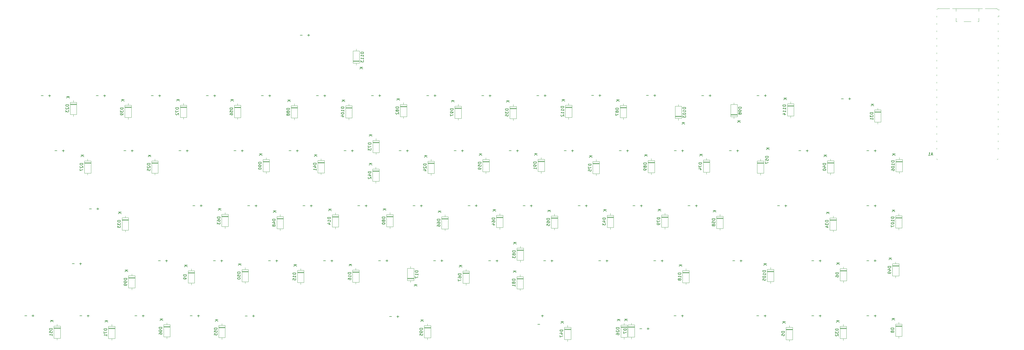
<source format=gbr>
%TF.GenerationSoftware,KiCad,Pcbnew,9.0.2*%
%TF.CreationDate,2025-06-27T22:30:48-07:00*%
%TF.ProjectId,Proj3,50726f6a-332e-46b6-9963-61645f706362,rev?*%
%TF.SameCoordinates,Original*%
%TF.FileFunction,Legend,Bot*%
%TF.FilePolarity,Positive*%
%FSLAX46Y46*%
G04 Gerber Fmt 4.6, Leading zero omitted, Abs format (unit mm)*
G04 Created by KiCad (PCBNEW 9.0.2) date 2025-06-27 22:30:48*
%MOMM*%
%LPD*%
G01*
G04 APERTURE LIST*
%ADD10C,0.150000*%
%ADD11C,0.120000*%
G04 APERTURE END LIST*
D10*
X118170951Y-286285866D02*
X117409047Y-286285866D01*
X120700951Y-286285866D02*
X119939047Y-286285866D01*
X120319999Y-286666819D02*
X120319999Y-285904914D01*
X252054819Y-289747714D02*
X251054819Y-289747714D01*
X251054819Y-289747714D02*
X251054819Y-289985809D01*
X251054819Y-289985809D02*
X251102438Y-290128666D01*
X251102438Y-290128666D02*
X251197676Y-290223904D01*
X251197676Y-290223904D02*
X251292914Y-290271523D01*
X251292914Y-290271523D02*
X251483390Y-290319142D01*
X251483390Y-290319142D02*
X251626247Y-290319142D01*
X251626247Y-290319142D02*
X251816723Y-290271523D01*
X251816723Y-290271523D02*
X251911961Y-290223904D01*
X251911961Y-290223904D02*
X252007200Y-290128666D01*
X252007200Y-290128666D02*
X252054819Y-289985809D01*
X252054819Y-289985809D02*
X252054819Y-289747714D01*
X251054819Y-291176285D02*
X251054819Y-290985809D01*
X251054819Y-290985809D02*
X251102438Y-290890571D01*
X251102438Y-290890571D02*
X251150057Y-290842952D01*
X251150057Y-290842952D02*
X251292914Y-290747714D01*
X251292914Y-290747714D02*
X251483390Y-290700095D01*
X251483390Y-290700095D02*
X251864342Y-290700095D01*
X251864342Y-290700095D02*
X251959580Y-290747714D01*
X251959580Y-290747714D02*
X252007200Y-290795333D01*
X252007200Y-290795333D02*
X252054819Y-290890571D01*
X252054819Y-290890571D02*
X252054819Y-291081047D01*
X252054819Y-291081047D02*
X252007200Y-291176285D01*
X252007200Y-291176285D02*
X251959580Y-291223904D01*
X251959580Y-291223904D02*
X251864342Y-291271523D01*
X251864342Y-291271523D02*
X251626247Y-291271523D01*
X251626247Y-291271523D02*
X251531009Y-291223904D01*
X251531009Y-291223904D02*
X251483390Y-291176285D01*
X251483390Y-291176285D02*
X251435771Y-291081047D01*
X251435771Y-291081047D02*
X251435771Y-290890571D01*
X251435771Y-290890571D02*
X251483390Y-290795333D01*
X251483390Y-290795333D02*
X251531009Y-290747714D01*
X251531009Y-290747714D02*
X251626247Y-290700095D01*
X251054819Y-291604857D02*
X251054819Y-292271523D01*
X251054819Y-292271523D02*
X252054819Y-291842952D01*
X252374819Y-286890095D02*
X251374819Y-286890095D01*
X252374819Y-287461523D02*
X251803390Y-287032952D01*
X251374819Y-287461523D02*
X251946247Y-286890095D01*
X297074819Y-251787714D02*
X296074819Y-251787714D01*
X296074819Y-251787714D02*
X296074819Y-252025809D01*
X296074819Y-252025809D02*
X296122438Y-252168666D01*
X296122438Y-252168666D02*
X296217676Y-252263904D01*
X296217676Y-252263904D02*
X296312914Y-252311523D01*
X296312914Y-252311523D02*
X296503390Y-252359142D01*
X296503390Y-252359142D02*
X296646247Y-252359142D01*
X296646247Y-252359142D02*
X296836723Y-252311523D01*
X296836723Y-252311523D02*
X296931961Y-252263904D01*
X296931961Y-252263904D02*
X297027200Y-252168666D01*
X297027200Y-252168666D02*
X297074819Y-252025809D01*
X297074819Y-252025809D02*
X297074819Y-251787714D01*
X296074819Y-252692476D02*
X296074819Y-253359142D01*
X296074819Y-253359142D02*
X297074819Y-252930571D01*
X296074819Y-254216285D02*
X296074819Y-253740095D01*
X296074819Y-253740095D02*
X296551009Y-253692476D01*
X296551009Y-253692476D02*
X296503390Y-253740095D01*
X296503390Y-253740095D02*
X296455771Y-253835333D01*
X296455771Y-253835333D02*
X296455771Y-254073428D01*
X296455771Y-254073428D02*
X296503390Y-254168666D01*
X296503390Y-254168666D02*
X296551009Y-254216285D01*
X296551009Y-254216285D02*
X296646247Y-254263904D01*
X296646247Y-254263904D02*
X296884342Y-254263904D01*
X296884342Y-254263904D02*
X296979580Y-254216285D01*
X296979580Y-254216285D02*
X297027200Y-254168666D01*
X297027200Y-254168666D02*
X297074819Y-254073428D01*
X297074819Y-254073428D02*
X297074819Y-253835333D01*
X297074819Y-253835333D02*
X297027200Y-253740095D01*
X297027200Y-253740095D02*
X296979580Y-253692476D01*
X297394819Y-248930095D02*
X296394819Y-248930095D01*
X297394819Y-249501523D02*
X296823390Y-249072952D01*
X296394819Y-249501523D02*
X296966247Y-248930095D01*
X238714819Y-308637714D02*
X237714819Y-308637714D01*
X237714819Y-308637714D02*
X237714819Y-308875809D01*
X237714819Y-308875809D02*
X237762438Y-309018666D01*
X237762438Y-309018666D02*
X237857676Y-309113904D01*
X237857676Y-309113904D02*
X237952914Y-309161523D01*
X237952914Y-309161523D02*
X238143390Y-309209142D01*
X238143390Y-309209142D02*
X238286247Y-309209142D01*
X238286247Y-309209142D02*
X238476723Y-309161523D01*
X238476723Y-309161523D02*
X238571961Y-309113904D01*
X238571961Y-309113904D02*
X238667200Y-309018666D01*
X238667200Y-309018666D02*
X238714819Y-308875809D01*
X238714819Y-308875809D02*
X238714819Y-308637714D01*
X238714819Y-309685333D02*
X238714819Y-309875809D01*
X238714819Y-309875809D02*
X238667200Y-309971047D01*
X238667200Y-309971047D02*
X238619580Y-310018666D01*
X238619580Y-310018666D02*
X238476723Y-310113904D01*
X238476723Y-310113904D02*
X238286247Y-310161523D01*
X238286247Y-310161523D02*
X237905295Y-310161523D01*
X237905295Y-310161523D02*
X237810057Y-310113904D01*
X237810057Y-310113904D02*
X237762438Y-310066285D01*
X237762438Y-310066285D02*
X237714819Y-309971047D01*
X237714819Y-309971047D02*
X237714819Y-309780571D01*
X237714819Y-309780571D02*
X237762438Y-309685333D01*
X237762438Y-309685333D02*
X237810057Y-309637714D01*
X237810057Y-309637714D02*
X237905295Y-309590095D01*
X237905295Y-309590095D02*
X238143390Y-309590095D01*
X238143390Y-309590095D02*
X238238628Y-309637714D01*
X238238628Y-309637714D02*
X238286247Y-309685333D01*
X238286247Y-309685333D02*
X238333866Y-309780571D01*
X238333866Y-309780571D02*
X238333866Y-309971047D01*
X238333866Y-309971047D02*
X238286247Y-310066285D01*
X238286247Y-310066285D02*
X238238628Y-310113904D01*
X238238628Y-310113904D02*
X238143390Y-310161523D01*
X237714819Y-311066285D02*
X237714819Y-310590095D01*
X237714819Y-310590095D02*
X238191009Y-310542476D01*
X238191009Y-310542476D02*
X238143390Y-310590095D01*
X238143390Y-310590095D02*
X238095771Y-310685333D01*
X238095771Y-310685333D02*
X238095771Y-310923428D01*
X238095771Y-310923428D02*
X238143390Y-311018666D01*
X238143390Y-311018666D02*
X238191009Y-311066285D01*
X238191009Y-311066285D02*
X238286247Y-311113904D01*
X238286247Y-311113904D02*
X238524342Y-311113904D01*
X238524342Y-311113904D02*
X238619580Y-311066285D01*
X238619580Y-311066285D02*
X238667200Y-311018666D01*
X238667200Y-311018666D02*
X238714819Y-310923428D01*
X238714819Y-310923428D02*
X238714819Y-310685333D01*
X238714819Y-310685333D02*
X238667200Y-310590095D01*
X238667200Y-310590095D02*
X238619580Y-310542476D01*
X239034819Y-305780095D02*
X238034819Y-305780095D01*
X239034819Y-306351523D02*
X238463390Y-305922952D01*
X238034819Y-306351523D02*
X238606247Y-305780095D01*
X358374819Y-249117714D02*
X357374819Y-249117714D01*
X357374819Y-249117714D02*
X357374819Y-249355809D01*
X357374819Y-249355809D02*
X357422438Y-249498666D01*
X357422438Y-249498666D02*
X357517676Y-249593904D01*
X357517676Y-249593904D02*
X357612914Y-249641523D01*
X357612914Y-249641523D02*
X357803390Y-249689142D01*
X357803390Y-249689142D02*
X357946247Y-249689142D01*
X357946247Y-249689142D02*
X358136723Y-249641523D01*
X358136723Y-249641523D02*
X358231961Y-249593904D01*
X358231961Y-249593904D02*
X358327200Y-249498666D01*
X358327200Y-249498666D02*
X358374819Y-249355809D01*
X358374819Y-249355809D02*
X358374819Y-249117714D01*
X357374819Y-250593904D02*
X357374819Y-250117714D01*
X357374819Y-250117714D02*
X357851009Y-250070095D01*
X357851009Y-250070095D02*
X357803390Y-250117714D01*
X357803390Y-250117714D02*
X357755771Y-250212952D01*
X357755771Y-250212952D02*
X357755771Y-250451047D01*
X357755771Y-250451047D02*
X357803390Y-250546285D01*
X357803390Y-250546285D02*
X357851009Y-250593904D01*
X357851009Y-250593904D02*
X357946247Y-250641523D01*
X357946247Y-250641523D02*
X358184342Y-250641523D01*
X358184342Y-250641523D02*
X358279580Y-250593904D01*
X358279580Y-250593904D02*
X358327200Y-250546285D01*
X358327200Y-250546285D02*
X358374819Y-250451047D01*
X358374819Y-250451047D02*
X358374819Y-250212952D01*
X358374819Y-250212952D02*
X358327200Y-250117714D01*
X358327200Y-250117714D02*
X358279580Y-250070095D01*
X357374819Y-250974857D02*
X357374819Y-251641523D01*
X357374819Y-251641523D02*
X358374819Y-251212952D01*
X358694819Y-246260095D02*
X357694819Y-246260095D01*
X358694819Y-246831523D02*
X358123390Y-246402952D01*
X357694819Y-246831523D02*
X358266247Y-246260095D01*
X239974819Y-251707714D02*
X238974819Y-251707714D01*
X238974819Y-251707714D02*
X238974819Y-251945809D01*
X238974819Y-251945809D02*
X239022438Y-252088666D01*
X239022438Y-252088666D02*
X239117676Y-252183904D01*
X239117676Y-252183904D02*
X239212914Y-252231523D01*
X239212914Y-252231523D02*
X239403390Y-252279142D01*
X239403390Y-252279142D02*
X239546247Y-252279142D01*
X239546247Y-252279142D02*
X239736723Y-252231523D01*
X239736723Y-252231523D02*
X239831961Y-252183904D01*
X239831961Y-252183904D02*
X239927200Y-252088666D01*
X239927200Y-252088666D02*
X239974819Y-251945809D01*
X239974819Y-251945809D02*
X239974819Y-251707714D01*
X239070057Y-252660095D02*
X239022438Y-252707714D01*
X239022438Y-252707714D02*
X238974819Y-252802952D01*
X238974819Y-252802952D02*
X238974819Y-253041047D01*
X238974819Y-253041047D02*
X239022438Y-253136285D01*
X239022438Y-253136285D02*
X239070057Y-253183904D01*
X239070057Y-253183904D02*
X239165295Y-253231523D01*
X239165295Y-253231523D02*
X239260533Y-253231523D01*
X239260533Y-253231523D02*
X239403390Y-253183904D01*
X239403390Y-253183904D02*
X239974819Y-252612476D01*
X239974819Y-252612476D02*
X239974819Y-253231523D01*
X239308152Y-254088666D02*
X239974819Y-254088666D01*
X238927200Y-253850571D02*
X239641485Y-253612476D01*
X239641485Y-253612476D02*
X239641485Y-254231523D01*
X240294819Y-248850095D02*
X239294819Y-248850095D01*
X240294819Y-249421523D02*
X239723390Y-248992952D01*
X239294819Y-249421523D02*
X239866247Y-248850095D01*
X220854819Y-254407714D02*
X219854819Y-254407714D01*
X219854819Y-254407714D02*
X219854819Y-254645809D01*
X219854819Y-254645809D02*
X219902438Y-254788666D01*
X219902438Y-254788666D02*
X219997676Y-254883904D01*
X219997676Y-254883904D02*
X220092914Y-254931523D01*
X220092914Y-254931523D02*
X220283390Y-254979142D01*
X220283390Y-254979142D02*
X220426247Y-254979142D01*
X220426247Y-254979142D02*
X220616723Y-254931523D01*
X220616723Y-254931523D02*
X220711961Y-254883904D01*
X220711961Y-254883904D02*
X220807200Y-254788666D01*
X220807200Y-254788666D02*
X220854819Y-254645809D01*
X220854819Y-254645809D02*
X220854819Y-254407714D01*
X220188152Y-255836285D02*
X220854819Y-255836285D01*
X219807200Y-255598190D02*
X220521485Y-255360095D01*
X220521485Y-255360095D02*
X220521485Y-255979142D01*
X219950057Y-256312476D02*
X219902438Y-256360095D01*
X219902438Y-256360095D02*
X219854819Y-256455333D01*
X219854819Y-256455333D02*
X219854819Y-256693428D01*
X219854819Y-256693428D02*
X219902438Y-256788666D01*
X219902438Y-256788666D02*
X219950057Y-256836285D01*
X219950057Y-256836285D02*
X220045295Y-256883904D01*
X220045295Y-256883904D02*
X220140533Y-256883904D01*
X220140533Y-256883904D02*
X220283390Y-256836285D01*
X220283390Y-256836285D02*
X220854819Y-256264857D01*
X220854819Y-256264857D02*
X220854819Y-256883904D01*
X221174819Y-251550095D02*
X220174819Y-251550095D01*
X221174819Y-252121523D02*
X220603390Y-251692952D01*
X220174819Y-252121523D02*
X220746247Y-251550095D01*
X302014819Y-270417714D02*
X301014819Y-270417714D01*
X301014819Y-270417714D02*
X301014819Y-270655809D01*
X301014819Y-270655809D02*
X301062438Y-270798666D01*
X301062438Y-270798666D02*
X301157676Y-270893904D01*
X301157676Y-270893904D02*
X301252914Y-270941523D01*
X301252914Y-270941523D02*
X301443390Y-270989142D01*
X301443390Y-270989142D02*
X301586247Y-270989142D01*
X301586247Y-270989142D02*
X301776723Y-270941523D01*
X301776723Y-270941523D02*
X301871961Y-270893904D01*
X301871961Y-270893904D02*
X301967200Y-270798666D01*
X301967200Y-270798666D02*
X302014819Y-270655809D01*
X302014819Y-270655809D02*
X302014819Y-270417714D01*
X301348152Y-271846285D02*
X302014819Y-271846285D01*
X300967200Y-271608190D02*
X301681485Y-271370095D01*
X301681485Y-271370095D02*
X301681485Y-271989142D01*
X301014819Y-272274857D02*
X301014819Y-272893904D01*
X301014819Y-272893904D02*
X301395771Y-272560571D01*
X301395771Y-272560571D02*
X301395771Y-272703428D01*
X301395771Y-272703428D02*
X301443390Y-272798666D01*
X301443390Y-272798666D02*
X301491009Y-272846285D01*
X301491009Y-272846285D02*
X301586247Y-272893904D01*
X301586247Y-272893904D02*
X301824342Y-272893904D01*
X301824342Y-272893904D02*
X301919580Y-272846285D01*
X301919580Y-272846285D02*
X301967200Y-272798666D01*
X301967200Y-272798666D02*
X302014819Y-272703428D01*
X302014819Y-272703428D02*
X302014819Y-272417714D01*
X302014819Y-272417714D02*
X301967200Y-272322476D01*
X301967200Y-272322476D02*
X301919580Y-272274857D01*
X302334819Y-267560095D02*
X301334819Y-267560095D01*
X302334819Y-268131523D02*
X301763390Y-267702952D01*
X301334819Y-268131523D02*
X301906247Y-267560095D01*
X258944819Y-251147714D02*
X257944819Y-251147714D01*
X257944819Y-251147714D02*
X257944819Y-251385809D01*
X257944819Y-251385809D02*
X257992438Y-251528666D01*
X257992438Y-251528666D02*
X258087676Y-251623904D01*
X258087676Y-251623904D02*
X258182914Y-251671523D01*
X258182914Y-251671523D02*
X258373390Y-251719142D01*
X258373390Y-251719142D02*
X258516247Y-251719142D01*
X258516247Y-251719142D02*
X258706723Y-251671523D01*
X258706723Y-251671523D02*
X258801961Y-251623904D01*
X258801961Y-251623904D02*
X258897200Y-251528666D01*
X258897200Y-251528666D02*
X258944819Y-251385809D01*
X258944819Y-251385809D02*
X258944819Y-251147714D01*
X257944819Y-252623904D02*
X257944819Y-252147714D01*
X257944819Y-252147714D02*
X258421009Y-252100095D01*
X258421009Y-252100095D02*
X258373390Y-252147714D01*
X258373390Y-252147714D02*
X258325771Y-252242952D01*
X258325771Y-252242952D02*
X258325771Y-252481047D01*
X258325771Y-252481047D02*
X258373390Y-252576285D01*
X258373390Y-252576285D02*
X258421009Y-252623904D01*
X258421009Y-252623904D02*
X258516247Y-252671523D01*
X258516247Y-252671523D02*
X258754342Y-252671523D01*
X258754342Y-252671523D02*
X258849580Y-252623904D01*
X258849580Y-252623904D02*
X258897200Y-252576285D01*
X258897200Y-252576285D02*
X258944819Y-252481047D01*
X258944819Y-252481047D02*
X258944819Y-252242952D01*
X258944819Y-252242952D02*
X258897200Y-252147714D01*
X258897200Y-252147714D02*
X258849580Y-252100095D01*
X258944819Y-253147714D02*
X258944819Y-253338190D01*
X258944819Y-253338190D02*
X258897200Y-253433428D01*
X258897200Y-253433428D02*
X258849580Y-253481047D01*
X258849580Y-253481047D02*
X258706723Y-253576285D01*
X258706723Y-253576285D02*
X258516247Y-253623904D01*
X258516247Y-253623904D02*
X258135295Y-253623904D01*
X258135295Y-253623904D02*
X258040057Y-253576285D01*
X258040057Y-253576285D02*
X257992438Y-253528666D01*
X257992438Y-253528666D02*
X257944819Y-253433428D01*
X257944819Y-253433428D02*
X257944819Y-253242952D01*
X257944819Y-253242952D02*
X257992438Y-253147714D01*
X257992438Y-253147714D02*
X258040057Y-253100095D01*
X258040057Y-253100095D02*
X258135295Y-253052476D01*
X258135295Y-253052476D02*
X258373390Y-253052476D01*
X258373390Y-253052476D02*
X258468628Y-253100095D01*
X258468628Y-253100095D02*
X258516247Y-253147714D01*
X258516247Y-253147714D02*
X258563866Y-253242952D01*
X258563866Y-253242952D02*
X258563866Y-253433428D01*
X258563866Y-253433428D02*
X258516247Y-253528666D01*
X258516247Y-253528666D02*
X258468628Y-253576285D01*
X258468628Y-253576285D02*
X258373390Y-253623904D01*
X259264819Y-248290095D02*
X258264819Y-248290095D01*
X259264819Y-248861523D02*
X258693390Y-248432952D01*
X258264819Y-248861523D02*
X258836247Y-248290095D01*
X335294819Y-251307714D02*
X334294819Y-251307714D01*
X334294819Y-251307714D02*
X334294819Y-251545809D01*
X334294819Y-251545809D02*
X334342438Y-251688666D01*
X334342438Y-251688666D02*
X334437676Y-251783904D01*
X334437676Y-251783904D02*
X334532914Y-251831523D01*
X334532914Y-251831523D02*
X334723390Y-251879142D01*
X334723390Y-251879142D02*
X334866247Y-251879142D01*
X334866247Y-251879142D02*
X335056723Y-251831523D01*
X335056723Y-251831523D02*
X335151961Y-251783904D01*
X335151961Y-251783904D02*
X335247200Y-251688666D01*
X335247200Y-251688666D02*
X335294819Y-251545809D01*
X335294819Y-251545809D02*
X335294819Y-251307714D01*
X334294819Y-252212476D02*
X334294819Y-252879142D01*
X334294819Y-252879142D02*
X335294819Y-252450571D01*
X334628152Y-253688666D02*
X335294819Y-253688666D01*
X334247200Y-253450571D02*
X334961485Y-253212476D01*
X334961485Y-253212476D02*
X334961485Y-253831523D01*
X335614819Y-248450095D02*
X334614819Y-248450095D01*
X335614819Y-249021523D02*
X335043390Y-248592952D01*
X334614819Y-249021523D02*
X335186247Y-248450095D01*
X225694819Y-270147714D02*
X224694819Y-270147714D01*
X224694819Y-270147714D02*
X224694819Y-270385809D01*
X224694819Y-270385809D02*
X224742438Y-270528666D01*
X224742438Y-270528666D02*
X224837676Y-270623904D01*
X224837676Y-270623904D02*
X224932914Y-270671523D01*
X224932914Y-270671523D02*
X225123390Y-270719142D01*
X225123390Y-270719142D02*
X225266247Y-270719142D01*
X225266247Y-270719142D02*
X225456723Y-270671523D01*
X225456723Y-270671523D02*
X225551961Y-270623904D01*
X225551961Y-270623904D02*
X225647200Y-270528666D01*
X225647200Y-270528666D02*
X225694819Y-270385809D01*
X225694819Y-270385809D02*
X225694819Y-270147714D01*
X225123390Y-271290571D02*
X225075771Y-271195333D01*
X225075771Y-271195333D02*
X225028152Y-271147714D01*
X225028152Y-271147714D02*
X224932914Y-271100095D01*
X224932914Y-271100095D02*
X224885295Y-271100095D01*
X224885295Y-271100095D02*
X224790057Y-271147714D01*
X224790057Y-271147714D02*
X224742438Y-271195333D01*
X224742438Y-271195333D02*
X224694819Y-271290571D01*
X224694819Y-271290571D02*
X224694819Y-271481047D01*
X224694819Y-271481047D02*
X224742438Y-271576285D01*
X224742438Y-271576285D02*
X224790057Y-271623904D01*
X224790057Y-271623904D02*
X224885295Y-271671523D01*
X224885295Y-271671523D02*
X224932914Y-271671523D01*
X224932914Y-271671523D02*
X225028152Y-271623904D01*
X225028152Y-271623904D02*
X225075771Y-271576285D01*
X225075771Y-271576285D02*
X225123390Y-271481047D01*
X225123390Y-271481047D02*
X225123390Y-271290571D01*
X225123390Y-271290571D02*
X225171009Y-271195333D01*
X225171009Y-271195333D02*
X225218628Y-271147714D01*
X225218628Y-271147714D02*
X225313866Y-271100095D01*
X225313866Y-271100095D02*
X225504342Y-271100095D01*
X225504342Y-271100095D02*
X225599580Y-271147714D01*
X225599580Y-271147714D02*
X225647200Y-271195333D01*
X225647200Y-271195333D02*
X225694819Y-271290571D01*
X225694819Y-271290571D02*
X225694819Y-271481047D01*
X225694819Y-271481047D02*
X225647200Y-271576285D01*
X225647200Y-271576285D02*
X225599580Y-271623904D01*
X225599580Y-271623904D02*
X225504342Y-271671523D01*
X225504342Y-271671523D02*
X225313866Y-271671523D01*
X225313866Y-271671523D02*
X225218628Y-271623904D01*
X225218628Y-271623904D02*
X225171009Y-271576285D01*
X225171009Y-271576285D02*
X225123390Y-271481047D01*
X224694819Y-272290571D02*
X224694819Y-272385809D01*
X224694819Y-272385809D02*
X224742438Y-272481047D01*
X224742438Y-272481047D02*
X224790057Y-272528666D01*
X224790057Y-272528666D02*
X224885295Y-272576285D01*
X224885295Y-272576285D02*
X225075771Y-272623904D01*
X225075771Y-272623904D02*
X225313866Y-272623904D01*
X225313866Y-272623904D02*
X225504342Y-272576285D01*
X225504342Y-272576285D02*
X225599580Y-272528666D01*
X225599580Y-272528666D02*
X225647200Y-272481047D01*
X225647200Y-272481047D02*
X225694819Y-272385809D01*
X225694819Y-272385809D02*
X225694819Y-272290571D01*
X225694819Y-272290571D02*
X225647200Y-272195333D01*
X225647200Y-272195333D02*
X225599580Y-272147714D01*
X225599580Y-272147714D02*
X225504342Y-272100095D01*
X225504342Y-272100095D02*
X225313866Y-272052476D01*
X225313866Y-272052476D02*
X225075771Y-272052476D01*
X225075771Y-272052476D02*
X224885295Y-272100095D01*
X224885295Y-272100095D02*
X224790057Y-272147714D01*
X224790057Y-272147714D02*
X224742438Y-272195333D01*
X224742438Y-272195333D02*
X224694819Y-272290571D01*
X226014819Y-267290095D02*
X225014819Y-267290095D01*
X226014819Y-267861523D02*
X225443390Y-267432952D01*
X225014819Y-267861523D02*
X225586247Y-267290095D01*
X278084819Y-251067714D02*
X277084819Y-251067714D01*
X277084819Y-251067714D02*
X277084819Y-251305809D01*
X277084819Y-251305809D02*
X277132438Y-251448666D01*
X277132438Y-251448666D02*
X277227676Y-251543904D01*
X277227676Y-251543904D02*
X277322914Y-251591523D01*
X277322914Y-251591523D02*
X277513390Y-251639142D01*
X277513390Y-251639142D02*
X277656247Y-251639142D01*
X277656247Y-251639142D02*
X277846723Y-251591523D01*
X277846723Y-251591523D02*
X277941961Y-251543904D01*
X277941961Y-251543904D02*
X278037200Y-251448666D01*
X278037200Y-251448666D02*
X278084819Y-251305809D01*
X278084819Y-251305809D02*
X278084819Y-251067714D01*
X278084819Y-252115333D02*
X278084819Y-252305809D01*
X278084819Y-252305809D02*
X278037200Y-252401047D01*
X278037200Y-252401047D02*
X277989580Y-252448666D01*
X277989580Y-252448666D02*
X277846723Y-252543904D01*
X277846723Y-252543904D02*
X277656247Y-252591523D01*
X277656247Y-252591523D02*
X277275295Y-252591523D01*
X277275295Y-252591523D02*
X277180057Y-252543904D01*
X277180057Y-252543904D02*
X277132438Y-252496285D01*
X277132438Y-252496285D02*
X277084819Y-252401047D01*
X277084819Y-252401047D02*
X277084819Y-252210571D01*
X277084819Y-252210571D02*
X277132438Y-252115333D01*
X277132438Y-252115333D02*
X277180057Y-252067714D01*
X277180057Y-252067714D02*
X277275295Y-252020095D01*
X277275295Y-252020095D02*
X277513390Y-252020095D01*
X277513390Y-252020095D02*
X277608628Y-252067714D01*
X277608628Y-252067714D02*
X277656247Y-252115333D01*
X277656247Y-252115333D02*
X277703866Y-252210571D01*
X277703866Y-252210571D02*
X277703866Y-252401047D01*
X277703866Y-252401047D02*
X277656247Y-252496285D01*
X277656247Y-252496285D02*
X277608628Y-252543904D01*
X277608628Y-252543904D02*
X277513390Y-252591523D01*
X278084819Y-253543904D02*
X278084819Y-252972476D01*
X278084819Y-253258190D02*
X277084819Y-253258190D01*
X277084819Y-253258190D02*
X277227676Y-253162952D01*
X277227676Y-253162952D02*
X277322914Y-253067714D01*
X277322914Y-253067714D02*
X277370533Y-252972476D01*
X278404819Y-248210095D02*
X277404819Y-248210095D01*
X278404819Y-248781523D02*
X277833390Y-248352952D01*
X277404819Y-248781523D02*
X277976247Y-248210095D01*
X378254819Y-251557714D02*
X377254819Y-251557714D01*
X377254819Y-251557714D02*
X377254819Y-251795809D01*
X377254819Y-251795809D02*
X377302438Y-251938666D01*
X377302438Y-251938666D02*
X377397676Y-252033904D01*
X377397676Y-252033904D02*
X377492914Y-252081523D01*
X377492914Y-252081523D02*
X377683390Y-252129142D01*
X377683390Y-252129142D02*
X377826247Y-252129142D01*
X377826247Y-252129142D02*
X378016723Y-252081523D01*
X378016723Y-252081523D02*
X378111961Y-252033904D01*
X378111961Y-252033904D02*
X378207200Y-251938666D01*
X378207200Y-251938666D02*
X378254819Y-251795809D01*
X378254819Y-251795809D02*
X378254819Y-251557714D01*
X377588152Y-252986285D02*
X378254819Y-252986285D01*
X377207200Y-252748190D02*
X377921485Y-252510095D01*
X377921485Y-252510095D02*
X377921485Y-253129142D01*
X377254819Y-253700571D02*
X377254819Y-253795809D01*
X377254819Y-253795809D02*
X377302438Y-253891047D01*
X377302438Y-253891047D02*
X377350057Y-253938666D01*
X377350057Y-253938666D02*
X377445295Y-253986285D01*
X377445295Y-253986285D02*
X377635771Y-254033904D01*
X377635771Y-254033904D02*
X377873866Y-254033904D01*
X377873866Y-254033904D02*
X378064342Y-253986285D01*
X378064342Y-253986285D02*
X378159580Y-253938666D01*
X378159580Y-253938666D02*
X378207200Y-253891047D01*
X378207200Y-253891047D02*
X378254819Y-253795809D01*
X378254819Y-253795809D02*
X378254819Y-253700571D01*
X378254819Y-253700571D02*
X378207200Y-253605333D01*
X378207200Y-253605333D02*
X378159580Y-253557714D01*
X378159580Y-253557714D02*
X378064342Y-253510095D01*
X378064342Y-253510095D02*
X377873866Y-253462476D01*
X377873866Y-253462476D02*
X377635771Y-253462476D01*
X377635771Y-253462476D02*
X377445295Y-253510095D01*
X377445295Y-253510095D02*
X377350057Y-253557714D01*
X377350057Y-253557714D02*
X377302438Y-253605333D01*
X377302438Y-253605333D02*
X377254819Y-253700571D01*
X378574819Y-248700095D02*
X377574819Y-248700095D01*
X378574819Y-249271523D02*
X378003390Y-248842952D01*
X377574819Y-249271523D02*
X378146247Y-248700095D01*
X230520951Y-304589566D02*
X229759047Y-304589566D01*
X230139999Y-304970519D02*
X230139999Y-304208614D01*
X227990951Y-304589566D02*
X227229047Y-304589566D01*
X244744819Y-270907714D02*
X243744819Y-270907714D01*
X243744819Y-270907714D02*
X243744819Y-271145809D01*
X243744819Y-271145809D02*
X243792438Y-271288666D01*
X243792438Y-271288666D02*
X243887676Y-271383904D01*
X243887676Y-271383904D02*
X243982914Y-271431523D01*
X243982914Y-271431523D02*
X244173390Y-271479142D01*
X244173390Y-271479142D02*
X244316247Y-271479142D01*
X244316247Y-271479142D02*
X244506723Y-271431523D01*
X244506723Y-271431523D02*
X244601961Y-271383904D01*
X244601961Y-271383904D02*
X244697200Y-271288666D01*
X244697200Y-271288666D02*
X244744819Y-271145809D01*
X244744819Y-271145809D02*
X244744819Y-270907714D01*
X243744819Y-272336285D02*
X243744819Y-272145809D01*
X243744819Y-272145809D02*
X243792438Y-272050571D01*
X243792438Y-272050571D02*
X243840057Y-272002952D01*
X243840057Y-272002952D02*
X243982914Y-271907714D01*
X243982914Y-271907714D02*
X244173390Y-271860095D01*
X244173390Y-271860095D02*
X244554342Y-271860095D01*
X244554342Y-271860095D02*
X244649580Y-271907714D01*
X244649580Y-271907714D02*
X244697200Y-271955333D01*
X244697200Y-271955333D02*
X244744819Y-272050571D01*
X244744819Y-272050571D02*
X244744819Y-272241047D01*
X244744819Y-272241047D02*
X244697200Y-272336285D01*
X244697200Y-272336285D02*
X244649580Y-272383904D01*
X244649580Y-272383904D02*
X244554342Y-272431523D01*
X244554342Y-272431523D02*
X244316247Y-272431523D01*
X244316247Y-272431523D02*
X244221009Y-272383904D01*
X244221009Y-272383904D02*
X244173390Y-272336285D01*
X244173390Y-272336285D02*
X244125771Y-272241047D01*
X244125771Y-272241047D02*
X244125771Y-272050571D01*
X244125771Y-272050571D02*
X244173390Y-271955333D01*
X244173390Y-271955333D02*
X244221009Y-271907714D01*
X244221009Y-271907714D02*
X244316247Y-271860095D01*
X243744819Y-273288666D02*
X243744819Y-273098190D01*
X243744819Y-273098190D02*
X243792438Y-273002952D01*
X243792438Y-273002952D02*
X243840057Y-272955333D01*
X243840057Y-272955333D02*
X243982914Y-272860095D01*
X243982914Y-272860095D02*
X244173390Y-272812476D01*
X244173390Y-272812476D02*
X244554342Y-272812476D01*
X244554342Y-272812476D02*
X244649580Y-272860095D01*
X244649580Y-272860095D02*
X244697200Y-272907714D01*
X244697200Y-272907714D02*
X244744819Y-273002952D01*
X244744819Y-273002952D02*
X244744819Y-273193428D01*
X244744819Y-273193428D02*
X244697200Y-273288666D01*
X244697200Y-273288666D02*
X244649580Y-273336285D01*
X244649580Y-273336285D02*
X244554342Y-273383904D01*
X244554342Y-273383904D02*
X244316247Y-273383904D01*
X244316247Y-273383904D02*
X244221009Y-273336285D01*
X244221009Y-273336285D02*
X244173390Y-273288666D01*
X244173390Y-273288666D02*
X244125771Y-273193428D01*
X244125771Y-273193428D02*
X244125771Y-273002952D01*
X244125771Y-273002952D02*
X244173390Y-272907714D01*
X244173390Y-272907714D02*
X244221009Y-272860095D01*
X244221009Y-272860095D02*
X244316247Y-272812476D01*
X245064819Y-268050095D02*
X244064819Y-268050095D01*
X245064819Y-268621523D02*
X244493390Y-268192952D01*
X244064819Y-268621523D02*
X244636247Y-268050095D01*
X201884819Y-251497714D02*
X200884819Y-251497714D01*
X200884819Y-251497714D02*
X200884819Y-251735809D01*
X200884819Y-251735809D02*
X200932438Y-251878666D01*
X200932438Y-251878666D02*
X201027676Y-251973904D01*
X201027676Y-251973904D02*
X201122914Y-252021523D01*
X201122914Y-252021523D02*
X201313390Y-252069142D01*
X201313390Y-252069142D02*
X201456247Y-252069142D01*
X201456247Y-252069142D02*
X201646723Y-252021523D01*
X201646723Y-252021523D02*
X201741961Y-251973904D01*
X201741961Y-251973904D02*
X201837200Y-251878666D01*
X201837200Y-251878666D02*
X201884819Y-251735809D01*
X201884819Y-251735809D02*
X201884819Y-251497714D01*
X201218152Y-252926285D02*
X201884819Y-252926285D01*
X200837200Y-252688190D02*
X201551485Y-252450095D01*
X201551485Y-252450095D02*
X201551485Y-253069142D01*
X201884819Y-253973904D02*
X201884819Y-253402476D01*
X201884819Y-253688190D02*
X200884819Y-253688190D01*
X200884819Y-253688190D02*
X201027676Y-253592952D01*
X201027676Y-253592952D02*
X201122914Y-253497714D01*
X201122914Y-253497714D02*
X201170533Y-253402476D01*
X202204819Y-248640095D02*
X201204819Y-248640095D01*
X202204819Y-249211523D02*
X201633390Y-248782952D01*
X201204819Y-249211523D02*
X201776247Y-248640095D01*
X206834819Y-270247714D02*
X205834819Y-270247714D01*
X205834819Y-270247714D02*
X205834819Y-270485809D01*
X205834819Y-270485809D02*
X205882438Y-270628666D01*
X205882438Y-270628666D02*
X205977676Y-270723904D01*
X205977676Y-270723904D02*
X206072914Y-270771523D01*
X206072914Y-270771523D02*
X206263390Y-270819142D01*
X206263390Y-270819142D02*
X206406247Y-270819142D01*
X206406247Y-270819142D02*
X206596723Y-270771523D01*
X206596723Y-270771523D02*
X206691961Y-270723904D01*
X206691961Y-270723904D02*
X206787200Y-270628666D01*
X206787200Y-270628666D02*
X206834819Y-270485809D01*
X206834819Y-270485809D02*
X206834819Y-270247714D01*
X206834819Y-271771523D02*
X206834819Y-271200095D01*
X206834819Y-271485809D02*
X205834819Y-271485809D01*
X205834819Y-271485809D02*
X205977676Y-271390571D01*
X205977676Y-271390571D02*
X206072914Y-271295333D01*
X206072914Y-271295333D02*
X206120533Y-271200095D01*
X206168152Y-272628666D02*
X206834819Y-272628666D01*
X205787200Y-272390571D02*
X206501485Y-272152476D01*
X206501485Y-272152476D02*
X206501485Y-272771523D01*
X207154819Y-267390095D02*
X206154819Y-267390095D01*
X207154819Y-267961523D02*
X206583390Y-267532952D01*
X206154819Y-267961523D02*
X206726247Y-267390095D01*
X237114819Y-288767714D02*
X236114819Y-288767714D01*
X236114819Y-288767714D02*
X236114819Y-289005809D01*
X236114819Y-289005809D02*
X236162438Y-289148666D01*
X236162438Y-289148666D02*
X236257676Y-289243904D01*
X236257676Y-289243904D02*
X236352914Y-289291523D01*
X236352914Y-289291523D02*
X236543390Y-289339142D01*
X236543390Y-289339142D02*
X236686247Y-289339142D01*
X236686247Y-289339142D02*
X236876723Y-289291523D01*
X236876723Y-289291523D02*
X236971961Y-289243904D01*
X236971961Y-289243904D02*
X237067200Y-289148666D01*
X237067200Y-289148666D02*
X237114819Y-289005809D01*
X237114819Y-289005809D02*
X237114819Y-288767714D01*
X237114819Y-290291523D02*
X237114819Y-289720095D01*
X237114819Y-290005809D02*
X236114819Y-290005809D01*
X236114819Y-290005809D02*
X236257676Y-289910571D01*
X236257676Y-289910571D02*
X236352914Y-289815333D01*
X236352914Y-289815333D02*
X236400533Y-289720095D01*
X236114819Y-290624857D02*
X236114819Y-291291523D01*
X236114819Y-291291523D02*
X237114819Y-290862952D01*
X236794819Y-293530095D02*
X235794819Y-293530095D01*
X236794819Y-294101523D02*
X236223390Y-293672952D01*
X235794819Y-294101523D02*
X236366247Y-293530095D01*
X379114819Y-271317714D02*
X378114819Y-271317714D01*
X378114819Y-271317714D02*
X378114819Y-271555809D01*
X378114819Y-271555809D02*
X378162438Y-271698666D01*
X378162438Y-271698666D02*
X378257676Y-271793904D01*
X378257676Y-271793904D02*
X378352914Y-271841523D01*
X378352914Y-271841523D02*
X378543390Y-271889142D01*
X378543390Y-271889142D02*
X378686247Y-271889142D01*
X378686247Y-271889142D02*
X378876723Y-271841523D01*
X378876723Y-271841523D02*
X378971961Y-271793904D01*
X378971961Y-271793904D02*
X379067200Y-271698666D01*
X379067200Y-271698666D02*
X379114819Y-271555809D01*
X379114819Y-271555809D02*
X379114819Y-271317714D01*
X378114819Y-272222476D02*
X378114819Y-272841523D01*
X378114819Y-272841523D02*
X378495771Y-272508190D01*
X378495771Y-272508190D02*
X378495771Y-272651047D01*
X378495771Y-272651047D02*
X378543390Y-272746285D01*
X378543390Y-272746285D02*
X378591009Y-272793904D01*
X378591009Y-272793904D02*
X378686247Y-272841523D01*
X378686247Y-272841523D02*
X378924342Y-272841523D01*
X378924342Y-272841523D02*
X379019580Y-272793904D01*
X379019580Y-272793904D02*
X379067200Y-272746285D01*
X379067200Y-272746285D02*
X379114819Y-272651047D01*
X379114819Y-272651047D02*
X379114819Y-272365333D01*
X379114819Y-272365333D02*
X379067200Y-272270095D01*
X379067200Y-272270095D02*
X379019580Y-272222476D01*
X378448152Y-273698666D02*
X379114819Y-273698666D01*
X378067200Y-273460571D02*
X378781485Y-273222476D01*
X378781485Y-273222476D02*
X378781485Y-273841523D01*
X379434819Y-268460095D02*
X378434819Y-268460095D01*
X379434819Y-269031523D02*
X378863390Y-268602952D01*
X378434819Y-269031523D02*
X379006247Y-268460095D01*
X263714819Y-270447714D02*
X262714819Y-270447714D01*
X262714819Y-270447714D02*
X262714819Y-270685809D01*
X262714819Y-270685809D02*
X262762438Y-270828666D01*
X262762438Y-270828666D02*
X262857676Y-270923904D01*
X262857676Y-270923904D02*
X262952914Y-270971523D01*
X262952914Y-270971523D02*
X263143390Y-271019142D01*
X263143390Y-271019142D02*
X263286247Y-271019142D01*
X263286247Y-271019142D02*
X263476723Y-270971523D01*
X263476723Y-270971523D02*
X263571961Y-270923904D01*
X263571961Y-270923904D02*
X263667200Y-270828666D01*
X263667200Y-270828666D02*
X263714819Y-270685809D01*
X263714819Y-270685809D02*
X263714819Y-270447714D01*
X262714819Y-271876285D02*
X262714819Y-271685809D01*
X262714819Y-271685809D02*
X262762438Y-271590571D01*
X262762438Y-271590571D02*
X262810057Y-271542952D01*
X262810057Y-271542952D02*
X262952914Y-271447714D01*
X262952914Y-271447714D02*
X263143390Y-271400095D01*
X263143390Y-271400095D02*
X263524342Y-271400095D01*
X263524342Y-271400095D02*
X263619580Y-271447714D01*
X263619580Y-271447714D02*
X263667200Y-271495333D01*
X263667200Y-271495333D02*
X263714819Y-271590571D01*
X263714819Y-271590571D02*
X263714819Y-271781047D01*
X263714819Y-271781047D02*
X263667200Y-271876285D01*
X263667200Y-271876285D02*
X263619580Y-271923904D01*
X263619580Y-271923904D02*
X263524342Y-271971523D01*
X263524342Y-271971523D02*
X263286247Y-271971523D01*
X263286247Y-271971523D02*
X263191009Y-271923904D01*
X263191009Y-271923904D02*
X263143390Y-271876285D01*
X263143390Y-271876285D02*
X263095771Y-271781047D01*
X263095771Y-271781047D02*
X263095771Y-271590571D01*
X263095771Y-271590571D02*
X263143390Y-271495333D01*
X263143390Y-271495333D02*
X263191009Y-271447714D01*
X263191009Y-271447714D02*
X263286247Y-271400095D01*
X263048152Y-272828666D02*
X263714819Y-272828666D01*
X262667200Y-272590571D02*
X263381485Y-272352476D01*
X263381485Y-272352476D02*
X263381485Y-272971523D01*
X264034819Y-267590095D02*
X263034819Y-267590095D01*
X264034819Y-268161523D02*
X263463390Y-267732952D01*
X263034819Y-268161523D02*
X263606247Y-267590095D01*
X306744819Y-308417714D02*
X305744819Y-308417714D01*
X305744819Y-308417714D02*
X305744819Y-308655809D01*
X305744819Y-308655809D02*
X305792438Y-308798666D01*
X305792438Y-308798666D02*
X305887676Y-308893904D01*
X305887676Y-308893904D02*
X305982914Y-308941523D01*
X305982914Y-308941523D02*
X306173390Y-308989142D01*
X306173390Y-308989142D02*
X306316247Y-308989142D01*
X306316247Y-308989142D02*
X306506723Y-308941523D01*
X306506723Y-308941523D02*
X306601961Y-308893904D01*
X306601961Y-308893904D02*
X306697200Y-308798666D01*
X306697200Y-308798666D02*
X306744819Y-308655809D01*
X306744819Y-308655809D02*
X306744819Y-308417714D01*
X305840057Y-309370095D02*
X305792438Y-309417714D01*
X305792438Y-309417714D02*
X305744819Y-309512952D01*
X305744819Y-309512952D02*
X305744819Y-309751047D01*
X305744819Y-309751047D02*
X305792438Y-309846285D01*
X305792438Y-309846285D02*
X305840057Y-309893904D01*
X305840057Y-309893904D02*
X305935295Y-309941523D01*
X305935295Y-309941523D02*
X306030533Y-309941523D01*
X306030533Y-309941523D02*
X306173390Y-309893904D01*
X306173390Y-309893904D02*
X306744819Y-309322476D01*
X306744819Y-309322476D02*
X306744819Y-309941523D01*
X305744819Y-310798666D02*
X305744819Y-310608190D01*
X305744819Y-310608190D02*
X305792438Y-310512952D01*
X305792438Y-310512952D02*
X305840057Y-310465333D01*
X305840057Y-310465333D02*
X305982914Y-310370095D01*
X305982914Y-310370095D02*
X306173390Y-310322476D01*
X306173390Y-310322476D02*
X306554342Y-310322476D01*
X306554342Y-310322476D02*
X306649580Y-310370095D01*
X306649580Y-310370095D02*
X306697200Y-310417714D01*
X306697200Y-310417714D02*
X306744819Y-310512952D01*
X306744819Y-310512952D02*
X306744819Y-310703428D01*
X306744819Y-310703428D02*
X306697200Y-310798666D01*
X306697200Y-310798666D02*
X306649580Y-310846285D01*
X306649580Y-310846285D02*
X306554342Y-310893904D01*
X306554342Y-310893904D02*
X306316247Y-310893904D01*
X306316247Y-310893904D02*
X306221009Y-310846285D01*
X306221009Y-310846285D02*
X306173390Y-310798666D01*
X306173390Y-310798666D02*
X306125771Y-310703428D01*
X306125771Y-310703428D02*
X306125771Y-310512952D01*
X306125771Y-310512952D02*
X306173390Y-310417714D01*
X306173390Y-310417714D02*
X306221009Y-310370095D01*
X306221009Y-310370095D02*
X306316247Y-310322476D01*
X307064819Y-305560095D02*
X306064819Y-305560095D01*
X307064819Y-306131523D02*
X306493390Y-305702952D01*
X306064819Y-306131523D02*
X306636247Y-305560095D01*
X401854819Y-270101524D02*
X400854819Y-270101524D01*
X400854819Y-270101524D02*
X400854819Y-270339619D01*
X400854819Y-270339619D02*
X400902438Y-270482476D01*
X400902438Y-270482476D02*
X400997676Y-270577714D01*
X400997676Y-270577714D02*
X401092914Y-270625333D01*
X401092914Y-270625333D02*
X401283390Y-270672952D01*
X401283390Y-270672952D02*
X401426247Y-270672952D01*
X401426247Y-270672952D02*
X401616723Y-270625333D01*
X401616723Y-270625333D02*
X401711961Y-270577714D01*
X401711961Y-270577714D02*
X401807200Y-270482476D01*
X401807200Y-270482476D02*
X401854819Y-270339619D01*
X401854819Y-270339619D02*
X401854819Y-270101524D01*
X401854819Y-271625333D02*
X401854819Y-271053905D01*
X401854819Y-271339619D02*
X400854819Y-271339619D01*
X400854819Y-271339619D02*
X400997676Y-271244381D01*
X400997676Y-271244381D02*
X401092914Y-271149143D01*
X401092914Y-271149143D02*
X401140533Y-271053905D01*
X400854819Y-272244381D02*
X400854819Y-272339619D01*
X400854819Y-272339619D02*
X400902438Y-272434857D01*
X400902438Y-272434857D02*
X400950057Y-272482476D01*
X400950057Y-272482476D02*
X401045295Y-272530095D01*
X401045295Y-272530095D02*
X401235771Y-272577714D01*
X401235771Y-272577714D02*
X401473866Y-272577714D01*
X401473866Y-272577714D02*
X401664342Y-272530095D01*
X401664342Y-272530095D02*
X401759580Y-272482476D01*
X401759580Y-272482476D02*
X401807200Y-272434857D01*
X401807200Y-272434857D02*
X401854819Y-272339619D01*
X401854819Y-272339619D02*
X401854819Y-272244381D01*
X401854819Y-272244381D02*
X401807200Y-272149143D01*
X401807200Y-272149143D02*
X401759580Y-272101524D01*
X401759580Y-272101524D02*
X401664342Y-272053905D01*
X401664342Y-272053905D02*
X401473866Y-272006286D01*
X401473866Y-272006286D02*
X401235771Y-272006286D01*
X401235771Y-272006286D02*
X401045295Y-272053905D01*
X401045295Y-272053905D02*
X400950057Y-272101524D01*
X400950057Y-272101524D02*
X400902438Y-272149143D01*
X400902438Y-272149143D02*
X400854819Y-272244381D01*
X400854819Y-272911048D02*
X400854819Y-273577714D01*
X400854819Y-273577714D02*
X401854819Y-273149143D01*
X402174819Y-267720095D02*
X401174819Y-267720095D01*
X402174819Y-268291523D02*
X401603390Y-267862952D01*
X401174819Y-268291523D02*
X401746247Y-267720095D01*
X320864819Y-270337714D02*
X319864819Y-270337714D01*
X319864819Y-270337714D02*
X319864819Y-270575809D01*
X319864819Y-270575809D02*
X319912438Y-270718666D01*
X319912438Y-270718666D02*
X320007676Y-270813904D01*
X320007676Y-270813904D02*
X320102914Y-270861523D01*
X320102914Y-270861523D02*
X320293390Y-270909142D01*
X320293390Y-270909142D02*
X320436247Y-270909142D01*
X320436247Y-270909142D02*
X320626723Y-270861523D01*
X320626723Y-270861523D02*
X320721961Y-270813904D01*
X320721961Y-270813904D02*
X320817200Y-270718666D01*
X320817200Y-270718666D02*
X320864819Y-270575809D01*
X320864819Y-270575809D02*
X320864819Y-270337714D01*
X319864819Y-271242476D02*
X319864819Y-271909142D01*
X319864819Y-271909142D02*
X320864819Y-271480571D01*
X320864819Y-272337714D02*
X320864819Y-272528190D01*
X320864819Y-272528190D02*
X320817200Y-272623428D01*
X320817200Y-272623428D02*
X320769580Y-272671047D01*
X320769580Y-272671047D02*
X320626723Y-272766285D01*
X320626723Y-272766285D02*
X320436247Y-272813904D01*
X320436247Y-272813904D02*
X320055295Y-272813904D01*
X320055295Y-272813904D02*
X319960057Y-272766285D01*
X319960057Y-272766285D02*
X319912438Y-272718666D01*
X319912438Y-272718666D02*
X319864819Y-272623428D01*
X319864819Y-272623428D02*
X319864819Y-272432952D01*
X319864819Y-272432952D02*
X319912438Y-272337714D01*
X319912438Y-272337714D02*
X319960057Y-272290095D01*
X319960057Y-272290095D02*
X320055295Y-272242476D01*
X320055295Y-272242476D02*
X320293390Y-272242476D01*
X320293390Y-272242476D02*
X320388628Y-272290095D01*
X320388628Y-272290095D02*
X320436247Y-272337714D01*
X320436247Y-272337714D02*
X320483866Y-272432952D01*
X320483866Y-272432952D02*
X320483866Y-272623428D01*
X320483866Y-272623428D02*
X320436247Y-272718666D01*
X320436247Y-272718666D02*
X320388628Y-272766285D01*
X320388628Y-272766285D02*
X320293390Y-272813904D01*
X321184819Y-267480095D02*
X320184819Y-267480095D01*
X321184819Y-268051523D02*
X320613390Y-267622952D01*
X320184819Y-268051523D02*
X320756247Y-267480095D01*
X401824819Y-308573905D02*
X400824819Y-308573905D01*
X400824819Y-308573905D02*
X400824819Y-308812000D01*
X400824819Y-308812000D02*
X400872438Y-308954857D01*
X400872438Y-308954857D02*
X400967676Y-309050095D01*
X400967676Y-309050095D02*
X401062914Y-309097714D01*
X401062914Y-309097714D02*
X401253390Y-309145333D01*
X401253390Y-309145333D02*
X401396247Y-309145333D01*
X401396247Y-309145333D02*
X401586723Y-309097714D01*
X401586723Y-309097714D02*
X401681961Y-309050095D01*
X401681961Y-309050095D02*
X401777200Y-308954857D01*
X401777200Y-308954857D02*
X401824819Y-308812000D01*
X401824819Y-308812000D02*
X401824819Y-308573905D01*
X401253390Y-309716762D02*
X401205771Y-309621524D01*
X401205771Y-309621524D02*
X401158152Y-309573905D01*
X401158152Y-309573905D02*
X401062914Y-309526286D01*
X401062914Y-309526286D02*
X401015295Y-309526286D01*
X401015295Y-309526286D02*
X400920057Y-309573905D01*
X400920057Y-309573905D02*
X400872438Y-309621524D01*
X400872438Y-309621524D02*
X400824819Y-309716762D01*
X400824819Y-309716762D02*
X400824819Y-309907238D01*
X400824819Y-309907238D02*
X400872438Y-310002476D01*
X400872438Y-310002476D02*
X400920057Y-310050095D01*
X400920057Y-310050095D02*
X401015295Y-310097714D01*
X401015295Y-310097714D02*
X401062914Y-310097714D01*
X401062914Y-310097714D02*
X401158152Y-310050095D01*
X401158152Y-310050095D02*
X401205771Y-310002476D01*
X401205771Y-310002476D02*
X401253390Y-309907238D01*
X401253390Y-309907238D02*
X401253390Y-309716762D01*
X401253390Y-309716762D02*
X401301009Y-309621524D01*
X401301009Y-309621524D02*
X401348628Y-309573905D01*
X401348628Y-309573905D02*
X401443866Y-309526286D01*
X401443866Y-309526286D02*
X401634342Y-309526286D01*
X401634342Y-309526286D02*
X401729580Y-309573905D01*
X401729580Y-309573905D02*
X401777200Y-309621524D01*
X401777200Y-309621524D02*
X401824819Y-309716762D01*
X401824819Y-309716762D02*
X401824819Y-309907238D01*
X401824819Y-309907238D02*
X401777200Y-310002476D01*
X401777200Y-310002476D02*
X401729580Y-310050095D01*
X401729580Y-310050095D02*
X401634342Y-310097714D01*
X401634342Y-310097714D02*
X401443866Y-310097714D01*
X401443866Y-310097714D02*
X401348628Y-310050095D01*
X401348628Y-310050095D02*
X401301009Y-310002476D01*
X401301009Y-310002476D02*
X401253390Y-309907238D01*
X402144819Y-305240095D02*
X401144819Y-305240095D01*
X402144819Y-305811523D02*
X401573390Y-305382952D01*
X401144819Y-305811523D02*
X401716247Y-305240095D01*
X328144819Y-289527714D02*
X327144819Y-289527714D01*
X327144819Y-289527714D02*
X327144819Y-289765809D01*
X327144819Y-289765809D02*
X327192438Y-289908666D01*
X327192438Y-289908666D02*
X327287676Y-290003904D01*
X327287676Y-290003904D02*
X327382914Y-290051523D01*
X327382914Y-290051523D02*
X327573390Y-290099142D01*
X327573390Y-290099142D02*
X327716247Y-290099142D01*
X327716247Y-290099142D02*
X327906723Y-290051523D01*
X327906723Y-290051523D02*
X328001961Y-290003904D01*
X328001961Y-290003904D02*
X328097200Y-289908666D01*
X328097200Y-289908666D02*
X328144819Y-289765809D01*
X328144819Y-289765809D02*
X328144819Y-289527714D01*
X328144819Y-291051523D02*
X328144819Y-290480095D01*
X328144819Y-290765809D02*
X327144819Y-290765809D01*
X327144819Y-290765809D02*
X327287676Y-290670571D01*
X327287676Y-290670571D02*
X327382914Y-290575333D01*
X327382914Y-290575333D02*
X327430533Y-290480095D01*
X327573390Y-291622952D02*
X327525771Y-291527714D01*
X327525771Y-291527714D02*
X327478152Y-291480095D01*
X327478152Y-291480095D02*
X327382914Y-291432476D01*
X327382914Y-291432476D02*
X327335295Y-291432476D01*
X327335295Y-291432476D02*
X327240057Y-291480095D01*
X327240057Y-291480095D02*
X327192438Y-291527714D01*
X327192438Y-291527714D02*
X327144819Y-291622952D01*
X327144819Y-291622952D02*
X327144819Y-291813428D01*
X327144819Y-291813428D02*
X327192438Y-291908666D01*
X327192438Y-291908666D02*
X327240057Y-291956285D01*
X327240057Y-291956285D02*
X327335295Y-292003904D01*
X327335295Y-292003904D02*
X327382914Y-292003904D01*
X327382914Y-292003904D02*
X327478152Y-291956285D01*
X327478152Y-291956285D02*
X327525771Y-291908666D01*
X327525771Y-291908666D02*
X327573390Y-291813428D01*
X327573390Y-291813428D02*
X327573390Y-291622952D01*
X327573390Y-291622952D02*
X327621009Y-291527714D01*
X327621009Y-291527714D02*
X327668628Y-291480095D01*
X327668628Y-291480095D02*
X327763866Y-291432476D01*
X327763866Y-291432476D02*
X327954342Y-291432476D01*
X327954342Y-291432476D02*
X328049580Y-291480095D01*
X328049580Y-291480095D02*
X328097200Y-291527714D01*
X328097200Y-291527714D02*
X328144819Y-291622952D01*
X328144819Y-291622952D02*
X328144819Y-291813428D01*
X328144819Y-291813428D02*
X328097200Y-291908666D01*
X328097200Y-291908666D02*
X328049580Y-291956285D01*
X328049580Y-291956285D02*
X327954342Y-292003904D01*
X327954342Y-292003904D02*
X327763866Y-292003904D01*
X327763866Y-292003904D02*
X327668628Y-291956285D01*
X327668628Y-291956285D02*
X327621009Y-291908666D01*
X327621009Y-291908666D02*
X327573390Y-291813428D01*
X328464819Y-286670095D02*
X327464819Y-286670095D01*
X328464819Y-287241523D02*
X327893390Y-286812952D01*
X327464819Y-287241523D02*
X328036247Y-286670095D01*
X382604819Y-308847714D02*
X381604819Y-308847714D01*
X381604819Y-308847714D02*
X381604819Y-309085809D01*
X381604819Y-309085809D02*
X381652438Y-309228666D01*
X381652438Y-309228666D02*
X381747676Y-309323904D01*
X381747676Y-309323904D02*
X381842914Y-309371523D01*
X381842914Y-309371523D02*
X382033390Y-309419142D01*
X382033390Y-309419142D02*
X382176247Y-309419142D01*
X382176247Y-309419142D02*
X382366723Y-309371523D01*
X382366723Y-309371523D02*
X382461961Y-309323904D01*
X382461961Y-309323904D02*
X382557200Y-309228666D01*
X382557200Y-309228666D02*
X382604819Y-309085809D01*
X382604819Y-309085809D02*
X382604819Y-308847714D01*
X381604819Y-309752476D02*
X381604819Y-310371523D01*
X381604819Y-310371523D02*
X381985771Y-310038190D01*
X381985771Y-310038190D02*
X381985771Y-310181047D01*
X381985771Y-310181047D02*
X382033390Y-310276285D01*
X382033390Y-310276285D02*
X382081009Y-310323904D01*
X382081009Y-310323904D02*
X382176247Y-310371523D01*
X382176247Y-310371523D02*
X382414342Y-310371523D01*
X382414342Y-310371523D02*
X382509580Y-310323904D01*
X382509580Y-310323904D02*
X382557200Y-310276285D01*
X382557200Y-310276285D02*
X382604819Y-310181047D01*
X382604819Y-310181047D02*
X382604819Y-309895333D01*
X382604819Y-309895333D02*
X382557200Y-309800095D01*
X382557200Y-309800095D02*
X382509580Y-309752476D01*
X381700057Y-310752476D02*
X381652438Y-310800095D01*
X381652438Y-310800095D02*
X381604819Y-310895333D01*
X381604819Y-310895333D02*
X381604819Y-311133428D01*
X381604819Y-311133428D02*
X381652438Y-311228666D01*
X381652438Y-311228666D02*
X381700057Y-311276285D01*
X381700057Y-311276285D02*
X381795295Y-311323904D01*
X381795295Y-311323904D02*
X381890533Y-311323904D01*
X381890533Y-311323904D02*
X382033390Y-311276285D01*
X382033390Y-311276285D02*
X382604819Y-310704857D01*
X382604819Y-310704857D02*
X382604819Y-311323904D01*
X382924819Y-305990095D02*
X381924819Y-305990095D01*
X382924819Y-306561523D02*
X382353390Y-306132952D01*
X381924819Y-306561523D02*
X382496247Y-305990095D01*
X282664819Y-270647714D02*
X281664819Y-270647714D01*
X281664819Y-270647714D02*
X281664819Y-270885809D01*
X281664819Y-270885809D02*
X281712438Y-271028666D01*
X281712438Y-271028666D02*
X281807676Y-271123904D01*
X281807676Y-271123904D02*
X281902914Y-271171523D01*
X281902914Y-271171523D02*
X282093390Y-271219142D01*
X282093390Y-271219142D02*
X282236247Y-271219142D01*
X282236247Y-271219142D02*
X282426723Y-271171523D01*
X282426723Y-271171523D02*
X282521961Y-271123904D01*
X282521961Y-271123904D02*
X282617200Y-271028666D01*
X282617200Y-271028666D02*
X282664819Y-270885809D01*
X282664819Y-270885809D02*
X282664819Y-270647714D01*
X281664819Y-272076285D02*
X281664819Y-271885809D01*
X281664819Y-271885809D02*
X281712438Y-271790571D01*
X281712438Y-271790571D02*
X281760057Y-271742952D01*
X281760057Y-271742952D02*
X281902914Y-271647714D01*
X281902914Y-271647714D02*
X282093390Y-271600095D01*
X282093390Y-271600095D02*
X282474342Y-271600095D01*
X282474342Y-271600095D02*
X282569580Y-271647714D01*
X282569580Y-271647714D02*
X282617200Y-271695333D01*
X282617200Y-271695333D02*
X282664819Y-271790571D01*
X282664819Y-271790571D02*
X282664819Y-271981047D01*
X282664819Y-271981047D02*
X282617200Y-272076285D01*
X282617200Y-272076285D02*
X282569580Y-272123904D01*
X282569580Y-272123904D02*
X282474342Y-272171523D01*
X282474342Y-272171523D02*
X282236247Y-272171523D01*
X282236247Y-272171523D02*
X282141009Y-272123904D01*
X282141009Y-272123904D02*
X282093390Y-272076285D01*
X282093390Y-272076285D02*
X282045771Y-271981047D01*
X282045771Y-271981047D02*
X282045771Y-271790571D01*
X282045771Y-271790571D02*
X282093390Y-271695333D01*
X282093390Y-271695333D02*
X282141009Y-271647714D01*
X282141009Y-271647714D02*
X282236247Y-271600095D01*
X281664819Y-273076285D02*
X281664819Y-272600095D01*
X281664819Y-272600095D02*
X282141009Y-272552476D01*
X282141009Y-272552476D02*
X282093390Y-272600095D01*
X282093390Y-272600095D02*
X282045771Y-272695333D01*
X282045771Y-272695333D02*
X282045771Y-272933428D01*
X282045771Y-272933428D02*
X282093390Y-273028666D01*
X282093390Y-273028666D02*
X282141009Y-273076285D01*
X282141009Y-273076285D02*
X282236247Y-273123904D01*
X282236247Y-273123904D02*
X282474342Y-273123904D01*
X282474342Y-273123904D02*
X282569580Y-273076285D01*
X282569580Y-273076285D02*
X282617200Y-273028666D01*
X282617200Y-273028666D02*
X282664819Y-272933428D01*
X282664819Y-272933428D02*
X282664819Y-272695333D01*
X282664819Y-272695333D02*
X282617200Y-272600095D01*
X282617200Y-272600095D02*
X282569580Y-272552476D01*
X282984819Y-267790095D02*
X281984819Y-267790095D01*
X282984819Y-268361523D02*
X282413390Y-267932952D01*
X281984819Y-268361523D02*
X282556247Y-267790095D01*
X270754819Y-291637714D02*
X269754819Y-291637714D01*
X269754819Y-291637714D02*
X269754819Y-291875809D01*
X269754819Y-291875809D02*
X269802438Y-292018666D01*
X269802438Y-292018666D02*
X269897676Y-292113904D01*
X269897676Y-292113904D02*
X269992914Y-292161523D01*
X269992914Y-292161523D02*
X270183390Y-292209142D01*
X270183390Y-292209142D02*
X270326247Y-292209142D01*
X270326247Y-292209142D02*
X270516723Y-292161523D01*
X270516723Y-292161523D02*
X270611961Y-292113904D01*
X270611961Y-292113904D02*
X270707200Y-292018666D01*
X270707200Y-292018666D02*
X270754819Y-291875809D01*
X270754819Y-291875809D02*
X270754819Y-291637714D01*
X270183390Y-292780571D02*
X270135771Y-292685333D01*
X270135771Y-292685333D02*
X270088152Y-292637714D01*
X270088152Y-292637714D02*
X269992914Y-292590095D01*
X269992914Y-292590095D02*
X269945295Y-292590095D01*
X269945295Y-292590095D02*
X269850057Y-292637714D01*
X269850057Y-292637714D02*
X269802438Y-292685333D01*
X269802438Y-292685333D02*
X269754819Y-292780571D01*
X269754819Y-292780571D02*
X269754819Y-292971047D01*
X269754819Y-292971047D02*
X269802438Y-293066285D01*
X269802438Y-293066285D02*
X269850057Y-293113904D01*
X269850057Y-293113904D02*
X269945295Y-293161523D01*
X269945295Y-293161523D02*
X269992914Y-293161523D01*
X269992914Y-293161523D02*
X270088152Y-293113904D01*
X270088152Y-293113904D02*
X270135771Y-293066285D01*
X270135771Y-293066285D02*
X270183390Y-292971047D01*
X270183390Y-292971047D02*
X270183390Y-292780571D01*
X270183390Y-292780571D02*
X270231009Y-292685333D01*
X270231009Y-292685333D02*
X270278628Y-292637714D01*
X270278628Y-292637714D02*
X270373866Y-292590095D01*
X270373866Y-292590095D02*
X270564342Y-292590095D01*
X270564342Y-292590095D02*
X270659580Y-292637714D01*
X270659580Y-292637714D02*
X270707200Y-292685333D01*
X270707200Y-292685333D02*
X270754819Y-292780571D01*
X270754819Y-292780571D02*
X270754819Y-292971047D01*
X270754819Y-292971047D02*
X270707200Y-293066285D01*
X270707200Y-293066285D02*
X270659580Y-293113904D01*
X270659580Y-293113904D02*
X270564342Y-293161523D01*
X270564342Y-293161523D02*
X270373866Y-293161523D01*
X270373866Y-293161523D02*
X270278628Y-293113904D01*
X270278628Y-293113904D02*
X270231009Y-293066285D01*
X270231009Y-293066285D02*
X270183390Y-292971047D01*
X270754819Y-294113904D02*
X270754819Y-293542476D01*
X270754819Y-293828190D02*
X269754819Y-293828190D01*
X269754819Y-293828190D02*
X269897676Y-293732952D01*
X269897676Y-293732952D02*
X269992914Y-293637714D01*
X269992914Y-293637714D02*
X270040533Y-293542476D01*
X271074819Y-288780095D02*
X270074819Y-288780095D01*
X271074819Y-289351523D02*
X270503390Y-288922952D01*
X270074819Y-289351523D02*
X270646247Y-288780095D01*
X270814819Y-281797714D02*
X269814819Y-281797714D01*
X269814819Y-281797714D02*
X269814819Y-282035809D01*
X269814819Y-282035809D02*
X269862438Y-282178666D01*
X269862438Y-282178666D02*
X269957676Y-282273904D01*
X269957676Y-282273904D02*
X270052914Y-282321523D01*
X270052914Y-282321523D02*
X270243390Y-282369142D01*
X270243390Y-282369142D02*
X270386247Y-282369142D01*
X270386247Y-282369142D02*
X270576723Y-282321523D01*
X270576723Y-282321523D02*
X270671961Y-282273904D01*
X270671961Y-282273904D02*
X270767200Y-282178666D01*
X270767200Y-282178666D02*
X270814819Y-282035809D01*
X270814819Y-282035809D02*
X270814819Y-281797714D01*
X270243390Y-282940571D02*
X270195771Y-282845333D01*
X270195771Y-282845333D02*
X270148152Y-282797714D01*
X270148152Y-282797714D02*
X270052914Y-282750095D01*
X270052914Y-282750095D02*
X270005295Y-282750095D01*
X270005295Y-282750095D02*
X269910057Y-282797714D01*
X269910057Y-282797714D02*
X269862438Y-282845333D01*
X269862438Y-282845333D02*
X269814819Y-282940571D01*
X269814819Y-282940571D02*
X269814819Y-283131047D01*
X269814819Y-283131047D02*
X269862438Y-283226285D01*
X269862438Y-283226285D02*
X269910057Y-283273904D01*
X269910057Y-283273904D02*
X270005295Y-283321523D01*
X270005295Y-283321523D02*
X270052914Y-283321523D01*
X270052914Y-283321523D02*
X270148152Y-283273904D01*
X270148152Y-283273904D02*
X270195771Y-283226285D01*
X270195771Y-283226285D02*
X270243390Y-283131047D01*
X270243390Y-283131047D02*
X270243390Y-282940571D01*
X270243390Y-282940571D02*
X270291009Y-282845333D01*
X270291009Y-282845333D02*
X270338628Y-282797714D01*
X270338628Y-282797714D02*
X270433866Y-282750095D01*
X270433866Y-282750095D02*
X270624342Y-282750095D01*
X270624342Y-282750095D02*
X270719580Y-282797714D01*
X270719580Y-282797714D02*
X270767200Y-282845333D01*
X270767200Y-282845333D02*
X270814819Y-282940571D01*
X270814819Y-282940571D02*
X270814819Y-283131047D01*
X270814819Y-283131047D02*
X270767200Y-283226285D01*
X270767200Y-283226285D02*
X270719580Y-283273904D01*
X270719580Y-283273904D02*
X270624342Y-283321523D01*
X270624342Y-283321523D02*
X270433866Y-283321523D01*
X270433866Y-283321523D02*
X270338628Y-283273904D01*
X270338628Y-283273904D02*
X270291009Y-283226285D01*
X270291009Y-283226285D02*
X270243390Y-283131047D01*
X269814819Y-283654857D02*
X269814819Y-284273904D01*
X269814819Y-284273904D02*
X270195771Y-283940571D01*
X270195771Y-283940571D02*
X270195771Y-284083428D01*
X270195771Y-284083428D02*
X270243390Y-284178666D01*
X270243390Y-284178666D02*
X270291009Y-284226285D01*
X270291009Y-284226285D02*
X270386247Y-284273904D01*
X270386247Y-284273904D02*
X270624342Y-284273904D01*
X270624342Y-284273904D02*
X270719580Y-284226285D01*
X270719580Y-284226285D02*
X270767200Y-284178666D01*
X270767200Y-284178666D02*
X270814819Y-284083428D01*
X270814819Y-284083428D02*
X270814819Y-283797714D01*
X270814819Y-283797714D02*
X270767200Y-283702476D01*
X270767200Y-283702476D02*
X270719580Y-283654857D01*
X271134819Y-278940095D02*
X270134819Y-278940095D01*
X271134819Y-279511523D02*
X270563390Y-279082952D01*
X270134819Y-279511523D02*
X270706247Y-278940095D01*
X309264819Y-308843905D02*
X308264819Y-308843905D01*
X308264819Y-308843905D02*
X308264819Y-309082000D01*
X308264819Y-309082000D02*
X308312438Y-309224857D01*
X308312438Y-309224857D02*
X308407676Y-309320095D01*
X308407676Y-309320095D02*
X308502914Y-309367714D01*
X308502914Y-309367714D02*
X308693390Y-309415333D01*
X308693390Y-309415333D02*
X308836247Y-309415333D01*
X308836247Y-309415333D02*
X309026723Y-309367714D01*
X309026723Y-309367714D02*
X309121961Y-309320095D01*
X309121961Y-309320095D02*
X309217200Y-309224857D01*
X309217200Y-309224857D02*
X309264819Y-309082000D01*
X309264819Y-309082000D02*
X309264819Y-308843905D01*
X308264819Y-309748667D02*
X308264819Y-310415333D01*
X308264819Y-310415333D02*
X309264819Y-309986762D01*
X309584819Y-305510095D02*
X308584819Y-305510095D01*
X309584819Y-306081523D02*
X309013390Y-305652952D01*
X308584819Y-306081523D02*
X309156247Y-305510095D01*
X401964819Y-250641524D02*
X400964819Y-250641524D01*
X400964819Y-250641524D02*
X400964819Y-250879619D01*
X400964819Y-250879619D02*
X401012438Y-251022476D01*
X401012438Y-251022476D02*
X401107676Y-251117714D01*
X401107676Y-251117714D02*
X401202914Y-251165333D01*
X401202914Y-251165333D02*
X401393390Y-251212952D01*
X401393390Y-251212952D02*
X401536247Y-251212952D01*
X401536247Y-251212952D02*
X401726723Y-251165333D01*
X401726723Y-251165333D02*
X401821961Y-251117714D01*
X401821961Y-251117714D02*
X401917200Y-251022476D01*
X401917200Y-251022476D02*
X401964819Y-250879619D01*
X401964819Y-250879619D02*
X401964819Y-250641524D01*
X401964819Y-252165333D02*
X401964819Y-251593905D01*
X401964819Y-251879619D02*
X400964819Y-251879619D01*
X400964819Y-251879619D02*
X401107676Y-251784381D01*
X401107676Y-251784381D02*
X401202914Y-251689143D01*
X401202914Y-251689143D02*
X401250533Y-251593905D01*
X400964819Y-252784381D02*
X400964819Y-252879619D01*
X400964819Y-252879619D02*
X401012438Y-252974857D01*
X401012438Y-252974857D02*
X401060057Y-253022476D01*
X401060057Y-253022476D02*
X401155295Y-253070095D01*
X401155295Y-253070095D02*
X401345771Y-253117714D01*
X401345771Y-253117714D02*
X401583866Y-253117714D01*
X401583866Y-253117714D02*
X401774342Y-253070095D01*
X401774342Y-253070095D02*
X401869580Y-253022476D01*
X401869580Y-253022476D02*
X401917200Y-252974857D01*
X401917200Y-252974857D02*
X401964819Y-252879619D01*
X401964819Y-252879619D02*
X401964819Y-252784381D01*
X401964819Y-252784381D02*
X401917200Y-252689143D01*
X401917200Y-252689143D02*
X401869580Y-252641524D01*
X401869580Y-252641524D02*
X401774342Y-252593905D01*
X401774342Y-252593905D02*
X401583866Y-252546286D01*
X401583866Y-252546286D02*
X401345771Y-252546286D01*
X401345771Y-252546286D02*
X401155295Y-252593905D01*
X401155295Y-252593905D02*
X401060057Y-252641524D01*
X401060057Y-252641524D02*
X401012438Y-252689143D01*
X401012438Y-252689143D02*
X400964819Y-252784381D01*
X400964819Y-253974857D02*
X400964819Y-253784381D01*
X400964819Y-253784381D02*
X401012438Y-253689143D01*
X401012438Y-253689143D02*
X401060057Y-253641524D01*
X401060057Y-253641524D02*
X401202914Y-253546286D01*
X401202914Y-253546286D02*
X401393390Y-253498667D01*
X401393390Y-253498667D02*
X401774342Y-253498667D01*
X401774342Y-253498667D02*
X401869580Y-253546286D01*
X401869580Y-253546286D02*
X401917200Y-253593905D01*
X401917200Y-253593905D02*
X401964819Y-253689143D01*
X401964819Y-253689143D02*
X401964819Y-253879619D01*
X401964819Y-253879619D02*
X401917200Y-253974857D01*
X401917200Y-253974857D02*
X401869580Y-254022476D01*
X401869580Y-254022476D02*
X401774342Y-254070095D01*
X401774342Y-254070095D02*
X401536247Y-254070095D01*
X401536247Y-254070095D02*
X401441009Y-254022476D01*
X401441009Y-254022476D02*
X401393390Y-253974857D01*
X401393390Y-253974857D02*
X401345771Y-253879619D01*
X401345771Y-253879619D02*
X401345771Y-253689143D01*
X401345771Y-253689143D02*
X401393390Y-253593905D01*
X401393390Y-253593905D02*
X401441009Y-253546286D01*
X401441009Y-253546286D02*
X401536247Y-253498667D01*
X402284819Y-248260095D02*
X401284819Y-248260095D01*
X402284819Y-248831523D02*
X401713390Y-248402952D01*
X401284819Y-248831523D02*
X401856247Y-248260095D01*
X287224819Y-309197714D02*
X286224819Y-309197714D01*
X286224819Y-309197714D02*
X286224819Y-309435809D01*
X286224819Y-309435809D02*
X286272438Y-309578666D01*
X286272438Y-309578666D02*
X286367676Y-309673904D01*
X286367676Y-309673904D02*
X286462914Y-309721523D01*
X286462914Y-309721523D02*
X286653390Y-309769142D01*
X286653390Y-309769142D02*
X286796247Y-309769142D01*
X286796247Y-309769142D02*
X286986723Y-309721523D01*
X286986723Y-309721523D02*
X287081961Y-309673904D01*
X287081961Y-309673904D02*
X287177200Y-309578666D01*
X287177200Y-309578666D02*
X287224819Y-309435809D01*
X287224819Y-309435809D02*
X287224819Y-309197714D01*
X286558152Y-310626285D02*
X287224819Y-310626285D01*
X286177200Y-310388190D02*
X286891485Y-310150095D01*
X286891485Y-310150095D02*
X286891485Y-310769142D01*
X286224819Y-311054857D02*
X286224819Y-311721523D01*
X286224819Y-311721523D02*
X287224819Y-311292952D01*
X287544819Y-306340095D02*
X286544819Y-306340095D01*
X287544819Y-306911523D02*
X286973390Y-306482952D01*
X286544819Y-306911523D02*
X287116247Y-306340095D01*
X339914819Y-270727714D02*
X338914819Y-270727714D01*
X338914819Y-270727714D02*
X338914819Y-270965809D01*
X338914819Y-270965809D02*
X338962438Y-271108666D01*
X338962438Y-271108666D02*
X339057676Y-271203904D01*
X339057676Y-271203904D02*
X339152914Y-271251523D01*
X339152914Y-271251523D02*
X339343390Y-271299142D01*
X339343390Y-271299142D02*
X339486247Y-271299142D01*
X339486247Y-271299142D02*
X339676723Y-271251523D01*
X339676723Y-271251523D02*
X339771961Y-271203904D01*
X339771961Y-271203904D02*
X339867200Y-271108666D01*
X339867200Y-271108666D02*
X339914819Y-270965809D01*
X339914819Y-270965809D02*
X339914819Y-270727714D01*
X338914819Y-272203904D02*
X338914819Y-271727714D01*
X338914819Y-271727714D02*
X339391009Y-271680095D01*
X339391009Y-271680095D02*
X339343390Y-271727714D01*
X339343390Y-271727714D02*
X339295771Y-271822952D01*
X339295771Y-271822952D02*
X339295771Y-272061047D01*
X339295771Y-272061047D02*
X339343390Y-272156285D01*
X339343390Y-272156285D02*
X339391009Y-272203904D01*
X339391009Y-272203904D02*
X339486247Y-272251523D01*
X339486247Y-272251523D02*
X339724342Y-272251523D01*
X339724342Y-272251523D02*
X339819580Y-272203904D01*
X339819580Y-272203904D02*
X339867200Y-272156285D01*
X339867200Y-272156285D02*
X339914819Y-272061047D01*
X339914819Y-272061047D02*
X339914819Y-271822952D01*
X339914819Y-271822952D02*
X339867200Y-271727714D01*
X339867200Y-271727714D02*
X339819580Y-271680095D01*
X339343390Y-272822952D02*
X339295771Y-272727714D01*
X339295771Y-272727714D02*
X339248152Y-272680095D01*
X339248152Y-272680095D02*
X339152914Y-272632476D01*
X339152914Y-272632476D02*
X339105295Y-272632476D01*
X339105295Y-272632476D02*
X339010057Y-272680095D01*
X339010057Y-272680095D02*
X338962438Y-272727714D01*
X338962438Y-272727714D02*
X338914819Y-272822952D01*
X338914819Y-272822952D02*
X338914819Y-273013428D01*
X338914819Y-273013428D02*
X338962438Y-273108666D01*
X338962438Y-273108666D02*
X339010057Y-273156285D01*
X339010057Y-273156285D02*
X339105295Y-273203904D01*
X339105295Y-273203904D02*
X339152914Y-273203904D01*
X339152914Y-273203904D02*
X339248152Y-273156285D01*
X339248152Y-273156285D02*
X339295771Y-273108666D01*
X339295771Y-273108666D02*
X339343390Y-273013428D01*
X339343390Y-273013428D02*
X339343390Y-272822952D01*
X339343390Y-272822952D02*
X339391009Y-272727714D01*
X339391009Y-272727714D02*
X339438628Y-272680095D01*
X339438628Y-272680095D02*
X339533866Y-272632476D01*
X339533866Y-272632476D02*
X339724342Y-272632476D01*
X339724342Y-272632476D02*
X339819580Y-272680095D01*
X339819580Y-272680095D02*
X339867200Y-272727714D01*
X339867200Y-272727714D02*
X339914819Y-272822952D01*
X339914819Y-272822952D02*
X339914819Y-273013428D01*
X339914819Y-273013428D02*
X339867200Y-273108666D01*
X339867200Y-273108666D02*
X339819580Y-273156285D01*
X339819580Y-273156285D02*
X339724342Y-273203904D01*
X339724342Y-273203904D02*
X339533866Y-273203904D01*
X339533866Y-273203904D02*
X339438628Y-273156285D01*
X339438628Y-273156285D02*
X339391009Y-273108666D01*
X339391009Y-273108666D02*
X339343390Y-273013428D01*
X340234819Y-267870095D02*
X339234819Y-267870095D01*
X340234819Y-268441523D02*
X339663390Y-268012952D01*
X339234819Y-268441523D02*
X339806247Y-267870095D01*
X363954819Y-309713905D02*
X362954819Y-309713905D01*
X362954819Y-309713905D02*
X362954819Y-309952000D01*
X362954819Y-309952000D02*
X363002438Y-310094857D01*
X363002438Y-310094857D02*
X363097676Y-310190095D01*
X363097676Y-310190095D02*
X363192914Y-310237714D01*
X363192914Y-310237714D02*
X363383390Y-310285333D01*
X363383390Y-310285333D02*
X363526247Y-310285333D01*
X363526247Y-310285333D02*
X363716723Y-310237714D01*
X363716723Y-310237714D02*
X363811961Y-310190095D01*
X363811961Y-310190095D02*
X363907200Y-310094857D01*
X363907200Y-310094857D02*
X363954819Y-309952000D01*
X363954819Y-309952000D02*
X363954819Y-309713905D01*
X362954819Y-311190095D02*
X362954819Y-310713905D01*
X362954819Y-310713905D02*
X363431009Y-310666286D01*
X363431009Y-310666286D02*
X363383390Y-310713905D01*
X363383390Y-310713905D02*
X363335771Y-310809143D01*
X363335771Y-310809143D02*
X363335771Y-311047238D01*
X363335771Y-311047238D02*
X363383390Y-311142476D01*
X363383390Y-311142476D02*
X363431009Y-311190095D01*
X363431009Y-311190095D02*
X363526247Y-311237714D01*
X363526247Y-311237714D02*
X363764342Y-311237714D01*
X363764342Y-311237714D02*
X363859580Y-311190095D01*
X363859580Y-311190095D02*
X363907200Y-311142476D01*
X363907200Y-311142476D02*
X363954819Y-311047238D01*
X363954819Y-311047238D02*
X363954819Y-310809143D01*
X363954819Y-310809143D02*
X363907200Y-310713905D01*
X363907200Y-310713905D02*
X363859580Y-310666286D01*
X364274819Y-306380095D02*
X363274819Y-306380095D01*
X364274819Y-306951523D02*
X363703390Y-306522952D01*
X363274819Y-306951523D02*
X363846247Y-306380095D01*
X316184819Y-251437714D02*
X315184819Y-251437714D01*
X315184819Y-251437714D02*
X315184819Y-251675809D01*
X315184819Y-251675809D02*
X315232438Y-251818666D01*
X315232438Y-251818666D02*
X315327676Y-251913904D01*
X315327676Y-251913904D02*
X315422914Y-251961523D01*
X315422914Y-251961523D02*
X315613390Y-252009142D01*
X315613390Y-252009142D02*
X315756247Y-252009142D01*
X315756247Y-252009142D02*
X315946723Y-251961523D01*
X315946723Y-251961523D02*
X316041961Y-251913904D01*
X316041961Y-251913904D02*
X316137200Y-251818666D01*
X316137200Y-251818666D02*
X316184819Y-251675809D01*
X316184819Y-251675809D02*
X316184819Y-251437714D01*
X315613390Y-252580571D02*
X315565771Y-252485333D01*
X315565771Y-252485333D02*
X315518152Y-252437714D01*
X315518152Y-252437714D02*
X315422914Y-252390095D01*
X315422914Y-252390095D02*
X315375295Y-252390095D01*
X315375295Y-252390095D02*
X315280057Y-252437714D01*
X315280057Y-252437714D02*
X315232438Y-252485333D01*
X315232438Y-252485333D02*
X315184819Y-252580571D01*
X315184819Y-252580571D02*
X315184819Y-252771047D01*
X315184819Y-252771047D02*
X315232438Y-252866285D01*
X315232438Y-252866285D02*
X315280057Y-252913904D01*
X315280057Y-252913904D02*
X315375295Y-252961523D01*
X315375295Y-252961523D02*
X315422914Y-252961523D01*
X315422914Y-252961523D02*
X315518152Y-252913904D01*
X315518152Y-252913904D02*
X315565771Y-252866285D01*
X315565771Y-252866285D02*
X315613390Y-252771047D01*
X315613390Y-252771047D02*
X315613390Y-252580571D01*
X315613390Y-252580571D02*
X315661009Y-252485333D01*
X315661009Y-252485333D02*
X315708628Y-252437714D01*
X315708628Y-252437714D02*
X315803866Y-252390095D01*
X315803866Y-252390095D02*
X315994342Y-252390095D01*
X315994342Y-252390095D02*
X316089580Y-252437714D01*
X316089580Y-252437714D02*
X316137200Y-252485333D01*
X316137200Y-252485333D02*
X316184819Y-252580571D01*
X316184819Y-252580571D02*
X316184819Y-252771047D01*
X316184819Y-252771047D02*
X316137200Y-252866285D01*
X316137200Y-252866285D02*
X316089580Y-252913904D01*
X316089580Y-252913904D02*
X315994342Y-252961523D01*
X315994342Y-252961523D02*
X315803866Y-252961523D01*
X315803866Y-252961523D02*
X315708628Y-252913904D01*
X315708628Y-252913904D02*
X315661009Y-252866285D01*
X315661009Y-252866285D02*
X315613390Y-252771047D01*
X316184819Y-253437714D02*
X316184819Y-253628190D01*
X316184819Y-253628190D02*
X316137200Y-253723428D01*
X316137200Y-253723428D02*
X316089580Y-253771047D01*
X316089580Y-253771047D02*
X315946723Y-253866285D01*
X315946723Y-253866285D02*
X315756247Y-253913904D01*
X315756247Y-253913904D02*
X315375295Y-253913904D01*
X315375295Y-253913904D02*
X315280057Y-253866285D01*
X315280057Y-253866285D02*
X315232438Y-253818666D01*
X315232438Y-253818666D02*
X315184819Y-253723428D01*
X315184819Y-253723428D02*
X315184819Y-253532952D01*
X315184819Y-253532952D02*
X315232438Y-253437714D01*
X315232438Y-253437714D02*
X315280057Y-253390095D01*
X315280057Y-253390095D02*
X315375295Y-253342476D01*
X315375295Y-253342476D02*
X315613390Y-253342476D01*
X315613390Y-253342476D02*
X315708628Y-253390095D01*
X315708628Y-253390095D02*
X315756247Y-253437714D01*
X315756247Y-253437714D02*
X315803866Y-253532952D01*
X315803866Y-253532952D02*
X315803866Y-253723428D01*
X315803866Y-253723428D02*
X315756247Y-253818666D01*
X315756247Y-253818666D02*
X315708628Y-253866285D01*
X315708628Y-253866285D02*
X315613390Y-253913904D01*
X316504819Y-248580095D02*
X315504819Y-248580095D01*
X316504819Y-249151523D02*
X315933390Y-248722952D01*
X315504819Y-249151523D02*
X316076247Y-248580095D01*
X178010951Y-304359566D02*
X177249047Y-304359566D01*
X180540951Y-304359566D02*
X179779047Y-304359566D01*
X180159999Y-304740519D02*
X180159999Y-303978614D01*
X345560951Y-247165866D02*
X344799047Y-247165866D01*
X348090951Y-247165866D02*
X347329047Y-247165866D01*
X347709999Y-247546819D02*
X347709999Y-246784914D01*
X290940951Y-247173866D02*
X290179047Y-247173866D01*
X290559999Y-247554819D02*
X290559999Y-246792914D01*
X288410951Y-247173866D02*
X287649047Y-247173866D01*
X302910951Y-285285866D02*
X302149047Y-285285866D01*
X302529999Y-285666819D02*
X302529999Y-284904914D01*
X300380951Y-285285866D02*
X299619047Y-285285866D01*
X274180951Y-266215866D02*
X273419047Y-266215866D01*
X276710951Y-266215866D02*
X275949047Y-266215866D01*
X276329999Y-266596819D02*
X276329999Y-265834914D01*
X114720951Y-247165866D02*
X113959047Y-247165866D01*
X114339999Y-247546819D02*
X114339999Y-246784914D01*
X112190951Y-247165866D02*
X111429047Y-247165866D01*
X364770951Y-266215866D02*
X364009047Y-266215866D01*
X364389999Y-266596819D02*
X364389999Y-265834914D01*
X362240951Y-266215866D02*
X361479047Y-266215866D01*
X104240951Y-304295866D02*
X103479047Y-304295866D01*
X103859999Y-304676819D02*
X103859999Y-303914914D01*
X101710951Y-304295866D02*
X100949047Y-304295866D01*
X205220951Y-228115866D02*
X204459047Y-228115866D01*
X204839999Y-228496819D02*
X204839999Y-227734914D01*
X202690951Y-228115866D02*
X201929047Y-228115866D01*
X142380951Y-304345866D02*
X141619047Y-304345866D01*
X141999999Y-304726819D02*
X141999999Y-303964914D01*
X139850951Y-304345866D02*
X139089047Y-304345866D01*
X346780951Y-285275866D02*
X346019047Y-285275866D01*
X349310951Y-285275866D02*
X348549047Y-285275866D01*
X348929999Y-285656819D02*
X348929999Y-284894914D01*
X176640951Y-247173866D02*
X175879047Y-247173866D01*
X176259999Y-247554819D02*
X176259999Y-246792914D01*
X174110951Y-247173866D02*
X173349047Y-247173866D01*
X393190951Y-266215866D02*
X392429047Y-266215866D01*
X395720951Y-266215866D02*
X394959047Y-266215866D01*
X395339999Y-266596819D02*
X395339999Y-265834914D01*
X374140951Y-285265866D02*
X373379047Y-285265866D01*
X376670951Y-285265866D02*
X375909047Y-285265866D01*
X376289999Y-285646819D02*
X376289999Y-284884914D01*
X123300951Y-304315866D02*
X122539047Y-304315866D01*
X122919999Y-304696819D02*
X122919999Y-303934914D01*
X120770951Y-304315866D02*
X120009047Y-304315866D01*
X355090951Y-304315866D02*
X354329047Y-304315866D01*
X357620951Y-304315866D02*
X356859047Y-304315866D01*
X357239999Y-304696819D02*
X357239999Y-303934914D01*
X395720951Y-304315866D02*
X394959047Y-304315866D01*
X395339999Y-304696819D02*
X395339999Y-303934914D01*
X393190951Y-304315866D02*
X392429047Y-304315866D01*
X283840951Y-285275866D02*
X283079047Y-285275866D01*
X283459999Y-285656819D02*
X283459999Y-284894914D01*
X281310951Y-285275866D02*
X280549047Y-285275866D01*
X300460951Y-228049566D02*
X299699047Y-228049566D01*
X300079999Y-228430519D02*
X300079999Y-227668614D01*
X297930951Y-228049566D02*
X297169047Y-228049566D01*
X150470951Y-285285866D02*
X149709047Y-285285866D01*
X150089999Y-285666819D02*
X150089999Y-284904914D01*
X147940951Y-285285866D02*
X147179047Y-285285866D01*
X314600951Y-308789866D02*
X313839047Y-308789866D01*
X317130951Y-308789866D02*
X316369047Y-308789866D01*
X316749999Y-309170819D02*
X316749999Y-308408914D01*
X331290951Y-266215866D02*
X330529047Y-266215866D01*
X333820951Y-266215866D02*
X333059047Y-266215866D01*
X333439999Y-266596819D02*
X333439999Y-265834914D01*
X355180951Y-228095866D02*
X354419047Y-228095866D01*
X357710951Y-228095866D02*
X356949047Y-228095866D01*
X357329999Y-228476819D02*
X357329999Y-227714914D01*
X374150951Y-304345866D02*
X373389047Y-304345866D01*
X376680951Y-304345866D02*
X375919047Y-304345866D01*
X376299999Y-304726819D02*
X376299999Y-303964914D01*
X188610951Y-285275866D02*
X187849047Y-285275866D01*
X188229999Y-285656819D02*
X188229999Y-284894914D01*
X186080951Y-285275866D02*
X185319047Y-285275866D01*
X138540951Y-247173866D02*
X137779047Y-247173866D01*
X138159999Y-247554819D02*
X138159999Y-246792914D01*
X136010951Y-247173866D02*
X135249047Y-247173866D01*
X250310951Y-247173866D02*
X249549047Y-247173866D01*
X252840951Y-247173866D02*
X252079047Y-247173866D01*
X252459999Y-247554819D02*
X252459999Y-246792914D01*
X279260951Y-307315866D02*
X278499047Y-307315866D01*
X280560951Y-304335866D02*
X279799047Y-304335866D01*
X280179999Y-304716819D02*
X280179999Y-303954914D01*
X245750951Y-285255866D02*
X244989047Y-285255866D01*
X245369999Y-285636819D02*
X245369999Y-284874914D01*
X243220951Y-285255866D02*
X242459047Y-285255866D01*
X369650951Y-247185866D02*
X368889047Y-247185866D01*
X372180951Y-247185866D02*
X371419047Y-247185866D01*
X371799999Y-247566819D02*
X371799999Y-246804914D01*
X243370951Y-228095866D02*
X242609047Y-228095866D01*
X242989999Y-228476819D02*
X242989999Y-227714914D01*
X240840951Y-228095866D02*
X240079047Y-228095866D01*
X159910951Y-266195866D02*
X159149047Y-266195866D01*
X162440951Y-266195866D02*
X161679047Y-266195866D01*
X162059999Y-266576819D02*
X162059999Y-265814914D01*
X293230951Y-266215866D02*
X292469047Y-266215866D01*
X295760951Y-266215866D02*
X294999047Y-266215866D01*
X295379999Y-266596819D02*
X295379999Y-265834914D01*
X393180951Y-285245866D02*
X392419047Y-285245866D01*
X395710951Y-285245866D02*
X394949047Y-285245866D01*
X395329999Y-285626819D02*
X395329999Y-284864914D01*
X161490951Y-304349566D02*
X160729047Y-304349566D01*
X161109999Y-304730519D02*
X161109999Y-303968614D01*
X158960951Y-304349566D02*
X158199047Y-304349566D01*
X214740951Y-247173866D02*
X213979047Y-247173866D01*
X214359999Y-247554819D02*
X214359999Y-246792914D01*
X212210951Y-247173866D02*
X211449047Y-247173866D01*
X197990951Y-266235866D02*
X197229047Y-266235866D01*
X200520951Y-266235866D02*
X199759047Y-266235866D01*
X200139999Y-266616819D02*
X200139999Y-265854914D01*
X193160951Y-247173866D02*
X192399047Y-247173866D01*
X195690951Y-247173866D02*
X194929047Y-247173866D01*
X195309999Y-247554819D02*
X195309999Y-246792914D01*
X329020951Y-304325866D02*
X328259047Y-304325866D01*
X328639999Y-304706819D02*
X328639999Y-303944914D01*
X326490951Y-304325866D02*
X325729047Y-304325866D01*
X124140951Y-267305866D02*
X123379047Y-267305866D01*
X126670951Y-267305866D02*
X125909047Y-267305866D01*
X126289999Y-267686819D02*
X126289999Y-266924914D01*
X319440951Y-228045866D02*
X318679047Y-228045866D01*
X319059999Y-228426819D02*
X319059999Y-227664914D01*
X316910951Y-228045866D02*
X316149047Y-228045866D01*
X129020951Y-228115866D02*
X128259047Y-228115866D01*
X128639999Y-228496819D02*
X128639999Y-227734914D01*
X126490951Y-228115866D02*
X125729047Y-228115866D01*
X197120951Y-207165866D02*
X196359047Y-207165866D01*
X199650951Y-207165866D02*
X198889047Y-207165866D01*
X199269999Y-207546819D02*
X199269999Y-206784914D01*
X236100951Y-266255866D02*
X235339047Y-266255866D01*
X238630951Y-266255866D02*
X237869047Y-266255866D01*
X238249999Y-266636819D02*
X238249999Y-265874914D01*
X264830951Y-285275866D02*
X264069047Y-285275866D01*
X264449999Y-285656819D02*
X264449999Y-284894914D01*
X262300951Y-285275866D02*
X261539047Y-285275866D01*
X281490951Y-228095866D02*
X280729047Y-228095866D01*
X281109999Y-228476819D02*
X281109999Y-227714914D01*
X278960951Y-228095866D02*
X278199047Y-228095866D01*
X181450951Y-266215866D02*
X180689047Y-266215866D01*
X181069999Y-266596819D02*
X181069999Y-265834914D01*
X178920951Y-266215866D02*
X178159047Y-266215866D01*
X326510951Y-247165866D02*
X325749047Y-247165866D01*
X329040951Y-247165866D02*
X328279047Y-247165866D01*
X328659999Y-247546819D02*
X328659999Y-246784914D01*
X386880951Y-229179566D02*
X386119047Y-229179566D01*
X386499999Y-229560519D02*
X386499999Y-228798614D01*
X384350951Y-229179566D02*
X383589047Y-229179566D01*
X183640951Y-228115866D02*
X182879047Y-228115866D01*
X186170951Y-228115866D02*
X185409047Y-228115866D01*
X185789999Y-228496819D02*
X185789999Y-227734914D01*
X233790951Y-247173866D02*
X233029047Y-247173866D01*
X233409999Y-247554819D02*
X233409999Y-246792914D01*
X231260951Y-247173866D02*
X230499047Y-247173866D01*
X226730951Y-285255866D02*
X225969047Y-285255866D01*
X226349999Y-285636819D02*
X226349999Y-284874914D01*
X224200951Y-285255866D02*
X223439047Y-285255866D01*
X155060951Y-247173866D02*
X154299047Y-247173866D01*
X157590951Y-247173866D02*
X156829047Y-247173866D01*
X157209999Y-247554819D02*
X157209999Y-246792914D01*
X164590951Y-228115866D02*
X163829047Y-228115866D01*
X167120951Y-228115866D02*
X166359047Y-228115866D01*
X166739999Y-228496819D02*
X166739999Y-227734914D01*
X321990951Y-285265866D02*
X321229047Y-285265866D01*
X321609999Y-285646819D02*
X321609999Y-284884914D01*
X319460951Y-285265866D02*
X318699047Y-285265866D01*
X257660951Y-266205866D02*
X256899047Y-266205866D01*
X257279999Y-266586819D02*
X257279999Y-265824914D01*
X255130951Y-266205866D02*
X254369047Y-266205866D01*
X205140951Y-285275866D02*
X204379047Y-285275866D01*
X207670951Y-285275866D02*
X206909047Y-285275866D01*
X207289999Y-285656819D02*
X207289999Y-284894914D01*
X145540951Y-228115866D02*
X144779047Y-228115866D01*
X148070951Y-228115866D02*
X147309047Y-228115866D01*
X147689999Y-228496819D02*
X147689999Y-227734914D01*
X221730951Y-228105866D02*
X220969047Y-228105866D01*
X224260951Y-228105866D02*
X223499047Y-228105866D01*
X223879999Y-228486819D02*
X223879999Y-227724914D01*
X307460951Y-247165866D02*
X306699047Y-247165866D01*
X309990951Y-247165866D02*
X309229047Y-247165866D01*
X309609999Y-247546819D02*
X309609999Y-246784914D01*
X269360951Y-247173866D02*
X268599047Y-247173866D01*
X271890951Y-247173866D02*
X271129047Y-247173866D01*
X271509999Y-247554819D02*
X271509999Y-246792914D01*
X109970951Y-228115866D02*
X109209047Y-228115866D01*
X109589999Y-228496819D02*
X109589999Y-227734914D01*
X107440951Y-228115866D02*
X106679047Y-228115866D01*
X219550951Y-266225866D02*
X218789047Y-266225866D01*
X219169999Y-266606819D02*
X219169999Y-265844914D01*
X217020951Y-266225866D02*
X216259047Y-266225866D01*
X169550951Y-285275866D02*
X168789047Y-285275866D01*
X169169999Y-285656819D02*
X169169999Y-284894914D01*
X167020951Y-285275866D02*
X166259047Y-285275866D01*
X259900951Y-228115866D02*
X259139047Y-228115866D01*
X262430951Y-228115866D02*
X261669047Y-228115866D01*
X262049999Y-228496819D02*
X262049999Y-227734914D01*
X338590951Y-228085866D02*
X337829047Y-228085866D01*
X338209999Y-228466819D02*
X338209999Y-227704914D01*
X336060951Y-228085866D02*
X335299047Y-228085866D01*
X312270951Y-266215866D02*
X311509047Y-266215866D01*
X314800951Y-266215866D02*
X314039047Y-266215866D01*
X314419999Y-266596819D02*
X314419999Y-265834914D01*
X395720951Y-247165866D02*
X394959047Y-247165866D01*
X395339999Y-247546819D02*
X395339999Y-246784914D01*
X393190951Y-247165866D02*
X392429047Y-247165866D01*
X136374819Y-291357714D02*
X135374819Y-291357714D01*
X135374819Y-291357714D02*
X135374819Y-291595809D01*
X135374819Y-291595809D02*
X135422438Y-291738666D01*
X135422438Y-291738666D02*
X135517676Y-291833904D01*
X135517676Y-291833904D02*
X135612914Y-291881523D01*
X135612914Y-291881523D02*
X135803390Y-291929142D01*
X135803390Y-291929142D02*
X135946247Y-291929142D01*
X135946247Y-291929142D02*
X136136723Y-291881523D01*
X136136723Y-291881523D02*
X136231961Y-291833904D01*
X136231961Y-291833904D02*
X136327200Y-291738666D01*
X136327200Y-291738666D02*
X136374819Y-291595809D01*
X136374819Y-291595809D02*
X136374819Y-291357714D01*
X136374819Y-292405333D02*
X136374819Y-292595809D01*
X136374819Y-292595809D02*
X136327200Y-292691047D01*
X136327200Y-292691047D02*
X136279580Y-292738666D01*
X136279580Y-292738666D02*
X136136723Y-292833904D01*
X136136723Y-292833904D02*
X135946247Y-292881523D01*
X135946247Y-292881523D02*
X135565295Y-292881523D01*
X135565295Y-292881523D02*
X135470057Y-292833904D01*
X135470057Y-292833904D02*
X135422438Y-292786285D01*
X135422438Y-292786285D02*
X135374819Y-292691047D01*
X135374819Y-292691047D02*
X135374819Y-292500571D01*
X135374819Y-292500571D02*
X135422438Y-292405333D01*
X135422438Y-292405333D02*
X135470057Y-292357714D01*
X135470057Y-292357714D02*
X135565295Y-292310095D01*
X135565295Y-292310095D02*
X135803390Y-292310095D01*
X135803390Y-292310095D02*
X135898628Y-292357714D01*
X135898628Y-292357714D02*
X135946247Y-292405333D01*
X135946247Y-292405333D02*
X135993866Y-292500571D01*
X135993866Y-292500571D02*
X135993866Y-292691047D01*
X135993866Y-292691047D02*
X135946247Y-292786285D01*
X135946247Y-292786285D02*
X135898628Y-292833904D01*
X135898628Y-292833904D02*
X135803390Y-292881523D01*
X136374819Y-293357714D02*
X136374819Y-293548190D01*
X136374819Y-293548190D02*
X136327200Y-293643428D01*
X136327200Y-293643428D02*
X136279580Y-293691047D01*
X136279580Y-293691047D02*
X136136723Y-293786285D01*
X136136723Y-293786285D02*
X135946247Y-293833904D01*
X135946247Y-293833904D02*
X135565295Y-293833904D01*
X135565295Y-293833904D02*
X135470057Y-293786285D01*
X135470057Y-293786285D02*
X135422438Y-293738666D01*
X135422438Y-293738666D02*
X135374819Y-293643428D01*
X135374819Y-293643428D02*
X135374819Y-293452952D01*
X135374819Y-293452952D02*
X135422438Y-293357714D01*
X135422438Y-293357714D02*
X135470057Y-293310095D01*
X135470057Y-293310095D02*
X135565295Y-293262476D01*
X135565295Y-293262476D02*
X135803390Y-293262476D01*
X135803390Y-293262476D02*
X135898628Y-293310095D01*
X135898628Y-293310095D02*
X135946247Y-293357714D01*
X135946247Y-293357714D02*
X135993866Y-293452952D01*
X135993866Y-293452952D02*
X135993866Y-293643428D01*
X135993866Y-293643428D02*
X135946247Y-293738666D01*
X135946247Y-293738666D02*
X135898628Y-293786285D01*
X135898628Y-293786285D02*
X135803390Y-293833904D01*
X136694819Y-288500095D02*
X135694819Y-288500095D01*
X136694819Y-289071523D02*
X136123390Y-288642952D01*
X135694819Y-289071523D02*
X136266247Y-288500095D01*
X364394819Y-231341524D02*
X363394819Y-231341524D01*
X363394819Y-231341524D02*
X363394819Y-231579619D01*
X363394819Y-231579619D02*
X363442438Y-231722476D01*
X363442438Y-231722476D02*
X363537676Y-231817714D01*
X363537676Y-231817714D02*
X363632914Y-231865333D01*
X363632914Y-231865333D02*
X363823390Y-231912952D01*
X363823390Y-231912952D02*
X363966247Y-231912952D01*
X363966247Y-231912952D02*
X364156723Y-231865333D01*
X364156723Y-231865333D02*
X364251961Y-231817714D01*
X364251961Y-231817714D02*
X364347200Y-231722476D01*
X364347200Y-231722476D02*
X364394819Y-231579619D01*
X364394819Y-231579619D02*
X364394819Y-231341524D01*
X364394819Y-232865333D02*
X364394819Y-232293905D01*
X364394819Y-232579619D02*
X363394819Y-232579619D01*
X363394819Y-232579619D02*
X363537676Y-232484381D01*
X363537676Y-232484381D02*
X363632914Y-232389143D01*
X363632914Y-232389143D02*
X363680533Y-232293905D01*
X364394819Y-233817714D02*
X364394819Y-233246286D01*
X364394819Y-233532000D02*
X363394819Y-233532000D01*
X363394819Y-233532000D02*
X363537676Y-233436762D01*
X363537676Y-233436762D02*
X363632914Y-233341524D01*
X363632914Y-233341524D02*
X363680533Y-233246286D01*
X363728152Y-234674857D02*
X364394819Y-234674857D01*
X363347200Y-234436762D02*
X364061485Y-234198667D01*
X364061485Y-234198667D02*
X364061485Y-234817714D01*
X364714819Y-228960095D02*
X363714819Y-228960095D01*
X364714819Y-229531523D02*
X364143390Y-229102952D01*
X363714819Y-229531523D02*
X364286247Y-228960095D01*
X287574819Y-231851524D02*
X286574819Y-231851524D01*
X286574819Y-231851524D02*
X286574819Y-232089619D01*
X286574819Y-232089619D02*
X286622438Y-232232476D01*
X286622438Y-232232476D02*
X286717676Y-232327714D01*
X286717676Y-232327714D02*
X286812914Y-232375333D01*
X286812914Y-232375333D02*
X287003390Y-232422952D01*
X287003390Y-232422952D02*
X287146247Y-232422952D01*
X287146247Y-232422952D02*
X287336723Y-232375333D01*
X287336723Y-232375333D02*
X287431961Y-232327714D01*
X287431961Y-232327714D02*
X287527200Y-232232476D01*
X287527200Y-232232476D02*
X287574819Y-232089619D01*
X287574819Y-232089619D02*
X287574819Y-231851524D01*
X287574819Y-233375333D02*
X287574819Y-232803905D01*
X287574819Y-233089619D02*
X286574819Y-233089619D01*
X286574819Y-233089619D02*
X286717676Y-232994381D01*
X286717676Y-232994381D02*
X286812914Y-232899143D01*
X286812914Y-232899143D02*
X286860533Y-232803905D01*
X287574819Y-234327714D02*
X287574819Y-233756286D01*
X287574819Y-234042000D02*
X286574819Y-234042000D01*
X286574819Y-234042000D02*
X286717676Y-233946762D01*
X286717676Y-233946762D02*
X286812914Y-233851524D01*
X286812914Y-233851524D02*
X286860533Y-233756286D01*
X286670057Y-234708667D02*
X286622438Y-234756286D01*
X286622438Y-234756286D02*
X286574819Y-234851524D01*
X286574819Y-234851524D02*
X286574819Y-235089619D01*
X286574819Y-235089619D02*
X286622438Y-235184857D01*
X286622438Y-235184857D02*
X286670057Y-235232476D01*
X286670057Y-235232476D02*
X286765295Y-235280095D01*
X286765295Y-235280095D02*
X286860533Y-235280095D01*
X286860533Y-235280095D02*
X287003390Y-235232476D01*
X287003390Y-235232476D02*
X287574819Y-234661048D01*
X287574819Y-234661048D02*
X287574819Y-235280095D01*
X287894819Y-229470095D02*
X286894819Y-229470095D01*
X287894819Y-230041523D02*
X287323390Y-229612952D01*
X286894819Y-230041523D02*
X287466247Y-229470095D01*
X129424819Y-308837714D02*
X128424819Y-308837714D01*
X128424819Y-308837714D02*
X128424819Y-309075809D01*
X128424819Y-309075809D02*
X128472438Y-309218666D01*
X128472438Y-309218666D02*
X128567676Y-309313904D01*
X128567676Y-309313904D02*
X128662914Y-309361523D01*
X128662914Y-309361523D02*
X128853390Y-309409142D01*
X128853390Y-309409142D02*
X128996247Y-309409142D01*
X128996247Y-309409142D02*
X129186723Y-309361523D01*
X129186723Y-309361523D02*
X129281961Y-309313904D01*
X129281961Y-309313904D02*
X129377200Y-309218666D01*
X129377200Y-309218666D02*
X129424819Y-309075809D01*
X129424819Y-309075809D02*
X129424819Y-308837714D01*
X128424819Y-309742476D02*
X128424819Y-310409142D01*
X128424819Y-310409142D02*
X129424819Y-309980571D01*
X129424819Y-311313904D02*
X129424819Y-310742476D01*
X129424819Y-311028190D02*
X128424819Y-311028190D01*
X128424819Y-311028190D02*
X128567676Y-310932952D01*
X128567676Y-310932952D02*
X128662914Y-310837714D01*
X128662914Y-310837714D02*
X128710533Y-310742476D01*
X129744819Y-305980095D02*
X128744819Y-305980095D01*
X129744819Y-306551523D02*
X129173390Y-306122952D01*
X128744819Y-306551523D02*
X129316247Y-305980095D01*
X357444819Y-288661524D02*
X356444819Y-288661524D01*
X356444819Y-288661524D02*
X356444819Y-288899619D01*
X356444819Y-288899619D02*
X356492438Y-289042476D01*
X356492438Y-289042476D02*
X356587676Y-289137714D01*
X356587676Y-289137714D02*
X356682914Y-289185333D01*
X356682914Y-289185333D02*
X356873390Y-289232952D01*
X356873390Y-289232952D02*
X357016247Y-289232952D01*
X357016247Y-289232952D02*
X357206723Y-289185333D01*
X357206723Y-289185333D02*
X357301961Y-289137714D01*
X357301961Y-289137714D02*
X357397200Y-289042476D01*
X357397200Y-289042476D02*
X357444819Y-288899619D01*
X357444819Y-288899619D02*
X357444819Y-288661524D01*
X357444819Y-290185333D02*
X357444819Y-289613905D01*
X357444819Y-289899619D02*
X356444819Y-289899619D01*
X356444819Y-289899619D02*
X356587676Y-289804381D01*
X356587676Y-289804381D02*
X356682914Y-289709143D01*
X356682914Y-289709143D02*
X356730533Y-289613905D01*
X356444819Y-290804381D02*
X356444819Y-290899619D01*
X356444819Y-290899619D02*
X356492438Y-290994857D01*
X356492438Y-290994857D02*
X356540057Y-291042476D01*
X356540057Y-291042476D02*
X356635295Y-291090095D01*
X356635295Y-291090095D02*
X356825771Y-291137714D01*
X356825771Y-291137714D02*
X357063866Y-291137714D01*
X357063866Y-291137714D02*
X357254342Y-291090095D01*
X357254342Y-291090095D02*
X357349580Y-291042476D01*
X357349580Y-291042476D02*
X357397200Y-290994857D01*
X357397200Y-290994857D02*
X357444819Y-290899619D01*
X357444819Y-290899619D02*
X357444819Y-290804381D01*
X357444819Y-290804381D02*
X357397200Y-290709143D01*
X357397200Y-290709143D02*
X357349580Y-290661524D01*
X357349580Y-290661524D02*
X357254342Y-290613905D01*
X357254342Y-290613905D02*
X357063866Y-290566286D01*
X357063866Y-290566286D02*
X356825771Y-290566286D01*
X356825771Y-290566286D02*
X356635295Y-290613905D01*
X356635295Y-290613905D02*
X356540057Y-290661524D01*
X356540057Y-290661524D02*
X356492438Y-290709143D01*
X356492438Y-290709143D02*
X356444819Y-290804381D01*
X356444819Y-292042476D02*
X356444819Y-291566286D01*
X356444819Y-291566286D02*
X356921009Y-291518667D01*
X356921009Y-291518667D02*
X356873390Y-291566286D01*
X356873390Y-291566286D02*
X356825771Y-291661524D01*
X356825771Y-291661524D02*
X356825771Y-291899619D01*
X356825771Y-291899619D02*
X356873390Y-291994857D01*
X356873390Y-291994857D02*
X356921009Y-292042476D01*
X356921009Y-292042476D02*
X357016247Y-292090095D01*
X357016247Y-292090095D02*
X357254342Y-292090095D01*
X357254342Y-292090095D02*
X357349580Y-292042476D01*
X357349580Y-292042476D02*
X357397200Y-291994857D01*
X357397200Y-291994857D02*
X357444819Y-291899619D01*
X357444819Y-291899619D02*
X357444819Y-291661524D01*
X357444819Y-291661524D02*
X357397200Y-291566286D01*
X357397200Y-291566286D02*
X357349580Y-291518667D01*
X357764819Y-286280095D02*
X356764819Y-286280095D01*
X357764819Y-286851523D02*
X357193390Y-286422952D01*
X356764819Y-286851523D02*
X357336247Y-286280095D01*
X121114819Y-251587714D02*
X120114819Y-251587714D01*
X120114819Y-251587714D02*
X120114819Y-251825809D01*
X120114819Y-251825809D02*
X120162438Y-251968666D01*
X120162438Y-251968666D02*
X120257676Y-252063904D01*
X120257676Y-252063904D02*
X120352914Y-252111523D01*
X120352914Y-252111523D02*
X120543390Y-252159142D01*
X120543390Y-252159142D02*
X120686247Y-252159142D01*
X120686247Y-252159142D02*
X120876723Y-252111523D01*
X120876723Y-252111523D02*
X120971961Y-252063904D01*
X120971961Y-252063904D02*
X121067200Y-251968666D01*
X121067200Y-251968666D02*
X121114819Y-251825809D01*
X121114819Y-251825809D02*
X121114819Y-251587714D01*
X120210057Y-252540095D02*
X120162438Y-252587714D01*
X120162438Y-252587714D02*
X120114819Y-252682952D01*
X120114819Y-252682952D02*
X120114819Y-252921047D01*
X120114819Y-252921047D02*
X120162438Y-253016285D01*
X120162438Y-253016285D02*
X120210057Y-253063904D01*
X120210057Y-253063904D02*
X120305295Y-253111523D01*
X120305295Y-253111523D02*
X120400533Y-253111523D01*
X120400533Y-253111523D02*
X120543390Y-253063904D01*
X120543390Y-253063904D02*
X121114819Y-252492476D01*
X121114819Y-252492476D02*
X121114819Y-253111523D01*
X120114819Y-253444857D02*
X120114819Y-254111523D01*
X120114819Y-254111523D02*
X121114819Y-253682952D01*
X121434819Y-248730095D02*
X120434819Y-248730095D01*
X121434819Y-249301523D02*
X120863390Y-248872952D01*
X120434819Y-249301523D02*
X121006247Y-248730095D01*
X329774819Y-232201524D02*
X328774819Y-232201524D01*
X328774819Y-232201524D02*
X328774819Y-232439619D01*
X328774819Y-232439619D02*
X328822438Y-232582476D01*
X328822438Y-232582476D02*
X328917676Y-232677714D01*
X328917676Y-232677714D02*
X329012914Y-232725333D01*
X329012914Y-232725333D02*
X329203390Y-232772952D01*
X329203390Y-232772952D02*
X329346247Y-232772952D01*
X329346247Y-232772952D02*
X329536723Y-232725333D01*
X329536723Y-232725333D02*
X329631961Y-232677714D01*
X329631961Y-232677714D02*
X329727200Y-232582476D01*
X329727200Y-232582476D02*
X329774819Y-232439619D01*
X329774819Y-232439619D02*
X329774819Y-232201524D01*
X329774819Y-233725333D02*
X329774819Y-233153905D01*
X329774819Y-233439619D02*
X328774819Y-233439619D01*
X328774819Y-233439619D02*
X328917676Y-233344381D01*
X328917676Y-233344381D02*
X329012914Y-233249143D01*
X329012914Y-233249143D02*
X329060533Y-233153905D01*
X328774819Y-234344381D02*
X328774819Y-234439619D01*
X328774819Y-234439619D02*
X328822438Y-234534857D01*
X328822438Y-234534857D02*
X328870057Y-234582476D01*
X328870057Y-234582476D02*
X328965295Y-234630095D01*
X328965295Y-234630095D02*
X329155771Y-234677714D01*
X329155771Y-234677714D02*
X329393866Y-234677714D01*
X329393866Y-234677714D02*
X329584342Y-234630095D01*
X329584342Y-234630095D02*
X329679580Y-234582476D01*
X329679580Y-234582476D02*
X329727200Y-234534857D01*
X329727200Y-234534857D02*
X329774819Y-234439619D01*
X329774819Y-234439619D02*
X329774819Y-234344381D01*
X329774819Y-234344381D02*
X329727200Y-234249143D01*
X329727200Y-234249143D02*
X329679580Y-234201524D01*
X329679580Y-234201524D02*
X329584342Y-234153905D01*
X329584342Y-234153905D02*
X329393866Y-234106286D01*
X329393866Y-234106286D02*
X329155771Y-234106286D01*
X329155771Y-234106286D02*
X328965295Y-234153905D01*
X328965295Y-234153905D02*
X328870057Y-234201524D01*
X328870057Y-234201524D02*
X328822438Y-234249143D01*
X328822438Y-234249143D02*
X328774819Y-234344381D01*
X328774819Y-235011048D02*
X328774819Y-235630095D01*
X328774819Y-235630095D02*
X329155771Y-235296762D01*
X329155771Y-235296762D02*
X329155771Y-235439619D01*
X329155771Y-235439619D02*
X329203390Y-235534857D01*
X329203390Y-235534857D02*
X329251009Y-235582476D01*
X329251009Y-235582476D02*
X329346247Y-235630095D01*
X329346247Y-235630095D02*
X329584342Y-235630095D01*
X329584342Y-235630095D02*
X329679580Y-235582476D01*
X329679580Y-235582476D02*
X329727200Y-235534857D01*
X329727200Y-235534857D02*
X329774819Y-235439619D01*
X329774819Y-235439619D02*
X329774819Y-235153905D01*
X329774819Y-235153905D02*
X329727200Y-235058667D01*
X329727200Y-235058667D02*
X329679580Y-235011048D01*
X329454819Y-237440095D02*
X328454819Y-237440095D01*
X329454819Y-238011523D02*
X328883390Y-237582952D01*
X328454819Y-238011523D02*
X329026247Y-237440095D01*
X182894819Y-251147714D02*
X181894819Y-251147714D01*
X181894819Y-251147714D02*
X181894819Y-251385809D01*
X181894819Y-251385809D02*
X181942438Y-251528666D01*
X181942438Y-251528666D02*
X182037676Y-251623904D01*
X182037676Y-251623904D02*
X182132914Y-251671523D01*
X182132914Y-251671523D02*
X182323390Y-251719142D01*
X182323390Y-251719142D02*
X182466247Y-251719142D01*
X182466247Y-251719142D02*
X182656723Y-251671523D01*
X182656723Y-251671523D02*
X182751961Y-251623904D01*
X182751961Y-251623904D02*
X182847200Y-251528666D01*
X182847200Y-251528666D02*
X182894819Y-251385809D01*
X182894819Y-251385809D02*
X182894819Y-251147714D01*
X182894819Y-252195333D02*
X182894819Y-252385809D01*
X182894819Y-252385809D02*
X182847200Y-252481047D01*
X182847200Y-252481047D02*
X182799580Y-252528666D01*
X182799580Y-252528666D02*
X182656723Y-252623904D01*
X182656723Y-252623904D02*
X182466247Y-252671523D01*
X182466247Y-252671523D02*
X182085295Y-252671523D01*
X182085295Y-252671523D02*
X181990057Y-252623904D01*
X181990057Y-252623904D02*
X181942438Y-252576285D01*
X181942438Y-252576285D02*
X181894819Y-252481047D01*
X181894819Y-252481047D02*
X181894819Y-252290571D01*
X181894819Y-252290571D02*
X181942438Y-252195333D01*
X181942438Y-252195333D02*
X181990057Y-252147714D01*
X181990057Y-252147714D02*
X182085295Y-252100095D01*
X182085295Y-252100095D02*
X182323390Y-252100095D01*
X182323390Y-252100095D02*
X182418628Y-252147714D01*
X182418628Y-252147714D02*
X182466247Y-252195333D01*
X182466247Y-252195333D02*
X182513866Y-252290571D01*
X182513866Y-252290571D02*
X182513866Y-252481047D01*
X182513866Y-252481047D02*
X182466247Y-252576285D01*
X182466247Y-252576285D02*
X182418628Y-252623904D01*
X182418628Y-252623904D02*
X182323390Y-252671523D01*
X181894819Y-253290571D02*
X181894819Y-253385809D01*
X181894819Y-253385809D02*
X181942438Y-253481047D01*
X181942438Y-253481047D02*
X181990057Y-253528666D01*
X181990057Y-253528666D02*
X182085295Y-253576285D01*
X182085295Y-253576285D02*
X182275771Y-253623904D01*
X182275771Y-253623904D02*
X182513866Y-253623904D01*
X182513866Y-253623904D02*
X182704342Y-253576285D01*
X182704342Y-253576285D02*
X182799580Y-253528666D01*
X182799580Y-253528666D02*
X182847200Y-253481047D01*
X182847200Y-253481047D02*
X182894819Y-253385809D01*
X182894819Y-253385809D02*
X182894819Y-253290571D01*
X182894819Y-253290571D02*
X182847200Y-253195333D01*
X182847200Y-253195333D02*
X182799580Y-253147714D01*
X182799580Y-253147714D02*
X182704342Y-253100095D01*
X182704342Y-253100095D02*
X182513866Y-253052476D01*
X182513866Y-253052476D02*
X182275771Y-253052476D01*
X182275771Y-253052476D02*
X182085295Y-253100095D01*
X182085295Y-253100095D02*
X181990057Y-253147714D01*
X181990057Y-253147714D02*
X181942438Y-253195333D01*
X181942438Y-253195333D02*
X181894819Y-253290571D01*
X183214819Y-248290095D02*
X182214819Y-248290095D01*
X183214819Y-248861523D02*
X182643390Y-248432952D01*
X182214819Y-248861523D02*
X182786247Y-248290095D01*
X110534819Y-308747714D02*
X109534819Y-308747714D01*
X109534819Y-308747714D02*
X109534819Y-308985809D01*
X109534819Y-308985809D02*
X109582438Y-309128666D01*
X109582438Y-309128666D02*
X109677676Y-309223904D01*
X109677676Y-309223904D02*
X109772914Y-309271523D01*
X109772914Y-309271523D02*
X109963390Y-309319142D01*
X109963390Y-309319142D02*
X110106247Y-309319142D01*
X110106247Y-309319142D02*
X110296723Y-309271523D01*
X110296723Y-309271523D02*
X110391961Y-309223904D01*
X110391961Y-309223904D02*
X110487200Y-309128666D01*
X110487200Y-309128666D02*
X110534819Y-308985809D01*
X110534819Y-308985809D02*
X110534819Y-308747714D01*
X109534819Y-310223904D02*
X109534819Y-309747714D01*
X109534819Y-309747714D02*
X110011009Y-309700095D01*
X110011009Y-309700095D02*
X109963390Y-309747714D01*
X109963390Y-309747714D02*
X109915771Y-309842952D01*
X109915771Y-309842952D02*
X109915771Y-310081047D01*
X109915771Y-310081047D02*
X109963390Y-310176285D01*
X109963390Y-310176285D02*
X110011009Y-310223904D01*
X110011009Y-310223904D02*
X110106247Y-310271523D01*
X110106247Y-310271523D02*
X110344342Y-310271523D01*
X110344342Y-310271523D02*
X110439580Y-310223904D01*
X110439580Y-310223904D02*
X110487200Y-310176285D01*
X110487200Y-310176285D02*
X110534819Y-310081047D01*
X110534819Y-310081047D02*
X110534819Y-309842952D01*
X110534819Y-309842952D02*
X110487200Y-309747714D01*
X110487200Y-309747714D02*
X110439580Y-309700095D01*
X110534819Y-311223904D02*
X110534819Y-310652476D01*
X110534819Y-310938190D02*
X109534819Y-310938190D01*
X109534819Y-310938190D02*
X109677676Y-310842952D01*
X109677676Y-310842952D02*
X109772914Y-310747714D01*
X109772914Y-310747714D02*
X109820533Y-310652476D01*
X110854819Y-305890095D02*
X109854819Y-305890095D01*
X110854819Y-306461523D02*
X110283390Y-306032952D01*
X109854819Y-306461523D02*
X110426247Y-305890095D01*
X218284819Y-213061524D02*
X217284819Y-213061524D01*
X217284819Y-213061524D02*
X217284819Y-213299619D01*
X217284819Y-213299619D02*
X217332438Y-213442476D01*
X217332438Y-213442476D02*
X217427676Y-213537714D01*
X217427676Y-213537714D02*
X217522914Y-213585333D01*
X217522914Y-213585333D02*
X217713390Y-213632952D01*
X217713390Y-213632952D02*
X217856247Y-213632952D01*
X217856247Y-213632952D02*
X218046723Y-213585333D01*
X218046723Y-213585333D02*
X218141961Y-213537714D01*
X218141961Y-213537714D02*
X218237200Y-213442476D01*
X218237200Y-213442476D02*
X218284819Y-213299619D01*
X218284819Y-213299619D02*
X218284819Y-213061524D01*
X218284819Y-214585333D02*
X218284819Y-214013905D01*
X218284819Y-214299619D02*
X217284819Y-214299619D01*
X217284819Y-214299619D02*
X217427676Y-214204381D01*
X217427676Y-214204381D02*
X217522914Y-214109143D01*
X217522914Y-214109143D02*
X217570533Y-214013905D01*
X218284819Y-215537714D02*
X218284819Y-214966286D01*
X218284819Y-215252000D02*
X217284819Y-215252000D01*
X217284819Y-215252000D02*
X217427676Y-215156762D01*
X217427676Y-215156762D02*
X217522914Y-215061524D01*
X217522914Y-215061524D02*
X217570533Y-214966286D01*
X217284819Y-215871048D02*
X217284819Y-216490095D01*
X217284819Y-216490095D02*
X217665771Y-216156762D01*
X217665771Y-216156762D02*
X217665771Y-216299619D01*
X217665771Y-216299619D02*
X217713390Y-216394857D01*
X217713390Y-216394857D02*
X217761009Y-216442476D01*
X217761009Y-216442476D02*
X217856247Y-216490095D01*
X217856247Y-216490095D02*
X218094342Y-216490095D01*
X218094342Y-216490095D02*
X218189580Y-216442476D01*
X218189580Y-216442476D02*
X218237200Y-216394857D01*
X218237200Y-216394857D02*
X218284819Y-216299619D01*
X218284819Y-216299619D02*
X218284819Y-216013905D01*
X218284819Y-216013905D02*
X218237200Y-215918667D01*
X218237200Y-215918667D02*
X218189580Y-215871048D01*
X217964819Y-218300095D02*
X216964819Y-218300095D01*
X217964819Y-218871523D02*
X217393390Y-218442952D01*
X216964819Y-218871523D02*
X217536247Y-218300095D01*
X187724819Y-270857714D02*
X186724819Y-270857714D01*
X186724819Y-270857714D02*
X186724819Y-271095809D01*
X186724819Y-271095809D02*
X186772438Y-271238666D01*
X186772438Y-271238666D02*
X186867676Y-271333904D01*
X186867676Y-271333904D02*
X186962914Y-271381523D01*
X186962914Y-271381523D02*
X187153390Y-271429142D01*
X187153390Y-271429142D02*
X187296247Y-271429142D01*
X187296247Y-271429142D02*
X187486723Y-271381523D01*
X187486723Y-271381523D02*
X187581961Y-271333904D01*
X187581961Y-271333904D02*
X187677200Y-271238666D01*
X187677200Y-271238666D02*
X187724819Y-271095809D01*
X187724819Y-271095809D02*
X187724819Y-270857714D01*
X187058152Y-272286285D02*
X187724819Y-272286285D01*
X186677200Y-272048190D02*
X187391485Y-271810095D01*
X187391485Y-271810095D02*
X187391485Y-272429142D01*
X187153390Y-272952952D02*
X187105771Y-272857714D01*
X187105771Y-272857714D02*
X187058152Y-272810095D01*
X187058152Y-272810095D02*
X186962914Y-272762476D01*
X186962914Y-272762476D02*
X186915295Y-272762476D01*
X186915295Y-272762476D02*
X186820057Y-272810095D01*
X186820057Y-272810095D02*
X186772438Y-272857714D01*
X186772438Y-272857714D02*
X186724819Y-272952952D01*
X186724819Y-272952952D02*
X186724819Y-273143428D01*
X186724819Y-273143428D02*
X186772438Y-273238666D01*
X186772438Y-273238666D02*
X186820057Y-273286285D01*
X186820057Y-273286285D02*
X186915295Y-273333904D01*
X186915295Y-273333904D02*
X186962914Y-273333904D01*
X186962914Y-273333904D02*
X187058152Y-273286285D01*
X187058152Y-273286285D02*
X187105771Y-273238666D01*
X187105771Y-273238666D02*
X187153390Y-273143428D01*
X187153390Y-273143428D02*
X187153390Y-272952952D01*
X187153390Y-272952952D02*
X187201009Y-272857714D01*
X187201009Y-272857714D02*
X187248628Y-272810095D01*
X187248628Y-272810095D02*
X187343866Y-272762476D01*
X187343866Y-272762476D02*
X187534342Y-272762476D01*
X187534342Y-272762476D02*
X187629580Y-272810095D01*
X187629580Y-272810095D02*
X187677200Y-272857714D01*
X187677200Y-272857714D02*
X187724819Y-272952952D01*
X187724819Y-272952952D02*
X187724819Y-273143428D01*
X187724819Y-273143428D02*
X187677200Y-273238666D01*
X187677200Y-273238666D02*
X187629580Y-273286285D01*
X187629580Y-273286285D02*
X187534342Y-273333904D01*
X187534342Y-273333904D02*
X187343866Y-273333904D01*
X187343866Y-273333904D02*
X187248628Y-273286285D01*
X187248628Y-273286285D02*
X187201009Y-273238666D01*
X187201009Y-273238666D02*
X187153390Y-273143428D01*
X188044819Y-268000095D02*
X187044819Y-268000095D01*
X188044819Y-268571523D02*
X187473390Y-268142952D01*
X187044819Y-268571523D02*
X187616247Y-268000095D01*
X400764819Y-287207714D02*
X399764819Y-287207714D01*
X399764819Y-287207714D02*
X399764819Y-287445809D01*
X399764819Y-287445809D02*
X399812438Y-287588666D01*
X399812438Y-287588666D02*
X399907676Y-287683904D01*
X399907676Y-287683904D02*
X400002914Y-287731523D01*
X400002914Y-287731523D02*
X400193390Y-287779142D01*
X400193390Y-287779142D02*
X400336247Y-287779142D01*
X400336247Y-287779142D02*
X400526723Y-287731523D01*
X400526723Y-287731523D02*
X400621961Y-287683904D01*
X400621961Y-287683904D02*
X400717200Y-287588666D01*
X400717200Y-287588666D02*
X400764819Y-287445809D01*
X400764819Y-287445809D02*
X400764819Y-287207714D01*
X400098152Y-288636285D02*
X400764819Y-288636285D01*
X399717200Y-288398190D02*
X400431485Y-288160095D01*
X400431485Y-288160095D02*
X400431485Y-288779142D01*
X400764819Y-289207714D02*
X400764819Y-289398190D01*
X400764819Y-289398190D02*
X400717200Y-289493428D01*
X400717200Y-289493428D02*
X400669580Y-289541047D01*
X400669580Y-289541047D02*
X400526723Y-289636285D01*
X400526723Y-289636285D02*
X400336247Y-289683904D01*
X400336247Y-289683904D02*
X399955295Y-289683904D01*
X399955295Y-289683904D02*
X399860057Y-289636285D01*
X399860057Y-289636285D02*
X399812438Y-289588666D01*
X399812438Y-289588666D02*
X399764819Y-289493428D01*
X399764819Y-289493428D02*
X399764819Y-289302952D01*
X399764819Y-289302952D02*
X399812438Y-289207714D01*
X399812438Y-289207714D02*
X399860057Y-289160095D01*
X399860057Y-289160095D02*
X399955295Y-289112476D01*
X399955295Y-289112476D02*
X400193390Y-289112476D01*
X400193390Y-289112476D02*
X400288628Y-289160095D01*
X400288628Y-289160095D02*
X400336247Y-289207714D01*
X400336247Y-289207714D02*
X400383866Y-289302952D01*
X400383866Y-289302952D02*
X400383866Y-289493428D01*
X400383866Y-289493428D02*
X400336247Y-289588666D01*
X400336247Y-289588666D02*
X400288628Y-289636285D01*
X400288628Y-289636285D02*
X400193390Y-289683904D01*
X401084819Y-284350095D02*
X400084819Y-284350095D01*
X401084819Y-284921523D02*
X400513390Y-284492952D01*
X400084819Y-284921523D02*
X400656247Y-284350095D01*
X268364819Y-232727714D02*
X267364819Y-232727714D01*
X267364819Y-232727714D02*
X267364819Y-232965809D01*
X267364819Y-232965809D02*
X267412438Y-233108666D01*
X267412438Y-233108666D02*
X267507676Y-233203904D01*
X267507676Y-233203904D02*
X267602914Y-233251523D01*
X267602914Y-233251523D02*
X267793390Y-233299142D01*
X267793390Y-233299142D02*
X267936247Y-233299142D01*
X267936247Y-233299142D02*
X268126723Y-233251523D01*
X268126723Y-233251523D02*
X268221961Y-233203904D01*
X268221961Y-233203904D02*
X268317200Y-233108666D01*
X268317200Y-233108666D02*
X268364819Y-232965809D01*
X268364819Y-232965809D02*
X268364819Y-232727714D01*
X267364819Y-233632476D02*
X267364819Y-234251523D01*
X267364819Y-234251523D02*
X267745771Y-233918190D01*
X267745771Y-233918190D02*
X267745771Y-234061047D01*
X267745771Y-234061047D02*
X267793390Y-234156285D01*
X267793390Y-234156285D02*
X267841009Y-234203904D01*
X267841009Y-234203904D02*
X267936247Y-234251523D01*
X267936247Y-234251523D02*
X268174342Y-234251523D01*
X268174342Y-234251523D02*
X268269580Y-234203904D01*
X268269580Y-234203904D02*
X268317200Y-234156285D01*
X268317200Y-234156285D02*
X268364819Y-234061047D01*
X268364819Y-234061047D02*
X268364819Y-233775333D01*
X268364819Y-233775333D02*
X268317200Y-233680095D01*
X268317200Y-233680095D02*
X268269580Y-233632476D01*
X267364819Y-235156285D02*
X267364819Y-234680095D01*
X267364819Y-234680095D02*
X267841009Y-234632476D01*
X267841009Y-234632476D02*
X267793390Y-234680095D01*
X267793390Y-234680095D02*
X267745771Y-234775333D01*
X267745771Y-234775333D02*
X267745771Y-235013428D01*
X267745771Y-235013428D02*
X267793390Y-235108666D01*
X267793390Y-235108666D02*
X267841009Y-235156285D01*
X267841009Y-235156285D02*
X267936247Y-235203904D01*
X267936247Y-235203904D02*
X268174342Y-235203904D01*
X268174342Y-235203904D02*
X268269580Y-235156285D01*
X268269580Y-235156285D02*
X268317200Y-235108666D01*
X268317200Y-235108666D02*
X268364819Y-235013428D01*
X268364819Y-235013428D02*
X268364819Y-234775333D01*
X268364819Y-234775333D02*
X268317200Y-234680095D01*
X268317200Y-234680095D02*
X268269580Y-234632476D01*
X268684819Y-229870095D02*
X267684819Y-229870095D01*
X268684819Y-230441523D02*
X268113390Y-230012952D01*
X267684819Y-230441523D02*
X268256247Y-229870095D01*
X349034819Y-232085714D02*
X348034819Y-232085714D01*
X348034819Y-232085714D02*
X348034819Y-232323809D01*
X348034819Y-232323809D02*
X348082438Y-232466666D01*
X348082438Y-232466666D02*
X348177676Y-232561904D01*
X348177676Y-232561904D02*
X348272914Y-232609523D01*
X348272914Y-232609523D02*
X348463390Y-232657142D01*
X348463390Y-232657142D02*
X348606247Y-232657142D01*
X348606247Y-232657142D02*
X348796723Y-232609523D01*
X348796723Y-232609523D02*
X348891961Y-232561904D01*
X348891961Y-232561904D02*
X348987200Y-232466666D01*
X348987200Y-232466666D02*
X349034819Y-232323809D01*
X349034819Y-232323809D02*
X349034819Y-232085714D01*
X349034819Y-233133333D02*
X349034819Y-233323809D01*
X349034819Y-233323809D02*
X348987200Y-233419047D01*
X348987200Y-233419047D02*
X348939580Y-233466666D01*
X348939580Y-233466666D02*
X348796723Y-233561904D01*
X348796723Y-233561904D02*
X348606247Y-233609523D01*
X348606247Y-233609523D02*
X348225295Y-233609523D01*
X348225295Y-233609523D02*
X348130057Y-233561904D01*
X348130057Y-233561904D02*
X348082438Y-233514285D01*
X348082438Y-233514285D02*
X348034819Y-233419047D01*
X348034819Y-233419047D02*
X348034819Y-233228571D01*
X348034819Y-233228571D02*
X348082438Y-233133333D01*
X348082438Y-233133333D02*
X348130057Y-233085714D01*
X348130057Y-233085714D02*
X348225295Y-233038095D01*
X348225295Y-233038095D02*
X348463390Y-233038095D01*
X348463390Y-233038095D02*
X348558628Y-233085714D01*
X348558628Y-233085714D02*
X348606247Y-233133333D01*
X348606247Y-233133333D02*
X348653866Y-233228571D01*
X348653866Y-233228571D02*
X348653866Y-233419047D01*
X348653866Y-233419047D02*
X348606247Y-233514285D01*
X348606247Y-233514285D02*
X348558628Y-233561904D01*
X348558628Y-233561904D02*
X348463390Y-233609523D01*
X348463390Y-234180952D02*
X348415771Y-234085714D01*
X348415771Y-234085714D02*
X348368152Y-234038095D01*
X348368152Y-234038095D02*
X348272914Y-233990476D01*
X348272914Y-233990476D02*
X348225295Y-233990476D01*
X348225295Y-233990476D02*
X348130057Y-234038095D01*
X348130057Y-234038095D02*
X348082438Y-234085714D01*
X348082438Y-234085714D02*
X348034819Y-234180952D01*
X348034819Y-234180952D02*
X348034819Y-234371428D01*
X348034819Y-234371428D02*
X348082438Y-234466666D01*
X348082438Y-234466666D02*
X348130057Y-234514285D01*
X348130057Y-234514285D02*
X348225295Y-234561904D01*
X348225295Y-234561904D02*
X348272914Y-234561904D01*
X348272914Y-234561904D02*
X348368152Y-234514285D01*
X348368152Y-234514285D02*
X348415771Y-234466666D01*
X348415771Y-234466666D02*
X348463390Y-234371428D01*
X348463390Y-234371428D02*
X348463390Y-234180952D01*
X348463390Y-234180952D02*
X348511009Y-234085714D01*
X348511009Y-234085714D02*
X348558628Y-234038095D01*
X348558628Y-234038095D02*
X348653866Y-233990476D01*
X348653866Y-233990476D02*
X348844342Y-233990476D01*
X348844342Y-233990476D02*
X348939580Y-234038095D01*
X348939580Y-234038095D02*
X348987200Y-234085714D01*
X348987200Y-234085714D02*
X349034819Y-234180952D01*
X349034819Y-234180952D02*
X349034819Y-234371428D01*
X349034819Y-234371428D02*
X348987200Y-234466666D01*
X348987200Y-234466666D02*
X348939580Y-234514285D01*
X348939580Y-234514285D02*
X348844342Y-234561904D01*
X348844342Y-234561904D02*
X348653866Y-234561904D01*
X348653866Y-234561904D02*
X348558628Y-234514285D01*
X348558628Y-234514285D02*
X348511009Y-234466666D01*
X348511009Y-234466666D02*
X348463390Y-234371428D01*
X348714819Y-236848095D02*
X347714819Y-236848095D01*
X348714819Y-237419523D02*
X348143390Y-236990952D01*
X347714819Y-237419523D02*
X348286247Y-236848095D01*
X172994819Y-232357714D02*
X171994819Y-232357714D01*
X171994819Y-232357714D02*
X171994819Y-232595809D01*
X171994819Y-232595809D02*
X172042438Y-232738666D01*
X172042438Y-232738666D02*
X172137676Y-232833904D01*
X172137676Y-232833904D02*
X172232914Y-232881523D01*
X172232914Y-232881523D02*
X172423390Y-232929142D01*
X172423390Y-232929142D02*
X172566247Y-232929142D01*
X172566247Y-232929142D02*
X172756723Y-232881523D01*
X172756723Y-232881523D02*
X172851961Y-232833904D01*
X172851961Y-232833904D02*
X172947200Y-232738666D01*
X172947200Y-232738666D02*
X172994819Y-232595809D01*
X172994819Y-232595809D02*
X172994819Y-232357714D01*
X171994819Y-233833904D02*
X171994819Y-233357714D01*
X171994819Y-233357714D02*
X172471009Y-233310095D01*
X172471009Y-233310095D02*
X172423390Y-233357714D01*
X172423390Y-233357714D02*
X172375771Y-233452952D01*
X172375771Y-233452952D02*
X172375771Y-233691047D01*
X172375771Y-233691047D02*
X172423390Y-233786285D01*
X172423390Y-233786285D02*
X172471009Y-233833904D01*
X172471009Y-233833904D02*
X172566247Y-233881523D01*
X172566247Y-233881523D02*
X172804342Y-233881523D01*
X172804342Y-233881523D02*
X172899580Y-233833904D01*
X172899580Y-233833904D02*
X172947200Y-233786285D01*
X172947200Y-233786285D02*
X172994819Y-233691047D01*
X172994819Y-233691047D02*
X172994819Y-233452952D01*
X172994819Y-233452952D02*
X172947200Y-233357714D01*
X172947200Y-233357714D02*
X172899580Y-233310095D01*
X171994819Y-234738666D02*
X171994819Y-234548190D01*
X171994819Y-234548190D02*
X172042438Y-234452952D01*
X172042438Y-234452952D02*
X172090057Y-234405333D01*
X172090057Y-234405333D02*
X172232914Y-234310095D01*
X172232914Y-234310095D02*
X172423390Y-234262476D01*
X172423390Y-234262476D02*
X172804342Y-234262476D01*
X172804342Y-234262476D02*
X172899580Y-234310095D01*
X172899580Y-234310095D02*
X172947200Y-234357714D01*
X172947200Y-234357714D02*
X172994819Y-234452952D01*
X172994819Y-234452952D02*
X172994819Y-234643428D01*
X172994819Y-234643428D02*
X172947200Y-234738666D01*
X172947200Y-234738666D02*
X172899580Y-234786285D01*
X172899580Y-234786285D02*
X172804342Y-234833904D01*
X172804342Y-234833904D02*
X172566247Y-234833904D01*
X172566247Y-234833904D02*
X172471009Y-234786285D01*
X172471009Y-234786285D02*
X172423390Y-234738666D01*
X172423390Y-234738666D02*
X172375771Y-234643428D01*
X172375771Y-234643428D02*
X172375771Y-234452952D01*
X172375771Y-234452952D02*
X172423390Y-234357714D01*
X172423390Y-234357714D02*
X172471009Y-234310095D01*
X172471009Y-234310095D02*
X172566247Y-234262476D01*
X173314819Y-229500095D02*
X172314819Y-229500095D01*
X173314819Y-230071523D02*
X172743390Y-229642952D01*
X172314819Y-230071523D02*
X172886247Y-229500095D01*
X134124819Y-271307714D02*
X133124819Y-271307714D01*
X133124819Y-271307714D02*
X133124819Y-271545809D01*
X133124819Y-271545809D02*
X133172438Y-271688666D01*
X133172438Y-271688666D02*
X133267676Y-271783904D01*
X133267676Y-271783904D02*
X133362914Y-271831523D01*
X133362914Y-271831523D02*
X133553390Y-271879142D01*
X133553390Y-271879142D02*
X133696247Y-271879142D01*
X133696247Y-271879142D02*
X133886723Y-271831523D01*
X133886723Y-271831523D02*
X133981961Y-271783904D01*
X133981961Y-271783904D02*
X134077200Y-271688666D01*
X134077200Y-271688666D02*
X134124819Y-271545809D01*
X134124819Y-271545809D02*
X134124819Y-271307714D01*
X133124819Y-272212476D02*
X133124819Y-272831523D01*
X133124819Y-272831523D02*
X133505771Y-272498190D01*
X133505771Y-272498190D02*
X133505771Y-272641047D01*
X133505771Y-272641047D02*
X133553390Y-272736285D01*
X133553390Y-272736285D02*
X133601009Y-272783904D01*
X133601009Y-272783904D02*
X133696247Y-272831523D01*
X133696247Y-272831523D02*
X133934342Y-272831523D01*
X133934342Y-272831523D02*
X134029580Y-272783904D01*
X134029580Y-272783904D02*
X134077200Y-272736285D01*
X134077200Y-272736285D02*
X134124819Y-272641047D01*
X134124819Y-272641047D02*
X134124819Y-272355333D01*
X134124819Y-272355333D02*
X134077200Y-272260095D01*
X134077200Y-272260095D02*
X134029580Y-272212476D01*
X133124819Y-273164857D02*
X133124819Y-273783904D01*
X133124819Y-273783904D02*
X133505771Y-273450571D01*
X133505771Y-273450571D02*
X133505771Y-273593428D01*
X133505771Y-273593428D02*
X133553390Y-273688666D01*
X133553390Y-273688666D02*
X133601009Y-273736285D01*
X133601009Y-273736285D02*
X133696247Y-273783904D01*
X133696247Y-273783904D02*
X133934342Y-273783904D01*
X133934342Y-273783904D02*
X134029580Y-273736285D01*
X134029580Y-273736285D02*
X134077200Y-273688666D01*
X134077200Y-273688666D02*
X134124819Y-273593428D01*
X134124819Y-273593428D02*
X134124819Y-273307714D01*
X134124819Y-273307714D02*
X134077200Y-273212476D01*
X134077200Y-273212476D02*
X134029580Y-273164857D01*
X134444819Y-268450095D02*
X133444819Y-268450095D01*
X134444819Y-269021523D02*
X133873390Y-268592952D01*
X133444819Y-269021523D02*
X134016247Y-268450095D01*
X211504819Y-232031524D02*
X210504819Y-232031524D01*
X210504819Y-232031524D02*
X210504819Y-232269619D01*
X210504819Y-232269619D02*
X210552438Y-232412476D01*
X210552438Y-232412476D02*
X210647676Y-232507714D01*
X210647676Y-232507714D02*
X210742914Y-232555333D01*
X210742914Y-232555333D02*
X210933390Y-232602952D01*
X210933390Y-232602952D02*
X211076247Y-232602952D01*
X211076247Y-232602952D02*
X211266723Y-232555333D01*
X211266723Y-232555333D02*
X211361961Y-232507714D01*
X211361961Y-232507714D02*
X211457200Y-232412476D01*
X211457200Y-232412476D02*
X211504819Y-232269619D01*
X211504819Y-232269619D02*
X211504819Y-232031524D01*
X211504819Y-233555333D02*
X211504819Y-232983905D01*
X211504819Y-233269619D02*
X210504819Y-233269619D01*
X210504819Y-233269619D02*
X210647676Y-233174381D01*
X210647676Y-233174381D02*
X210742914Y-233079143D01*
X210742914Y-233079143D02*
X210790533Y-232983905D01*
X210504819Y-234174381D02*
X210504819Y-234269619D01*
X210504819Y-234269619D02*
X210552438Y-234364857D01*
X210552438Y-234364857D02*
X210600057Y-234412476D01*
X210600057Y-234412476D02*
X210695295Y-234460095D01*
X210695295Y-234460095D02*
X210885771Y-234507714D01*
X210885771Y-234507714D02*
X211123866Y-234507714D01*
X211123866Y-234507714D02*
X211314342Y-234460095D01*
X211314342Y-234460095D02*
X211409580Y-234412476D01*
X211409580Y-234412476D02*
X211457200Y-234364857D01*
X211457200Y-234364857D02*
X211504819Y-234269619D01*
X211504819Y-234269619D02*
X211504819Y-234174381D01*
X211504819Y-234174381D02*
X211457200Y-234079143D01*
X211457200Y-234079143D02*
X211409580Y-234031524D01*
X211409580Y-234031524D02*
X211314342Y-233983905D01*
X211314342Y-233983905D02*
X211123866Y-233936286D01*
X211123866Y-233936286D02*
X210885771Y-233936286D01*
X210885771Y-233936286D02*
X210695295Y-233983905D01*
X210695295Y-233983905D02*
X210600057Y-234031524D01*
X210600057Y-234031524D02*
X210552438Y-234079143D01*
X210552438Y-234079143D02*
X210504819Y-234174381D01*
X210838152Y-235364857D02*
X211504819Y-235364857D01*
X210457200Y-235126762D02*
X211171485Y-234888667D01*
X211171485Y-234888667D02*
X211171485Y-235507714D01*
X211824819Y-229650095D02*
X210824819Y-229650095D01*
X211824819Y-230221523D02*
X211253390Y-229792952D01*
X210824819Y-230221523D02*
X211396247Y-229650095D01*
X116184819Y-231287714D02*
X115184819Y-231287714D01*
X115184819Y-231287714D02*
X115184819Y-231525809D01*
X115184819Y-231525809D02*
X115232438Y-231668666D01*
X115232438Y-231668666D02*
X115327676Y-231763904D01*
X115327676Y-231763904D02*
X115422914Y-231811523D01*
X115422914Y-231811523D02*
X115613390Y-231859142D01*
X115613390Y-231859142D02*
X115756247Y-231859142D01*
X115756247Y-231859142D02*
X115946723Y-231811523D01*
X115946723Y-231811523D02*
X116041961Y-231763904D01*
X116041961Y-231763904D02*
X116137200Y-231668666D01*
X116137200Y-231668666D02*
X116184819Y-231525809D01*
X116184819Y-231525809D02*
X116184819Y-231287714D01*
X115280057Y-232240095D02*
X115232438Y-232287714D01*
X115232438Y-232287714D02*
X115184819Y-232382952D01*
X115184819Y-232382952D02*
X115184819Y-232621047D01*
X115184819Y-232621047D02*
X115232438Y-232716285D01*
X115232438Y-232716285D02*
X115280057Y-232763904D01*
X115280057Y-232763904D02*
X115375295Y-232811523D01*
X115375295Y-232811523D02*
X115470533Y-232811523D01*
X115470533Y-232811523D02*
X115613390Y-232763904D01*
X115613390Y-232763904D02*
X116184819Y-232192476D01*
X116184819Y-232192476D02*
X116184819Y-232811523D01*
X115184819Y-233144857D02*
X115184819Y-233763904D01*
X115184819Y-233763904D02*
X115565771Y-233430571D01*
X115565771Y-233430571D02*
X115565771Y-233573428D01*
X115565771Y-233573428D02*
X115613390Y-233668666D01*
X115613390Y-233668666D02*
X115661009Y-233716285D01*
X115661009Y-233716285D02*
X115756247Y-233763904D01*
X115756247Y-233763904D02*
X115994342Y-233763904D01*
X115994342Y-233763904D02*
X116089580Y-233716285D01*
X116089580Y-233716285D02*
X116137200Y-233668666D01*
X116137200Y-233668666D02*
X116184819Y-233573428D01*
X116184819Y-233573428D02*
X116184819Y-233287714D01*
X116184819Y-233287714D02*
X116137200Y-233192476D01*
X116137200Y-233192476D02*
X116089580Y-233144857D01*
X116504819Y-228430095D02*
X115504819Y-228430095D01*
X116504819Y-229001523D02*
X115933390Y-228572952D01*
X115504819Y-229001523D02*
X116076247Y-228430095D01*
X394574819Y-233947714D02*
X393574819Y-233947714D01*
X393574819Y-233947714D02*
X393574819Y-234185809D01*
X393574819Y-234185809D02*
X393622438Y-234328666D01*
X393622438Y-234328666D02*
X393717676Y-234423904D01*
X393717676Y-234423904D02*
X393812914Y-234471523D01*
X393812914Y-234471523D02*
X394003390Y-234519142D01*
X394003390Y-234519142D02*
X394146247Y-234519142D01*
X394146247Y-234519142D02*
X394336723Y-234471523D01*
X394336723Y-234471523D02*
X394431961Y-234423904D01*
X394431961Y-234423904D02*
X394527200Y-234328666D01*
X394527200Y-234328666D02*
X394574819Y-234185809D01*
X394574819Y-234185809D02*
X394574819Y-233947714D01*
X393574819Y-234852476D02*
X393574819Y-235471523D01*
X393574819Y-235471523D02*
X393955771Y-235138190D01*
X393955771Y-235138190D02*
X393955771Y-235281047D01*
X393955771Y-235281047D02*
X394003390Y-235376285D01*
X394003390Y-235376285D02*
X394051009Y-235423904D01*
X394051009Y-235423904D02*
X394146247Y-235471523D01*
X394146247Y-235471523D02*
X394384342Y-235471523D01*
X394384342Y-235471523D02*
X394479580Y-235423904D01*
X394479580Y-235423904D02*
X394527200Y-235376285D01*
X394527200Y-235376285D02*
X394574819Y-235281047D01*
X394574819Y-235281047D02*
X394574819Y-234995333D01*
X394574819Y-234995333D02*
X394527200Y-234900095D01*
X394527200Y-234900095D02*
X394479580Y-234852476D01*
X394574819Y-236423904D02*
X394574819Y-235852476D01*
X394574819Y-236138190D02*
X393574819Y-236138190D01*
X393574819Y-236138190D02*
X393717676Y-236042952D01*
X393717676Y-236042952D02*
X393812914Y-235947714D01*
X393812914Y-235947714D02*
X393860533Y-235852476D01*
X394894819Y-231090095D02*
X393894819Y-231090095D01*
X394894819Y-231661523D02*
X394323390Y-231232952D01*
X393894819Y-231661523D02*
X394466247Y-231090095D01*
X156974819Y-290113905D02*
X155974819Y-290113905D01*
X155974819Y-290113905D02*
X155974819Y-290352000D01*
X155974819Y-290352000D02*
X156022438Y-290494857D01*
X156022438Y-290494857D02*
X156117676Y-290590095D01*
X156117676Y-290590095D02*
X156212914Y-290637714D01*
X156212914Y-290637714D02*
X156403390Y-290685333D01*
X156403390Y-290685333D02*
X156546247Y-290685333D01*
X156546247Y-290685333D02*
X156736723Y-290637714D01*
X156736723Y-290637714D02*
X156831961Y-290590095D01*
X156831961Y-290590095D02*
X156927200Y-290494857D01*
X156927200Y-290494857D02*
X156974819Y-290352000D01*
X156974819Y-290352000D02*
X156974819Y-290113905D01*
X156974819Y-291161524D02*
X156974819Y-291352000D01*
X156974819Y-291352000D02*
X156927200Y-291447238D01*
X156927200Y-291447238D02*
X156879580Y-291494857D01*
X156879580Y-291494857D02*
X156736723Y-291590095D01*
X156736723Y-291590095D02*
X156546247Y-291637714D01*
X156546247Y-291637714D02*
X156165295Y-291637714D01*
X156165295Y-291637714D02*
X156070057Y-291590095D01*
X156070057Y-291590095D02*
X156022438Y-291542476D01*
X156022438Y-291542476D02*
X155974819Y-291447238D01*
X155974819Y-291447238D02*
X155974819Y-291256762D01*
X155974819Y-291256762D02*
X156022438Y-291161524D01*
X156022438Y-291161524D02*
X156070057Y-291113905D01*
X156070057Y-291113905D02*
X156165295Y-291066286D01*
X156165295Y-291066286D02*
X156403390Y-291066286D01*
X156403390Y-291066286D02*
X156498628Y-291113905D01*
X156498628Y-291113905D02*
X156546247Y-291161524D01*
X156546247Y-291161524D02*
X156593866Y-291256762D01*
X156593866Y-291256762D02*
X156593866Y-291447238D01*
X156593866Y-291447238D02*
X156546247Y-291542476D01*
X156546247Y-291542476D02*
X156498628Y-291590095D01*
X156498628Y-291590095D02*
X156403390Y-291637714D01*
X157294819Y-286780095D02*
X156294819Y-286780095D01*
X157294819Y-287351523D02*
X156723390Y-286922952D01*
X156294819Y-287351523D02*
X156866247Y-286780095D01*
X144384819Y-251597714D02*
X143384819Y-251597714D01*
X143384819Y-251597714D02*
X143384819Y-251835809D01*
X143384819Y-251835809D02*
X143432438Y-251978666D01*
X143432438Y-251978666D02*
X143527676Y-252073904D01*
X143527676Y-252073904D02*
X143622914Y-252121523D01*
X143622914Y-252121523D02*
X143813390Y-252169142D01*
X143813390Y-252169142D02*
X143956247Y-252169142D01*
X143956247Y-252169142D02*
X144146723Y-252121523D01*
X144146723Y-252121523D02*
X144241961Y-252073904D01*
X144241961Y-252073904D02*
X144337200Y-251978666D01*
X144337200Y-251978666D02*
X144384819Y-251835809D01*
X144384819Y-251835809D02*
X144384819Y-251597714D01*
X143480057Y-252550095D02*
X143432438Y-252597714D01*
X143432438Y-252597714D02*
X143384819Y-252692952D01*
X143384819Y-252692952D02*
X143384819Y-252931047D01*
X143384819Y-252931047D02*
X143432438Y-253026285D01*
X143432438Y-253026285D02*
X143480057Y-253073904D01*
X143480057Y-253073904D02*
X143575295Y-253121523D01*
X143575295Y-253121523D02*
X143670533Y-253121523D01*
X143670533Y-253121523D02*
X143813390Y-253073904D01*
X143813390Y-253073904D02*
X144384819Y-252502476D01*
X144384819Y-252502476D02*
X144384819Y-253121523D01*
X143384819Y-254026285D02*
X143384819Y-253550095D01*
X143384819Y-253550095D02*
X143861009Y-253502476D01*
X143861009Y-253502476D02*
X143813390Y-253550095D01*
X143813390Y-253550095D02*
X143765771Y-253645333D01*
X143765771Y-253645333D02*
X143765771Y-253883428D01*
X143765771Y-253883428D02*
X143813390Y-253978666D01*
X143813390Y-253978666D02*
X143861009Y-254026285D01*
X143861009Y-254026285D02*
X143956247Y-254073904D01*
X143956247Y-254073904D02*
X144194342Y-254073904D01*
X144194342Y-254073904D02*
X144289580Y-254026285D01*
X144289580Y-254026285D02*
X144337200Y-253978666D01*
X144337200Y-253978666D02*
X144384819Y-253883428D01*
X144384819Y-253883428D02*
X144384819Y-253645333D01*
X144384819Y-253645333D02*
X144337200Y-253550095D01*
X144337200Y-253550095D02*
X144289580Y-253502476D01*
X144704819Y-248740095D02*
X143704819Y-248740095D01*
X144704819Y-249311523D02*
X144133390Y-248882952D01*
X143704819Y-249311523D02*
X144276247Y-248740095D01*
X249324819Y-232627714D02*
X248324819Y-232627714D01*
X248324819Y-232627714D02*
X248324819Y-232865809D01*
X248324819Y-232865809D02*
X248372438Y-233008666D01*
X248372438Y-233008666D02*
X248467676Y-233103904D01*
X248467676Y-233103904D02*
X248562914Y-233151523D01*
X248562914Y-233151523D02*
X248753390Y-233199142D01*
X248753390Y-233199142D02*
X248896247Y-233199142D01*
X248896247Y-233199142D02*
X249086723Y-233151523D01*
X249086723Y-233151523D02*
X249181961Y-233103904D01*
X249181961Y-233103904D02*
X249277200Y-233008666D01*
X249277200Y-233008666D02*
X249324819Y-232865809D01*
X249324819Y-232865809D02*
X249324819Y-232627714D01*
X249324819Y-233675333D02*
X249324819Y-233865809D01*
X249324819Y-233865809D02*
X249277200Y-233961047D01*
X249277200Y-233961047D02*
X249229580Y-234008666D01*
X249229580Y-234008666D02*
X249086723Y-234103904D01*
X249086723Y-234103904D02*
X248896247Y-234151523D01*
X248896247Y-234151523D02*
X248515295Y-234151523D01*
X248515295Y-234151523D02*
X248420057Y-234103904D01*
X248420057Y-234103904D02*
X248372438Y-234056285D01*
X248372438Y-234056285D02*
X248324819Y-233961047D01*
X248324819Y-233961047D02*
X248324819Y-233770571D01*
X248324819Y-233770571D02*
X248372438Y-233675333D01*
X248372438Y-233675333D02*
X248420057Y-233627714D01*
X248420057Y-233627714D02*
X248515295Y-233580095D01*
X248515295Y-233580095D02*
X248753390Y-233580095D01*
X248753390Y-233580095D02*
X248848628Y-233627714D01*
X248848628Y-233627714D02*
X248896247Y-233675333D01*
X248896247Y-233675333D02*
X248943866Y-233770571D01*
X248943866Y-233770571D02*
X248943866Y-233961047D01*
X248943866Y-233961047D02*
X248896247Y-234056285D01*
X248896247Y-234056285D02*
X248848628Y-234103904D01*
X248848628Y-234103904D02*
X248753390Y-234151523D01*
X248324819Y-234484857D02*
X248324819Y-235151523D01*
X248324819Y-235151523D02*
X249324819Y-234722952D01*
X249644819Y-229770095D02*
X248644819Y-229770095D01*
X249644819Y-230341523D02*
X249073390Y-229912952D01*
X248644819Y-230341523D02*
X249216247Y-229770095D01*
X192644819Y-232477714D02*
X191644819Y-232477714D01*
X191644819Y-232477714D02*
X191644819Y-232715809D01*
X191644819Y-232715809D02*
X191692438Y-232858666D01*
X191692438Y-232858666D02*
X191787676Y-232953904D01*
X191787676Y-232953904D02*
X191882914Y-233001523D01*
X191882914Y-233001523D02*
X192073390Y-233049142D01*
X192073390Y-233049142D02*
X192216247Y-233049142D01*
X192216247Y-233049142D02*
X192406723Y-233001523D01*
X192406723Y-233001523D02*
X192501961Y-232953904D01*
X192501961Y-232953904D02*
X192597200Y-232858666D01*
X192597200Y-232858666D02*
X192644819Y-232715809D01*
X192644819Y-232715809D02*
X192644819Y-232477714D01*
X192073390Y-233620571D02*
X192025771Y-233525333D01*
X192025771Y-233525333D02*
X191978152Y-233477714D01*
X191978152Y-233477714D02*
X191882914Y-233430095D01*
X191882914Y-233430095D02*
X191835295Y-233430095D01*
X191835295Y-233430095D02*
X191740057Y-233477714D01*
X191740057Y-233477714D02*
X191692438Y-233525333D01*
X191692438Y-233525333D02*
X191644819Y-233620571D01*
X191644819Y-233620571D02*
X191644819Y-233811047D01*
X191644819Y-233811047D02*
X191692438Y-233906285D01*
X191692438Y-233906285D02*
X191740057Y-233953904D01*
X191740057Y-233953904D02*
X191835295Y-234001523D01*
X191835295Y-234001523D02*
X191882914Y-234001523D01*
X191882914Y-234001523D02*
X191978152Y-233953904D01*
X191978152Y-233953904D02*
X192025771Y-233906285D01*
X192025771Y-233906285D02*
X192073390Y-233811047D01*
X192073390Y-233811047D02*
X192073390Y-233620571D01*
X192073390Y-233620571D02*
X192121009Y-233525333D01*
X192121009Y-233525333D02*
X192168628Y-233477714D01*
X192168628Y-233477714D02*
X192263866Y-233430095D01*
X192263866Y-233430095D02*
X192454342Y-233430095D01*
X192454342Y-233430095D02*
X192549580Y-233477714D01*
X192549580Y-233477714D02*
X192597200Y-233525333D01*
X192597200Y-233525333D02*
X192644819Y-233620571D01*
X192644819Y-233620571D02*
X192644819Y-233811047D01*
X192644819Y-233811047D02*
X192597200Y-233906285D01*
X192597200Y-233906285D02*
X192549580Y-233953904D01*
X192549580Y-233953904D02*
X192454342Y-234001523D01*
X192454342Y-234001523D02*
X192263866Y-234001523D01*
X192263866Y-234001523D02*
X192168628Y-233953904D01*
X192168628Y-233953904D02*
X192121009Y-233906285D01*
X192121009Y-233906285D02*
X192073390Y-233811047D01*
X192073390Y-234572952D02*
X192025771Y-234477714D01*
X192025771Y-234477714D02*
X191978152Y-234430095D01*
X191978152Y-234430095D02*
X191882914Y-234382476D01*
X191882914Y-234382476D02*
X191835295Y-234382476D01*
X191835295Y-234382476D02*
X191740057Y-234430095D01*
X191740057Y-234430095D02*
X191692438Y-234477714D01*
X191692438Y-234477714D02*
X191644819Y-234572952D01*
X191644819Y-234572952D02*
X191644819Y-234763428D01*
X191644819Y-234763428D02*
X191692438Y-234858666D01*
X191692438Y-234858666D02*
X191740057Y-234906285D01*
X191740057Y-234906285D02*
X191835295Y-234953904D01*
X191835295Y-234953904D02*
X191882914Y-234953904D01*
X191882914Y-234953904D02*
X191978152Y-234906285D01*
X191978152Y-234906285D02*
X192025771Y-234858666D01*
X192025771Y-234858666D02*
X192073390Y-234763428D01*
X192073390Y-234763428D02*
X192073390Y-234572952D01*
X192073390Y-234572952D02*
X192121009Y-234477714D01*
X192121009Y-234477714D02*
X192168628Y-234430095D01*
X192168628Y-234430095D02*
X192263866Y-234382476D01*
X192263866Y-234382476D02*
X192454342Y-234382476D01*
X192454342Y-234382476D02*
X192549580Y-234430095D01*
X192549580Y-234430095D02*
X192597200Y-234477714D01*
X192597200Y-234477714D02*
X192644819Y-234572952D01*
X192644819Y-234572952D02*
X192644819Y-234763428D01*
X192644819Y-234763428D02*
X192597200Y-234858666D01*
X192597200Y-234858666D02*
X192549580Y-234906285D01*
X192549580Y-234906285D02*
X192454342Y-234953904D01*
X192454342Y-234953904D02*
X192263866Y-234953904D01*
X192263866Y-234953904D02*
X192168628Y-234906285D01*
X192168628Y-234906285D02*
X192121009Y-234858666D01*
X192121009Y-234858666D02*
X192073390Y-234763428D01*
X192964819Y-229620095D02*
X191964819Y-229620095D01*
X192964819Y-230191523D02*
X192393390Y-229762952D01*
X191964819Y-230191523D02*
X192536247Y-229620095D01*
X230424819Y-232037714D02*
X229424819Y-232037714D01*
X229424819Y-232037714D02*
X229424819Y-232275809D01*
X229424819Y-232275809D02*
X229472438Y-232418666D01*
X229472438Y-232418666D02*
X229567676Y-232513904D01*
X229567676Y-232513904D02*
X229662914Y-232561523D01*
X229662914Y-232561523D02*
X229853390Y-232609142D01*
X229853390Y-232609142D02*
X229996247Y-232609142D01*
X229996247Y-232609142D02*
X230186723Y-232561523D01*
X230186723Y-232561523D02*
X230281961Y-232513904D01*
X230281961Y-232513904D02*
X230377200Y-232418666D01*
X230377200Y-232418666D02*
X230424819Y-232275809D01*
X230424819Y-232275809D02*
X230424819Y-232037714D01*
X229853390Y-233180571D02*
X229805771Y-233085333D01*
X229805771Y-233085333D02*
X229758152Y-233037714D01*
X229758152Y-233037714D02*
X229662914Y-232990095D01*
X229662914Y-232990095D02*
X229615295Y-232990095D01*
X229615295Y-232990095D02*
X229520057Y-233037714D01*
X229520057Y-233037714D02*
X229472438Y-233085333D01*
X229472438Y-233085333D02*
X229424819Y-233180571D01*
X229424819Y-233180571D02*
X229424819Y-233371047D01*
X229424819Y-233371047D02*
X229472438Y-233466285D01*
X229472438Y-233466285D02*
X229520057Y-233513904D01*
X229520057Y-233513904D02*
X229615295Y-233561523D01*
X229615295Y-233561523D02*
X229662914Y-233561523D01*
X229662914Y-233561523D02*
X229758152Y-233513904D01*
X229758152Y-233513904D02*
X229805771Y-233466285D01*
X229805771Y-233466285D02*
X229853390Y-233371047D01*
X229853390Y-233371047D02*
X229853390Y-233180571D01*
X229853390Y-233180571D02*
X229901009Y-233085333D01*
X229901009Y-233085333D02*
X229948628Y-233037714D01*
X229948628Y-233037714D02*
X230043866Y-232990095D01*
X230043866Y-232990095D02*
X230234342Y-232990095D01*
X230234342Y-232990095D02*
X230329580Y-233037714D01*
X230329580Y-233037714D02*
X230377200Y-233085333D01*
X230377200Y-233085333D02*
X230424819Y-233180571D01*
X230424819Y-233180571D02*
X230424819Y-233371047D01*
X230424819Y-233371047D02*
X230377200Y-233466285D01*
X230377200Y-233466285D02*
X230329580Y-233513904D01*
X230329580Y-233513904D02*
X230234342Y-233561523D01*
X230234342Y-233561523D02*
X230043866Y-233561523D01*
X230043866Y-233561523D02*
X229948628Y-233513904D01*
X229948628Y-233513904D02*
X229901009Y-233466285D01*
X229901009Y-233466285D02*
X229853390Y-233371047D01*
X229520057Y-233942476D02*
X229472438Y-233990095D01*
X229472438Y-233990095D02*
X229424819Y-234085333D01*
X229424819Y-234085333D02*
X229424819Y-234323428D01*
X229424819Y-234323428D02*
X229472438Y-234418666D01*
X229472438Y-234418666D02*
X229520057Y-234466285D01*
X229520057Y-234466285D02*
X229615295Y-234513904D01*
X229615295Y-234513904D02*
X229710533Y-234513904D01*
X229710533Y-234513904D02*
X229853390Y-234466285D01*
X229853390Y-234466285D02*
X230424819Y-233894857D01*
X230424819Y-233894857D02*
X230424819Y-234513904D01*
X230744819Y-229180095D02*
X229744819Y-229180095D01*
X230744819Y-229751523D02*
X230173390Y-229322952D01*
X229744819Y-229751523D02*
X230316247Y-229180095D01*
X135104819Y-232317714D02*
X134104819Y-232317714D01*
X134104819Y-232317714D02*
X134104819Y-232555809D01*
X134104819Y-232555809D02*
X134152438Y-232698666D01*
X134152438Y-232698666D02*
X134247676Y-232793904D01*
X134247676Y-232793904D02*
X134342914Y-232841523D01*
X134342914Y-232841523D02*
X134533390Y-232889142D01*
X134533390Y-232889142D02*
X134676247Y-232889142D01*
X134676247Y-232889142D02*
X134866723Y-232841523D01*
X134866723Y-232841523D02*
X134961961Y-232793904D01*
X134961961Y-232793904D02*
X135057200Y-232698666D01*
X135057200Y-232698666D02*
X135104819Y-232555809D01*
X135104819Y-232555809D02*
X135104819Y-232317714D01*
X134104819Y-233222476D02*
X134104819Y-233841523D01*
X134104819Y-233841523D02*
X134485771Y-233508190D01*
X134485771Y-233508190D02*
X134485771Y-233651047D01*
X134485771Y-233651047D02*
X134533390Y-233746285D01*
X134533390Y-233746285D02*
X134581009Y-233793904D01*
X134581009Y-233793904D02*
X134676247Y-233841523D01*
X134676247Y-233841523D02*
X134914342Y-233841523D01*
X134914342Y-233841523D02*
X135009580Y-233793904D01*
X135009580Y-233793904D02*
X135057200Y-233746285D01*
X135057200Y-233746285D02*
X135104819Y-233651047D01*
X135104819Y-233651047D02*
X135104819Y-233365333D01*
X135104819Y-233365333D02*
X135057200Y-233270095D01*
X135057200Y-233270095D02*
X135009580Y-233222476D01*
X135104819Y-234317714D02*
X135104819Y-234508190D01*
X135104819Y-234508190D02*
X135057200Y-234603428D01*
X135057200Y-234603428D02*
X135009580Y-234651047D01*
X135009580Y-234651047D02*
X134866723Y-234746285D01*
X134866723Y-234746285D02*
X134676247Y-234793904D01*
X134676247Y-234793904D02*
X134295295Y-234793904D01*
X134295295Y-234793904D02*
X134200057Y-234746285D01*
X134200057Y-234746285D02*
X134152438Y-234698666D01*
X134152438Y-234698666D02*
X134104819Y-234603428D01*
X134104819Y-234603428D02*
X134104819Y-234412952D01*
X134104819Y-234412952D02*
X134152438Y-234317714D01*
X134152438Y-234317714D02*
X134200057Y-234270095D01*
X134200057Y-234270095D02*
X134295295Y-234222476D01*
X134295295Y-234222476D02*
X134533390Y-234222476D01*
X134533390Y-234222476D02*
X134628628Y-234270095D01*
X134628628Y-234270095D02*
X134676247Y-234317714D01*
X134676247Y-234317714D02*
X134723866Y-234412952D01*
X134723866Y-234412952D02*
X134723866Y-234603428D01*
X134723866Y-234603428D02*
X134676247Y-234698666D01*
X134676247Y-234698666D02*
X134628628Y-234746285D01*
X134628628Y-234746285D02*
X134533390Y-234793904D01*
X135424819Y-229460095D02*
X134424819Y-229460095D01*
X135424819Y-230031523D02*
X134853390Y-229602952D01*
X134424819Y-230031523D02*
X134996247Y-229460095D01*
X148494819Y-308287714D02*
X147494819Y-308287714D01*
X147494819Y-308287714D02*
X147494819Y-308525809D01*
X147494819Y-308525809D02*
X147542438Y-308668666D01*
X147542438Y-308668666D02*
X147637676Y-308763904D01*
X147637676Y-308763904D02*
X147732914Y-308811523D01*
X147732914Y-308811523D02*
X147923390Y-308859142D01*
X147923390Y-308859142D02*
X148066247Y-308859142D01*
X148066247Y-308859142D02*
X148256723Y-308811523D01*
X148256723Y-308811523D02*
X148351961Y-308763904D01*
X148351961Y-308763904D02*
X148447200Y-308668666D01*
X148447200Y-308668666D02*
X148494819Y-308525809D01*
X148494819Y-308525809D02*
X148494819Y-308287714D01*
X148494819Y-309335333D02*
X148494819Y-309525809D01*
X148494819Y-309525809D02*
X148447200Y-309621047D01*
X148447200Y-309621047D02*
X148399580Y-309668666D01*
X148399580Y-309668666D02*
X148256723Y-309763904D01*
X148256723Y-309763904D02*
X148066247Y-309811523D01*
X148066247Y-309811523D02*
X147685295Y-309811523D01*
X147685295Y-309811523D02*
X147590057Y-309763904D01*
X147590057Y-309763904D02*
X147542438Y-309716285D01*
X147542438Y-309716285D02*
X147494819Y-309621047D01*
X147494819Y-309621047D02*
X147494819Y-309430571D01*
X147494819Y-309430571D02*
X147542438Y-309335333D01*
X147542438Y-309335333D02*
X147590057Y-309287714D01*
X147590057Y-309287714D02*
X147685295Y-309240095D01*
X147685295Y-309240095D02*
X147923390Y-309240095D01*
X147923390Y-309240095D02*
X148018628Y-309287714D01*
X148018628Y-309287714D02*
X148066247Y-309335333D01*
X148066247Y-309335333D02*
X148113866Y-309430571D01*
X148113866Y-309430571D02*
X148113866Y-309621047D01*
X148113866Y-309621047D02*
X148066247Y-309716285D01*
X148066247Y-309716285D02*
X148018628Y-309763904D01*
X148018628Y-309763904D02*
X147923390Y-309811523D01*
X147494819Y-310668666D02*
X147494819Y-310478190D01*
X147494819Y-310478190D02*
X147542438Y-310382952D01*
X147542438Y-310382952D02*
X147590057Y-310335333D01*
X147590057Y-310335333D02*
X147732914Y-310240095D01*
X147732914Y-310240095D02*
X147923390Y-310192476D01*
X147923390Y-310192476D02*
X148304342Y-310192476D01*
X148304342Y-310192476D02*
X148399580Y-310240095D01*
X148399580Y-310240095D02*
X148447200Y-310287714D01*
X148447200Y-310287714D02*
X148494819Y-310382952D01*
X148494819Y-310382952D02*
X148494819Y-310573428D01*
X148494819Y-310573428D02*
X148447200Y-310668666D01*
X148447200Y-310668666D02*
X148399580Y-310716285D01*
X148399580Y-310716285D02*
X148304342Y-310763904D01*
X148304342Y-310763904D02*
X148066247Y-310763904D01*
X148066247Y-310763904D02*
X147971009Y-310716285D01*
X147971009Y-310716285D02*
X147923390Y-310668666D01*
X147923390Y-310668666D02*
X147875771Y-310573428D01*
X147875771Y-310573428D02*
X147875771Y-310382952D01*
X147875771Y-310382952D02*
X147923390Y-310287714D01*
X147923390Y-310287714D02*
X147971009Y-310240095D01*
X147971009Y-310240095D02*
X148066247Y-310192476D01*
X148814819Y-305430095D02*
X147814819Y-305430095D01*
X148814819Y-306001523D02*
X148243390Y-305572952D01*
X147814819Y-306001523D02*
X148386247Y-305430095D01*
X168634819Y-270117714D02*
X167634819Y-270117714D01*
X167634819Y-270117714D02*
X167634819Y-270355809D01*
X167634819Y-270355809D02*
X167682438Y-270498666D01*
X167682438Y-270498666D02*
X167777676Y-270593904D01*
X167777676Y-270593904D02*
X167872914Y-270641523D01*
X167872914Y-270641523D02*
X168063390Y-270689142D01*
X168063390Y-270689142D02*
X168206247Y-270689142D01*
X168206247Y-270689142D02*
X168396723Y-270641523D01*
X168396723Y-270641523D02*
X168491961Y-270593904D01*
X168491961Y-270593904D02*
X168587200Y-270498666D01*
X168587200Y-270498666D02*
X168634819Y-270355809D01*
X168634819Y-270355809D02*
X168634819Y-270117714D01*
X167634819Y-271546285D02*
X167634819Y-271355809D01*
X167634819Y-271355809D02*
X167682438Y-271260571D01*
X167682438Y-271260571D02*
X167730057Y-271212952D01*
X167730057Y-271212952D02*
X167872914Y-271117714D01*
X167872914Y-271117714D02*
X168063390Y-271070095D01*
X168063390Y-271070095D02*
X168444342Y-271070095D01*
X168444342Y-271070095D02*
X168539580Y-271117714D01*
X168539580Y-271117714D02*
X168587200Y-271165333D01*
X168587200Y-271165333D02*
X168634819Y-271260571D01*
X168634819Y-271260571D02*
X168634819Y-271451047D01*
X168634819Y-271451047D02*
X168587200Y-271546285D01*
X168587200Y-271546285D02*
X168539580Y-271593904D01*
X168539580Y-271593904D02*
X168444342Y-271641523D01*
X168444342Y-271641523D02*
X168206247Y-271641523D01*
X168206247Y-271641523D02*
X168111009Y-271593904D01*
X168111009Y-271593904D02*
X168063390Y-271546285D01*
X168063390Y-271546285D02*
X168015771Y-271451047D01*
X168015771Y-271451047D02*
X168015771Y-271260571D01*
X168015771Y-271260571D02*
X168063390Y-271165333D01*
X168063390Y-271165333D02*
X168111009Y-271117714D01*
X168111009Y-271117714D02*
X168206247Y-271070095D01*
X167634819Y-271974857D02*
X167634819Y-272593904D01*
X167634819Y-272593904D02*
X168015771Y-272260571D01*
X168015771Y-272260571D02*
X168015771Y-272403428D01*
X168015771Y-272403428D02*
X168063390Y-272498666D01*
X168063390Y-272498666D02*
X168111009Y-272546285D01*
X168111009Y-272546285D02*
X168206247Y-272593904D01*
X168206247Y-272593904D02*
X168444342Y-272593904D01*
X168444342Y-272593904D02*
X168539580Y-272546285D01*
X168539580Y-272546285D02*
X168587200Y-272498666D01*
X168587200Y-272498666D02*
X168634819Y-272403428D01*
X168634819Y-272403428D02*
X168634819Y-272117714D01*
X168634819Y-272117714D02*
X168587200Y-272022476D01*
X168587200Y-272022476D02*
X168539580Y-271974857D01*
X168954819Y-267260095D02*
X167954819Y-267260095D01*
X168954819Y-267831523D02*
X168383390Y-267402952D01*
X167954819Y-267831523D02*
X168526247Y-267260095D01*
X154254819Y-232297714D02*
X153254819Y-232297714D01*
X153254819Y-232297714D02*
X153254819Y-232535809D01*
X153254819Y-232535809D02*
X153302438Y-232678666D01*
X153302438Y-232678666D02*
X153397676Y-232773904D01*
X153397676Y-232773904D02*
X153492914Y-232821523D01*
X153492914Y-232821523D02*
X153683390Y-232869142D01*
X153683390Y-232869142D02*
X153826247Y-232869142D01*
X153826247Y-232869142D02*
X154016723Y-232821523D01*
X154016723Y-232821523D02*
X154111961Y-232773904D01*
X154111961Y-232773904D02*
X154207200Y-232678666D01*
X154207200Y-232678666D02*
X154254819Y-232535809D01*
X154254819Y-232535809D02*
X154254819Y-232297714D01*
X153254819Y-233202476D02*
X153254819Y-233869142D01*
X153254819Y-233869142D02*
X154254819Y-233440571D01*
X153350057Y-234202476D02*
X153302438Y-234250095D01*
X153302438Y-234250095D02*
X153254819Y-234345333D01*
X153254819Y-234345333D02*
X153254819Y-234583428D01*
X153254819Y-234583428D02*
X153302438Y-234678666D01*
X153302438Y-234678666D02*
X153350057Y-234726285D01*
X153350057Y-234726285D02*
X153445295Y-234773904D01*
X153445295Y-234773904D02*
X153540533Y-234773904D01*
X153540533Y-234773904D02*
X153683390Y-234726285D01*
X153683390Y-234726285D02*
X154254819Y-234154857D01*
X154254819Y-234154857D02*
X154254819Y-234773904D01*
X154574819Y-229440095D02*
X153574819Y-229440095D01*
X154574819Y-230011523D02*
X154003390Y-229582952D01*
X153574819Y-230011523D02*
X154146247Y-229440095D01*
X382674819Y-289383905D02*
X381674819Y-289383905D01*
X381674819Y-289383905D02*
X381674819Y-289622000D01*
X381674819Y-289622000D02*
X381722438Y-289764857D01*
X381722438Y-289764857D02*
X381817676Y-289860095D01*
X381817676Y-289860095D02*
X381912914Y-289907714D01*
X381912914Y-289907714D02*
X382103390Y-289955333D01*
X382103390Y-289955333D02*
X382246247Y-289955333D01*
X382246247Y-289955333D02*
X382436723Y-289907714D01*
X382436723Y-289907714D02*
X382531961Y-289860095D01*
X382531961Y-289860095D02*
X382627200Y-289764857D01*
X382627200Y-289764857D02*
X382674819Y-289622000D01*
X382674819Y-289622000D02*
X382674819Y-289383905D01*
X381674819Y-290812476D02*
X381674819Y-290622000D01*
X381674819Y-290622000D02*
X381722438Y-290526762D01*
X381722438Y-290526762D02*
X381770057Y-290479143D01*
X381770057Y-290479143D02*
X381912914Y-290383905D01*
X381912914Y-290383905D02*
X382103390Y-290336286D01*
X382103390Y-290336286D02*
X382484342Y-290336286D01*
X382484342Y-290336286D02*
X382579580Y-290383905D01*
X382579580Y-290383905D02*
X382627200Y-290431524D01*
X382627200Y-290431524D02*
X382674819Y-290526762D01*
X382674819Y-290526762D02*
X382674819Y-290717238D01*
X382674819Y-290717238D02*
X382627200Y-290812476D01*
X382627200Y-290812476D02*
X382579580Y-290860095D01*
X382579580Y-290860095D02*
X382484342Y-290907714D01*
X382484342Y-290907714D02*
X382246247Y-290907714D01*
X382246247Y-290907714D02*
X382151009Y-290860095D01*
X382151009Y-290860095D02*
X382103390Y-290812476D01*
X382103390Y-290812476D02*
X382055771Y-290717238D01*
X382055771Y-290717238D02*
X382055771Y-290526762D01*
X382055771Y-290526762D02*
X382103390Y-290431524D01*
X382103390Y-290431524D02*
X382151009Y-290383905D01*
X382151009Y-290383905D02*
X382246247Y-290336286D01*
X382994819Y-286050095D02*
X381994819Y-286050095D01*
X382994819Y-286621523D02*
X382423390Y-286192952D01*
X381994819Y-286621523D02*
X382566247Y-286050095D01*
X306504819Y-232427714D02*
X305504819Y-232427714D01*
X305504819Y-232427714D02*
X305504819Y-232665809D01*
X305504819Y-232665809D02*
X305552438Y-232808666D01*
X305552438Y-232808666D02*
X305647676Y-232903904D01*
X305647676Y-232903904D02*
X305742914Y-232951523D01*
X305742914Y-232951523D02*
X305933390Y-232999142D01*
X305933390Y-232999142D02*
X306076247Y-232999142D01*
X306076247Y-232999142D02*
X306266723Y-232951523D01*
X306266723Y-232951523D02*
X306361961Y-232903904D01*
X306361961Y-232903904D02*
X306457200Y-232808666D01*
X306457200Y-232808666D02*
X306504819Y-232665809D01*
X306504819Y-232665809D02*
X306504819Y-232427714D01*
X305933390Y-233570571D02*
X305885771Y-233475333D01*
X305885771Y-233475333D02*
X305838152Y-233427714D01*
X305838152Y-233427714D02*
X305742914Y-233380095D01*
X305742914Y-233380095D02*
X305695295Y-233380095D01*
X305695295Y-233380095D02*
X305600057Y-233427714D01*
X305600057Y-233427714D02*
X305552438Y-233475333D01*
X305552438Y-233475333D02*
X305504819Y-233570571D01*
X305504819Y-233570571D02*
X305504819Y-233761047D01*
X305504819Y-233761047D02*
X305552438Y-233856285D01*
X305552438Y-233856285D02*
X305600057Y-233903904D01*
X305600057Y-233903904D02*
X305695295Y-233951523D01*
X305695295Y-233951523D02*
X305742914Y-233951523D01*
X305742914Y-233951523D02*
X305838152Y-233903904D01*
X305838152Y-233903904D02*
X305885771Y-233856285D01*
X305885771Y-233856285D02*
X305933390Y-233761047D01*
X305933390Y-233761047D02*
X305933390Y-233570571D01*
X305933390Y-233570571D02*
X305981009Y-233475333D01*
X305981009Y-233475333D02*
X306028628Y-233427714D01*
X306028628Y-233427714D02*
X306123866Y-233380095D01*
X306123866Y-233380095D02*
X306314342Y-233380095D01*
X306314342Y-233380095D02*
X306409580Y-233427714D01*
X306409580Y-233427714D02*
X306457200Y-233475333D01*
X306457200Y-233475333D02*
X306504819Y-233570571D01*
X306504819Y-233570571D02*
X306504819Y-233761047D01*
X306504819Y-233761047D02*
X306457200Y-233856285D01*
X306457200Y-233856285D02*
X306409580Y-233903904D01*
X306409580Y-233903904D02*
X306314342Y-233951523D01*
X306314342Y-233951523D02*
X306123866Y-233951523D01*
X306123866Y-233951523D02*
X306028628Y-233903904D01*
X306028628Y-233903904D02*
X305981009Y-233856285D01*
X305981009Y-233856285D02*
X305933390Y-233761047D01*
X305504819Y-234284857D02*
X305504819Y-234951523D01*
X305504819Y-234951523D02*
X306504819Y-234522952D01*
X306824819Y-229570095D02*
X305824819Y-229570095D01*
X306824819Y-230141523D02*
X306253390Y-229712952D01*
X305824819Y-230141523D02*
X306396247Y-229570095D01*
X213904819Y-289357714D02*
X212904819Y-289357714D01*
X212904819Y-289357714D02*
X212904819Y-289595809D01*
X212904819Y-289595809D02*
X212952438Y-289738666D01*
X212952438Y-289738666D02*
X213047676Y-289833904D01*
X213047676Y-289833904D02*
X213142914Y-289881523D01*
X213142914Y-289881523D02*
X213333390Y-289929142D01*
X213333390Y-289929142D02*
X213476247Y-289929142D01*
X213476247Y-289929142D02*
X213666723Y-289881523D01*
X213666723Y-289881523D02*
X213761961Y-289833904D01*
X213761961Y-289833904D02*
X213857200Y-289738666D01*
X213857200Y-289738666D02*
X213904819Y-289595809D01*
X213904819Y-289595809D02*
X213904819Y-289357714D01*
X213904819Y-290881523D02*
X213904819Y-290310095D01*
X213904819Y-290595809D02*
X212904819Y-290595809D01*
X212904819Y-290595809D02*
X213047676Y-290500571D01*
X213047676Y-290500571D02*
X213142914Y-290405333D01*
X213142914Y-290405333D02*
X213190533Y-290310095D01*
X212904819Y-291738666D02*
X212904819Y-291548190D01*
X212904819Y-291548190D02*
X212952438Y-291452952D01*
X212952438Y-291452952D02*
X213000057Y-291405333D01*
X213000057Y-291405333D02*
X213142914Y-291310095D01*
X213142914Y-291310095D02*
X213333390Y-291262476D01*
X213333390Y-291262476D02*
X213714342Y-291262476D01*
X213714342Y-291262476D02*
X213809580Y-291310095D01*
X213809580Y-291310095D02*
X213857200Y-291357714D01*
X213857200Y-291357714D02*
X213904819Y-291452952D01*
X213904819Y-291452952D02*
X213904819Y-291643428D01*
X213904819Y-291643428D02*
X213857200Y-291738666D01*
X213857200Y-291738666D02*
X213809580Y-291786285D01*
X213809580Y-291786285D02*
X213714342Y-291833904D01*
X213714342Y-291833904D02*
X213476247Y-291833904D01*
X213476247Y-291833904D02*
X213381009Y-291786285D01*
X213381009Y-291786285D02*
X213333390Y-291738666D01*
X213333390Y-291738666D02*
X213285771Y-291643428D01*
X213285771Y-291643428D02*
X213285771Y-291452952D01*
X213285771Y-291452952D02*
X213333390Y-291357714D01*
X213333390Y-291357714D02*
X213381009Y-291310095D01*
X213381009Y-291310095D02*
X213476247Y-291262476D01*
X214224819Y-286500095D02*
X213224819Y-286500095D01*
X214224819Y-287071523D02*
X213653390Y-286642952D01*
X213224819Y-287071523D02*
X213796247Y-286500095D01*
X175614819Y-289187714D02*
X174614819Y-289187714D01*
X174614819Y-289187714D02*
X174614819Y-289425809D01*
X174614819Y-289425809D02*
X174662438Y-289568666D01*
X174662438Y-289568666D02*
X174757676Y-289663904D01*
X174757676Y-289663904D02*
X174852914Y-289711523D01*
X174852914Y-289711523D02*
X175043390Y-289759142D01*
X175043390Y-289759142D02*
X175186247Y-289759142D01*
X175186247Y-289759142D02*
X175376723Y-289711523D01*
X175376723Y-289711523D02*
X175471961Y-289663904D01*
X175471961Y-289663904D02*
X175567200Y-289568666D01*
X175567200Y-289568666D02*
X175614819Y-289425809D01*
X175614819Y-289425809D02*
X175614819Y-289187714D01*
X174614819Y-290663904D02*
X174614819Y-290187714D01*
X174614819Y-290187714D02*
X175091009Y-290140095D01*
X175091009Y-290140095D02*
X175043390Y-290187714D01*
X175043390Y-290187714D02*
X174995771Y-290282952D01*
X174995771Y-290282952D02*
X174995771Y-290521047D01*
X174995771Y-290521047D02*
X175043390Y-290616285D01*
X175043390Y-290616285D02*
X175091009Y-290663904D01*
X175091009Y-290663904D02*
X175186247Y-290711523D01*
X175186247Y-290711523D02*
X175424342Y-290711523D01*
X175424342Y-290711523D02*
X175519580Y-290663904D01*
X175519580Y-290663904D02*
X175567200Y-290616285D01*
X175567200Y-290616285D02*
X175614819Y-290521047D01*
X175614819Y-290521047D02*
X175614819Y-290282952D01*
X175614819Y-290282952D02*
X175567200Y-290187714D01*
X175567200Y-290187714D02*
X175519580Y-290140095D01*
X174614819Y-291330571D02*
X174614819Y-291425809D01*
X174614819Y-291425809D02*
X174662438Y-291521047D01*
X174662438Y-291521047D02*
X174710057Y-291568666D01*
X174710057Y-291568666D02*
X174805295Y-291616285D01*
X174805295Y-291616285D02*
X174995771Y-291663904D01*
X174995771Y-291663904D02*
X175233866Y-291663904D01*
X175233866Y-291663904D02*
X175424342Y-291616285D01*
X175424342Y-291616285D02*
X175519580Y-291568666D01*
X175519580Y-291568666D02*
X175567200Y-291521047D01*
X175567200Y-291521047D02*
X175614819Y-291425809D01*
X175614819Y-291425809D02*
X175614819Y-291330571D01*
X175614819Y-291330571D02*
X175567200Y-291235333D01*
X175567200Y-291235333D02*
X175519580Y-291187714D01*
X175519580Y-291187714D02*
X175424342Y-291140095D01*
X175424342Y-291140095D02*
X175233866Y-291092476D01*
X175233866Y-291092476D02*
X174995771Y-291092476D01*
X174995771Y-291092476D02*
X174805295Y-291140095D01*
X174805295Y-291140095D02*
X174710057Y-291187714D01*
X174710057Y-291187714D02*
X174662438Y-291235333D01*
X174662438Y-291235333D02*
X174614819Y-291330571D01*
X175934819Y-286330095D02*
X174934819Y-286330095D01*
X175934819Y-286901523D02*
X175363390Y-286472952D01*
X174934819Y-286901523D02*
X175506247Y-286330095D01*
X194814819Y-289487714D02*
X193814819Y-289487714D01*
X193814819Y-289487714D02*
X193814819Y-289725809D01*
X193814819Y-289725809D02*
X193862438Y-289868666D01*
X193862438Y-289868666D02*
X193957676Y-289963904D01*
X193957676Y-289963904D02*
X194052914Y-290011523D01*
X194052914Y-290011523D02*
X194243390Y-290059142D01*
X194243390Y-290059142D02*
X194386247Y-290059142D01*
X194386247Y-290059142D02*
X194576723Y-290011523D01*
X194576723Y-290011523D02*
X194671961Y-289963904D01*
X194671961Y-289963904D02*
X194767200Y-289868666D01*
X194767200Y-289868666D02*
X194814819Y-289725809D01*
X194814819Y-289725809D02*
X194814819Y-289487714D01*
X194814819Y-291011523D02*
X194814819Y-290440095D01*
X194814819Y-290725809D02*
X193814819Y-290725809D01*
X193814819Y-290725809D02*
X193957676Y-290630571D01*
X193957676Y-290630571D02*
X194052914Y-290535333D01*
X194052914Y-290535333D02*
X194100533Y-290440095D01*
X193814819Y-291916285D02*
X193814819Y-291440095D01*
X193814819Y-291440095D02*
X194291009Y-291392476D01*
X194291009Y-291392476D02*
X194243390Y-291440095D01*
X194243390Y-291440095D02*
X194195771Y-291535333D01*
X194195771Y-291535333D02*
X194195771Y-291773428D01*
X194195771Y-291773428D02*
X194243390Y-291868666D01*
X194243390Y-291868666D02*
X194291009Y-291916285D01*
X194291009Y-291916285D02*
X194386247Y-291963904D01*
X194386247Y-291963904D02*
X194624342Y-291963904D01*
X194624342Y-291963904D02*
X194719580Y-291916285D01*
X194719580Y-291916285D02*
X194767200Y-291868666D01*
X194767200Y-291868666D02*
X194814819Y-291773428D01*
X194814819Y-291773428D02*
X194814819Y-291535333D01*
X194814819Y-291535333D02*
X194767200Y-291440095D01*
X194767200Y-291440095D02*
X194719580Y-291392476D01*
X195134819Y-286630095D02*
X194134819Y-286630095D01*
X195134819Y-287201523D02*
X194563390Y-286772952D01*
X194134819Y-287201523D02*
X194706247Y-286630095D01*
X220884819Y-244487714D02*
X219884819Y-244487714D01*
X219884819Y-244487714D02*
X219884819Y-244725809D01*
X219884819Y-244725809D02*
X219932438Y-244868666D01*
X219932438Y-244868666D02*
X220027676Y-244963904D01*
X220027676Y-244963904D02*
X220122914Y-245011523D01*
X220122914Y-245011523D02*
X220313390Y-245059142D01*
X220313390Y-245059142D02*
X220456247Y-245059142D01*
X220456247Y-245059142D02*
X220646723Y-245011523D01*
X220646723Y-245011523D02*
X220741961Y-244963904D01*
X220741961Y-244963904D02*
X220837200Y-244868666D01*
X220837200Y-244868666D02*
X220884819Y-244725809D01*
X220884819Y-244725809D02*
X220884819Y-244487714D01*
X219884819Y-245392476D02*
X219884819Y-246059142D01*
X219884819Y-246059142D02*
X220884819Y-245630571D01*
X219884819Y-246344857D02*
X219884819Y-246963904D01*
X219884819Y-246963904D02*
X220265771Y-246630571D01*
X220265771Y-246630571D02*
X220265771Y-246773428D01*
X220265771Y-246773428D02*
X220313390Y-246868666D01*
X220313390Y-246868666D02*
X220361009Y-246916285D01*
X220361009Y-246916285D02*
X220456247Y-246963904D01*
X220456247Y-246963904D02*
X220694342Y-246963904D01*
X220694342Y-246963904D02*
X220789580Y-246916285D01*
X220789580Y-246916285D02*
X220837200Y-246868666D01*
X220837200Y-246868666D02*
X220884819Y-246773428D01*
X220884819Y-246773428D02*
X220884819Y-246487714D01*
X220884819Y-246487714D02*
X220837200Y-246392476D01*
X220837200Y-246392476D02*
X220789580Y-246344857D01*
X221204819Y-241630095D02*
X220204819Y-241630095D01*
X221204819Y-242201523D02*
X220633390Y-241772952D01*
X220204819Y-242201523D02*
X220776247Y-241630095D01*
X167584819Y-308547714D02*
X166584819Y-308547714D01*
X166584819Y-308547714D02*
X166584819Y-308785809D01*
X166584819Y-308785809D02*
X166632438Y-308928666D01*
X166632438Y-308928666D02*
X166727676Y-309023904D01*
X166727676Y-309023904D02*
X166822914Y-309071523D01*
X166822914Y-309071523D02*
X167013390Y-309119142D01*
X167013390Y-309119142D02*
X167156247Y-309119142D01*
X167156247Y-309119142D02*
X167346723Y-309071523D01*
X167346723Y-309071523D02*
X167441961Y-309023904D01*
X167441961Y-309023904D02*
X167537200Y-308928666D01*
X167537200Y-308928666D02*
X167584819Y-308785809D01*
X167584819Y-308785809D02*
X167584819Y-308547714D01*
X166584819Y-310023904D02*
X166584819Y-309547714D01*
X166584819Y-309547714D02*
X167061009Y-309500095D01*
X167061009Y-309500095D02*
X167013390Y-309547714D01*
X167013390Y-309547714D02*
X166965771Y-309642952D01*
X166965771Y-309642952D02*
X166965771Y-309881047D01*
X166965771Y-309881047D02*
X167013390Y-309976285D01*
X167013390Y-309976285D02*
X167061009Y-310023904D01*
X167061009Y-310023904D02*
X167156247Y-310071523D01*
X167156247Y-310071523D02*
X167394342Y-310071523D01*
X167394342Y-310071523D02*
X167489580Y-310023904D01*
X167489580Y-310023904D02*
X167537200Y-309976285D01*
X167537200Y-309976285D02*
X167584819Y-309881047D01*
X167584819Y-309881047D02*
X167584819Y-309642952D01*
X167584819Y-309642952D02*
X167537200Y-309547714D01*
X167537200Y-309547714D02*
X167489580Y-309500095D01*
X166584819Y-310976285D02*
X166584819Y-310500095D01*
X166584819Y-310500095D02*
X167061009Y-310452476D01*
X167061009Y-310452476D02*
X167013390Y-310500095D01*
X167013390Y-310500095D02*
X166965771Y-310595333D01*
X166965771Y-310595333D02*
X166965771Y-310833428D01*
X166965771Y-310833428D02*
X167013390Y-310928666D01*
X167013390Y-310928666D02*
X167061009Y-310976285D01*
X167061009Y-310976285D02*
X167156247Y-311023904D01*
X167156247Y-311023904D02*
X167394342Y-311023904D01*
X167394342Y-311023904D02*
X167489580Y-310976285D01*
X167489580Y-310976285D02*
X167537200Y-310928666D01*
X167537200Y-310928666D02*
X167584819Y-310833428D01*
X167584819Y-310833428D02*
X167584819Y-310595333D01*
X167584819Y-310595333D02*
X167537200Y-310500095D01*
X167537200Y-310500095D02*
X167489580Y-310452476D01*
X167904819Y-305690095D02*
X166904819Y-305690095D01*
X167904819Y-306261523D02*
X167333390Y-305832952D01*
X166904819Y-306261523D02*
X167476247Y-305690095D01*
X415213339Y-248506104D02*
X414737149Y-248506104D01*
X415308577Y-248791819D02*
X414975244Y-247791819D01*
X414975244Y-247791819D02*
X414641911Y-248791819D01*
X413784768Y-248791819D02*
X414356196Y-248791819D01*
X414070482Y-248791819D02*
X414070482Y-247791819D01*
X414070482Y-247791819D02*
X414165720Y-247934676D01*
X414165720Y-247934676D02*
X414260958Y-248029914D01*
X414260958Y-248029914D02*
X414356196Y-248077533D01*
%TO.C,D67*%
D11*
X252600000Y-288842000D02*
X254840000Y-288842000D01*
X254840000Y-293082000D01*
X252600000Y-293082000D01*
X252600000Y-288842000D01*
X253720000Y-293732000D02*
X253720000Y-293082000D01*
X253720000Y-288192000D02*
X253720000Y-288842000D01*
X252600000Y-289682000D02*
X254840000Y-289682000D01*
X252600000Y-289562000D02*
X254840000Y-289562000D01*
X252600000Y-289442000D02*
X254840000Y-289442000D01*
%TO.C,D75*%
X297620000Y-250882000D02*
X299860000Y-250882000D01*
X299860000Y-255122000D01*
X297620000Y-255122000D01*
X297620000Y-250882000D01*
X298740000Y-255772000D02*
X298740000Y-255122000D01*
X298740000Y-250232000D02*
X298740000Y-250882000D01*
X297620000Y-251722000D02*
X299860000Y-251722000D01*
X297620000Y-251602000D02*
X299860000Y-251602000D01*
X297620000Y-251482000D02*
X299860000Y-251482000D01*
%TO.C,D95*%
X239260000Y-308332000D02*
X241500000Y-308332000D01*
X239260000Y-308452000D02*
X241500000Y-308452000D01*
X239260000Y-308572000D02*
X241500000Y-308572000D01*
X240380000Y-307082000D02*
X240380000Y-307732000D01*
X240380000Y-312622000D02*
X240380000Y-311972000D01*
X239260000Y-307732000D02*
X241500000Y-307732000D01*
X241500000Y-311972000D01*
X239260000Y-311972000D01*
X239260000Y-307732000D01*
%TO.C,D57*%
X354510000Y-250702000D02*
X356750000Y-250702000D01*
X356750000Y-254942000D01*
X354510000Y-254942000D01*
X354510000Y-250702000D01*
X355630000Y-255592000D02*
X355630000Y-254942000D01*
X355630000Y-250052000D02*
X355630000Y-250702000D01*
X354510000Y-251542000D02*
X356750000Y-251542000D01*
X354510000Y-251422000D02*
X356750000Y-251422000D01*
X354510000Y-251302000D02*
X356750000Y-251302000D01*
%TO.C,D24*%
X240520000Y-250802000D02*
X242760000Y-250802000D01*
X242760000Y-255042000D01*
X240520000Y-255042000D01*
X240520000Y-250802000D01*
X241640000Y-255692000D02*
X241640000Y-255042000D01*
X241640000Y-250152000D02*
X241640000Y-250802000D01*
X240520000Y-251642000D02*
X242760000Y-251642000D01*
X240520000Y-251522000D02*
X242760000Y-251522000D01*
X240520000Y-251402000D02*
X242760000Y-251402000D01*
%TO.C,D42*%
X221400000Y-253502000D02*
X223640000Y-253502000D01*
X223640000Y-257742000D01*
X221400000Y-257742000D01*
X221400000Y-253502000D01*
X222520000Y-258392000D02*
X222520000Y-257742000D01*
X222520000Y-252852000D02*
X222520000Y-253502000D01*
X221400000Y-254342000D02*
X223640000Y-254342000D01*
X221400000Y-254222000D02*
X223640000Y-254222000D01*
X221400000Y-254102000D02*
X223640000Y-254102000D01*
%TO.C,D43*%
X302560000Y-269512000D02*
X304800000Y-269512000D01*
X304800000Y-273752000D01*
X302560000Y-273752000D01*
X302560000Y-269512000D01*
X303680000Y-274402000D02*
X303680000Y-273752000D01*
X303680000Y-268862000D02*
X303680000Y-269512000D01*
X302560000Y-270352000D02*
X304800000Y-270352000D01*
X302560000Y-270232000D02*
X304800000Y-270232000D01*
X302560000Y-270112000D02*
X304800000Y-270112000D01*
%TO.C,D59*%
X259490000Y-250242000D02*
X261730000Y-250242000D01*
X261730000Y-254482000D01*
X259490000Y-254482000D01*
X259490000Y-250242000D01*
X260610000Y-255132000D02*
X260610000Y-254482000D01*
X260610000Y-249592000D02*
X260610000Y-250242000D01*
X259490000Y-251082000D02*
X261730000Y-251082000D01*
X259490000Y-250962000D02*
X261730000Y-250962000D01*
X259490000Y-250842000D02*
X261730000Y-250842000D01*
%TO.C,D74*%
X335840000Y-250402000D02*
X338080000Y-250402000D01*
X338080000Y-254642000D01*
X335840000Y-254642000D01*
X335840000Y-250402000D01*
X336960000Y-255292000D02*
X336960000Y-254642000D01*
X336960000Y-249752000D02*
X336960000Y-250402000D01*
X335840000Y-251242000D02*
X338080000Y-251242000D01*
X335840000Y-251122000D02*
X338080000Y-251122000D01*
X335840000Y-251002000D02*
X338080000Y-251002000D01*
%TO.C,D80*%
X226240000Y-269242000D02*
X228480000Y-269242000D01*
X228480000Y-273482000D01*
X226240000Y-273482000D01*
X226240000Y-269242000D01*
X227360000Y-274132000D02*
X227360000Y-273482000D01*
X227360000Y-268592000D02*
X227360000Y-269242000D01*
X226240000Y-270082000D02*
X228480000Y-270082000D01*
X226240000Y-269962000D02*
X228480000Y-269962000D01*
X226240000Y-269842000D02*
X228480000Y-269842000D01*
%TO.C,D91*%
X278630000Y-250162000D02*
X280870000Y-250162000D01*
X280870000Y-254402000D01*
X278630000Y-254402000D01*
X278630000Y-250162000D01*
X279750000Y-255052000D02*
X279750000Y-254402000D01*
X278630000Y-251002000D02*
X280870000Y-251002000D01*
X278630000Y-250882000D02*
X280870000Y-250882000D01*
X278630000Y-250762000D02*
X280870000Y-250762000D01*
X279750000Y-249512000D02*
X279750000Y-250162000D01*
%TO.C,D40*%
X378800000Y-250652000D02*
X381040000Y-250652000D01*
X381040000Y-254892000D01*
X378800000Y-254892000D01*
X378800000Y-250652000D01*
X379920000Y-255542000D02*
X379920000Y-254892000D01*
X379920000Y-250002000D02*
X379920000Y-250652000D01*
X378800000Y-251492000D02*
X381040000Y-251492000D01*
X378800000Y-251372000D02*
X381040000Y-251372000D01*
X378800000Y-251252000D02*
X381040000Y-251252000D01*
%TO.C,D66*%
X245290000Y-270602000D02*
X247530000Y-270602000D01*
X245290000Y-270722000D02*
X247530000Y-270722000D01*
X245290000Y-270842000D02*
X247530000Y-270842000D01*
X246410000Y-269352000D02*
X246410000Y-270002000D01*
X246410000Y-274892000D02*
X246410000Y-274242000D01*
X245290000Y-270002000D02*
X247530000Y-270002000D01*
X247530000Y-274242000D01*
X245290000Y-274242000D01*
X245290000Y-270002000D01*
%TO.C,D41*%
X202430000Y-250592000D02*
X204670000Y-250592000D01*
X204670000Y-254832000D01*
X202430000Y-254832000D01*
X202430000Y-250592000D01*
X203550000Y-255482000D02*
X203550000Y-254832000D01*
X203550000Y-249942000D02*
X203550000Y-250592000D01*
X202430000Y-251432000D02*
X204670000Y-251432000D01*
X202430000Y-251312000D02*
X204670000Y-251312000D01*
X202430000Y-251192000D02*
X204670000Y-251192000D01*
%TO.C,D14*%
X207380000Y-269342000D02*
X209620000Y-269342000D01*
X209620000Y-273582000D01*
X207380000Y-273582000D01*
X207380000Y-269342000D01*
X208500000Y-274232000D02*
X208500000Y-273582000D01*
X208500000Y-268692000D02*
X208500000Y-269342000D01*
X207380000Y-270182000D02*
X209620000Y-270182000D01*
X207380000Y-270062000D02*
X209620000Y-270062000D01*
X207380000Y-269942000D02*
X209620000Y-269942000D01*
%TO.C,D17*%
X235660000Y-292102000D02*
X233420000Y-292102000D01*
X233420000Y-287862000D01*
X235660000Y-287862000D01*
X235660000Y-292102000D01*
X235660000Y-291502000D02*
X233420000Y-291502000D01*
X235660000Y-291382000D02*
X233420000Y-291382000D01*
X235660000Y-291262000D02*
X233420000Y-291262000D01*
X234540000Y-292752000D02*
X234540000Y-292102000D01*
X234540000Y-287212000D02*
X234540000Y-287862000D01*
%TO.C,D34*%
X379660000Y-270412000D02*
X381900000Y-270412000D01*
X381900000Y-274652000D01*
X379660000Y-274652000D01*
X379660000Y-270412000D01*
X380780000Y-275302000D02*
X380780000Y-274652000D01*
X379660000Y-271252000D02*
X381900000Y-271252000D01*
X379660000Y-271132000D02*
X381900000Y-271132000D01*
X379660000Y-271012000D02*
X381900000Y-271012000D01*
X380780000Y-269762000D02*
X380780000Y-270412000D01*
%TO.C,D64*%
X264260000Y-269542000D02*
X266500000Y-269542000D01*
X266500000Y-273782000D01*
X264260000Y-273782000D01*
X264260000Y-269542000D01*
X265380000Y-274432000D02*
X265380000Y-273782000D01*
X265380000Y-268892000D02*
X265380000Y-269542000D01*
X264260000Y-270382000D02*
X266500000Y-270382000D01*
X264260000Y-270262000D02*
X266500000Y-270262000D01*
X264260000Y-270142000D02*
X266500000Y-270142000D01*
%TO.C,D26*%
X307290000Y-307512000D02*
X309530000Y-307512000D01*
X309530000Y-311752000D01*
X307290000Y-311752000D01*
X307290000Y-307512000D01*
X308410000Y-312402000D02*
X308410000Y-311752000D01*
X308410000Y-306862000D02*
X308410000Y-307512000D01*
X307290000Y-308352000D02*
X309530000Y-308352000D01*
X307290000Y-308232000D02*
X309530000Y-308232000D01*
X307290000Y-308112000D02*
X309530000Y-308112000D01*
%TO.C,D107*%
X402400000Y-269672000D02*
X404640000Y-269672000D01*
X404640000Y-273912000D01*
X402400000Y-273912000D01*
X402400000Y-269672000D01*
X403520000Y-274562000D02*
X403520000Y-273912000D01*
X403520000Y-269022000D02*
X403520000Y-269672000D01*
X402400000Y-270512000D02*
X404640000Y-270512000D01*
X402400000Y-270392000D02*
X404640000Y-270392000D01*
X402400000Y-270272000D02*
X404640000Y-270272000D01*
%TO.C,D79*%
X321410000Y-269432000D02*
X323650000Y-269432000D01*
X323650000Y-273672000D01*
X321410000Y-273672000D01*
X321410000Y-269432000D01*
X322530000Y-274322000D02*
X322530000Y-273672000D01*
X322530000Y-268782000D02*
X322530000Y-269432000D01*
X321410000Y-270272000D02*
X323650000Y-270272000D01*
X321410000Y-270152000D02*
X323650000Y-270152000D01*
X321410000Y-270032000D02*
X323650000Y-270032000D01*
%TO.C,D8*%
X402370000Y-307192000D02*
X404610000Y-307192000D01*
X404610000Y-311432000D01*
X402370000Y-311432000D01*
X402370000Y-307192000D01*
X403490000Y-312082000D02*
X403490000Y-311432000D01*
X403490000Y-306542000D02*
X403490000Y-307192000D01*
X402370000Y-308032000D02*
X404610000Y-308032000D01*
X402370000Y-307912000D02*
X404610000Y-307912000D01*
X402370000Y-307792000D02*
X404610000Y-307792000D01*
%TO.C,D18*%
X328690000Y-288622000D02*
X330930000Y-288622000D01*
X330930000Y-292862000D01*
X328690000Y-292862000D01*
X328690000Y-288622000D01*
X329810000Y-293512000D02*
X329810000Y-292862000D01*
X329810000Y-287972000D02*
X329810000Y-288622000D01*
X328690000Y-289462000D02*
X330930000Y-289462000D01*
X328690000Y-289342000D02*
X330930000Y-289342000D01*
X328690000Y-289222000D02*
X330930000Y-289222000D01*
%TO.C,D32*%
X383150000Y-307942000D02*
X385390000Y-307942000D01*
X385390000Y-312182000D01*
X383150000Y-312182000D01*
X383150000Y-307942000D01*
X384270000Y-312832000D02*
X384270000Y-312182000D01*
X384270000Y-307292000D02*
X384270000Y-307942000D01*
X383150000Y-308782000D02*
X385390000Y-308782000D01*
X383150000Y-308662000D02*
X385390000Y-308662000D01*
X383150000Y-308542000D02*
X385390000Y-308542000D01*
%TO.C,D65*%
X283210000Y-269742000D02*
X285450000Y-269742000D01*
X285450000Y-273982000D01*
X283210000Y-273982000D01*
X283210000Y-269742000D01*
X284330000Y-274632000D02*
X284330000Y-273982000D01*
X284330000Y-269092000D02*
X284330000Y-269742000D01*
X283210000Y-270582000D02*
X285450000Y-270582000D01*
X283210000Y-270462000D02*
X285450000Y-270462000D01*
X283210000Y-270342000D02*
X285450000Y-270342000D01*
%TO.C,D81*%
X271300000Y-290732000D02*
X273540000Y-290732000D01*
X273540000Y-294972000D01*
X271300000Y-294972000D01*
X271300000Y-290732000D01*
X272420000Y-295622000D02*
X272420000Y-294972000D01*
X272420000Y-290082000D02*
X272420000Y-290732000D01*
X271300000Y-291572000D02*
X273540000Y-291572000D01*
X271300000Y-291452000D02*
X273540000Y-291452000D01*
X271300000Y-291332000D02*
X273540000Y-291332000D01*
%TO.C,D83*%
X271360000Y-280892000D02*
X273600000Y-280892000D01*
X273600000Y-285132000D01*
X271360000Y-285132000D01*
X271360000Y-280892000D01*
X271360000Y-281492000D02*
X273600000Y-281492000D01*
X271360000Y-281612000D02*
X273600000Y-281612000D01*
X271360000Y-281732000D02*
X273600000Y-281732000D01*
X272480000Y-280242000D02*
X272480000Y-280892000D01*
X272480000Y-285782000D02*
X272480000Y-285132000D01*
%TO.C,D7*%
X309810000Y-307462000D02*
X312050000Y-307462000D01*
X312050000Y-311702000D01*
X309810000Y-311702000D01*
X309810000Y-307462000D01*
X310930000Y-312352000D02*
X310930000Y-311702000D01*
X310930000Y-306812000D02*
X310930000Y-307462000D01*
X309810000Y-308302000D02*
X312050000Y-308302000D01*
X309810000Y-308182000D02*
X312050000Y-308182000D01*
X309810000Y-308062000D02*
X312050000Y-308062000D01*
%TO.C,D106*%
X402510000Y-250212000D02*
X404750000Y-250212000D01*
X404750000Y-254452000D01*
X402510000Y-254452000D01*
X402510000Y-250212000D01*
X403630000Y-255102000D02*
X403630000Y-254452000D01*
X403630000Y-249562000D02*
X403630000Y-250212000D01*
X402510000Y-251052000D02*
X404750000Y-251052000D01*
X402510000Y-250932000D02*
X404750000Y-250932000D01*
X402510000Y-250812000D02*
X404750000Y-250812000D01*
%TO.C,D47*%
X287770000Y-308292000D02*
X290010000Y-308292000D01*
X290010000Y-312532000D01*
X287770000Y-312532000D01*
X287770000Y-308292000D01*
X288890000Y-313182000D02*
X288890000Y-312532000D01*
X288890000Y-307642000D02*
X288890000Y-308292000D01*
X287770000Y-309132000D02*
X290010000Y-309132000D01*
X287770000Y-309012000D02*
X290010000Y-309012000D01*
X287770000Y-308892000D02*
X290010000Y-308892000D01*
%TO.C,D58*%
X340460000Y-269822000D02*
X342700000Y-269822000D01*
X342700000Y-274062000D01*
X340460000Y-274062000D01*
X340460000Y-269822000D01*
X341580000Y-274712000D02*
X341580000Y-274062000D01*
X341580000Y-269172000D02*
X341580000Y-269822000D01*
X340460000Y-270662000D02*
X342700000Y-270662000D01*
X340460000Y-270542000D02*
X342700000Y-270542000D01*
X340460000Y-270422000D02*
X342700000Y-270422000D01*
%TO.C,D5*%
X364500000Y-308332000D02*
X366740000Y-308332000D01*
X366740000Y-312572000D01*
X364500000Y-312572000D01*
X364500000Y-308332000D01*
X365620000Y-313222000D02*
X365620000Y-312572000D01*
X365620000Y-307682000D02*
X365620000Y-308332000D01*
X364500000Y-309172000D02*
X366740000Y-309172000D01*
X364500000Y-309052000D02*
X366740000Y-309052000D01*
X364500000Y-308932000D02*
X366740000Y-308932000D01*
%TO.C,D89*%
X316730000Y-250532000D02*
X318970000Y-250532000D01*
X318970000Y-254772000D01*
X316730000Y-254772000D01*
X316730000Y-250532000D01*
X317850000Y-255422000D02*
X317850000Y-254772000D01*
X317850000Y-249882000D02*
X317850000Y-250532000D01*
X316730000Y-251372000D02*
X318970000Y-251372000D01*
X316730000Y-251252000D02*
X318970000Y-251252000D01*
X316730000Y-251132000D02*
X318970000Y-251132000D01*
%TO.C,D99*%
X138040000Y-295342000D02*
X138040000Y-294692000D01*
X138040000Y-289802000D02*
X138040000Y-290452000D01*
X136920000Y-291292000D02*
X139160000Y-291292000D01*
X136920000Y-291172000D02*
X139160000Y-291172000D01*
X136920000Y-291052000D02*
X139160000Y-291052000D01*
X136920000Y-290452000D02*
X139160000Y-290452000D01*
X139160000Y-294692000D01*
X136920000Y-294692000D01*
X136920000Y-290452000D01*
%TO.C,D114*%
X364940000Y-231512000D02*
X367180000Y-231512000D01*
X364940000Y-231632000D02*
X367180000Y-231632000D01*
X364940000Y-231752000D02*
X367180000Y-231752000D01*
X366060000Y-230262000D02*
X366060000Y-230912000D01*
X366060000Y-235802000D02*
X366060000Y-235152000D01*
X364940000Y-230912000D02*
X367180000Y-230912000D01*
X367180000Y-235152000D01*
X364940000Y-235152000D01*
X364940000Y-230912000D01*
%TO.C,D112*%
X288120000Y-232022000D02*
X290360000Y-232022000D01*
X288120000Y-232142000D02*
X290360000Y-232142000D01*
X288120000Y-232262000D02*
X290360000Y-232262000D01*
X289240000Y-230772000D02*
X289240000Y-231422000D01*
X289240000Y-236312000D02*
X289240000Y-235662000D01*
X288120000Y-231422000D02*
X290360000Y-231422000D01*
X290360000Y-235662000D01*
X288120000Y-235662000D01*
X288120000Y-231422000D01*
%TO.C,D71*%
X131090000Y-312822000D02*
X131090000Y-312172000D01*
X131090000Y-307282000D02*
X131090000Y-307932000D01*
X129970000Y-308772000D02*
X132210000Y-308772000D01*
X129970000Y-308652000D02*
X132210000Y-308652000D01*
X129970000Y-308532000D02*
X132210000Y-308532000D01*
X129970000Y-307932000D02*
X132210000Y-307932000D01*
X132210000Y-312172000D01*
X129970000Y-312172000D01*
X129970000Y-307932000D01*
%TO.C,D105*%
X357990000Y-288832000D02*
X360230000Y-288832000D01*
X357990000Y-288952000D02*
X360230000Y-288952000D01*
X357990000Y-289072000D02*
X360230000Y-289072000D01*
X359110000Y-287582000D02*
X359110000Y-288232000D01*
X359110000Y-293122000D02*
X359110000Y-292472000D01*
X357990000Y-288232000D02*
X360230000Y-288232000D01*
X360230000Y-292472000D01*
X357990000Y-292472000D01*
X357990000Y-288232000D01*
%TO.C,D27*%
X121660000Y-251282000D02*
X123900000Y-251282000D01*
X121660000Y-251402000D02*
X123900000Y-251402000D01*
X121660000Y-251522000D02*
X123900000Y-251522000D01*
X122780000Y-250032000D02*
X122780000Y-250682000D01*
X122780000Y-255572000D02*
X122780000Y-254922000D01*
X121660000Y-250682000D02*
X123900000Y-250682000D01*
X123900000Y-254922000D01*
X121660000Y-254922000D01*
X121660000Y-250682000D01*
%TO.C,D103*%
X327200000Y-231122000D02*
X327200000Y-231772000D01*
X327200000Y-236662000D02*
X327200000Y-236012000D01*
X328320000Y-235172000D02*
X326080000Y-235172000D01*
X328320000Y-235292000D02*
X326080000Y-235292000D01*
X328320000Y-235412000D02*
X326080000Y-235412000D01*
X328320000Y-236012000D02*
X326080000Y-236012000D01*
X326080000Y-231772000D01*
X328320000Y-231772000D01*
X328320000Y-236012000D01*
%TO.C,D90*%
X183440000Y-250842000D02*
X185680000Y-250842000D01*
X183440000Y-250962000D02*
X185680000Y-250962000D01*
X183440000Y-251082000D02*
X185680000Y-251082000D01*
X184560000Y-249592000D02*
X184560000Y-250242000D01*
X184560000Y-255132000D02*
X184560000Y-254482000D01*
X183440000Y-250242000D02*
X185680000Y-250242000D01*
X185680000Y-254482000D01*
X183440000Y-254482000D01*
X183440000Y-250242000D01*
%TO.C,D51*%
X111080000Y-308442000D02*
X113320000Y-308442000D01*
X111080000Y-308562000D02*
X113320000Y-308562000D01*
X111080000Y-308682000D02*
X113320000Y-308682000D01*
X112200000Y-307192000D02*
X112200000Y-307842000D01*
X112200000Y-312732000D02*
X112200000Y-312082000D01*
X111080000Y-307842000D02*
X113320000Y-307842000D01*
X113320000Y-312082000D01*
X111080000Y-312082000D01*
X111080000Y-307842000D01*
%TO.C,D113*%
X215710000Y-211982000D02*
X215710000Y-212632000D01*
X215710000Y-217522000D02*
X215710000Y-216872000D01*
X216830000Y-216032000D02*
X214590000Y-216032000D01*
X216830000Y-216152000D02*
X214590000Y-216152000D01*
X216830000Y-216272000D02*
X214590000Y-216272000D01*
X216830000Y-216872000D02*
X214590000Y-216872000D01*
X214590000Y-212632000D01*
X216830000Y-212632000D01*
X216830000Y-216872000D01*
%TO.C,D48*%
X188270000Y-270552000D02*
X190510000Y-270552000D01*
X188270000Y-270672000D02*
X190510000Y-270672000D01*
X188270000Y-270792000D02*
X190510000Y-270792000D01*
X189390000Y-269302000D02*
X189390000Y-269952000D01*
X189390000Y-274842000D02*
X189390000Y-274192000D01*
X188270000Y-269952000D02*
X190510000Y-269952000D01*
X190510000Y-274192000D01*
X188270000Y-274192000D01*
X188270000Y-269952000D01*
%TO.C,D49*%
X401310000Y-286902000D02*
X403550000Y-286902000D01*
X401310000Y-287022000D02*
X403550000Y-287022000D01*
X401310000Y-287142000D02*
X403550000Y-287142000D01*
X402430000Y-285652000D02*
X402430000Y-286302000D01*
X402430000Y-291192000D02*
X402430000Y-290542000D01*
X401310000Y-286302000D02*
X403550000Y-286302000D01*
X403550000Y-290542000D01*
X401310000Y-290542000D01*
X401310000Y-286302000D01*
%TO.C,D35*%
X268910000Y-232422000D02*
X271150000Y-232422000D01*
X268910000Y-232542000D02*
X271150000Y-232542000D01*
X268910000Y-232662000D02*
X271150000Y-232662000D01*
X270030000Y-231172000D02*
X270030000Y-231822000D01*
X270030000Y-236712000D02*
X270030000Y-236062000D01*
X268910000Y-231822000D02*
X271150000Y-231822000D01*
X271150000Y-236062000D01*
X268910000Y-236062000D01*
X268910000Y-231822000D01*
%TO.C,D98*%
X346460000Y-230530000D02*
X346460000Y-231180000D01*
X346460000Y-236070000D02*
X346460000Y-235420000D01*
X347580000Y-234580000D02*
X345340000Y-234580000D01*
X347580000Y-234700000D02*
X345340000Y-234700000D01*
X347580000Y-234820000D02*
X345340000Y-234820000D01*
X347580000Y-235420000D02*
X345340000Y-235420000D01*
X345340000Y-231180000D01*
X347580000Y-231180000D01*
X347580000Y-235420000D01*
%TO.C,D56*%
X174660000Y-236342000D02*
X174660000Y-235692000D01*
X174660000Y-230802000D02*
X174660000Y-231452000D01*
X173540000Y-232292000D02*
X175780000Y-232292000D01*
X173540000Y-232172000D02*
X175780000Y-232172000D01*
X173540000Y-232052000D02*
X175780000Y-232052000D01*
X173540000Y-231452000D02*
X175780000Y-231452000D01*
X175780000Y-235692000D01*
X173540000Y-235692000D01*
X173540000Y-231452000D01*
%TO.C,D33*%
X134670000Y-271002000D02*
X136910000Y-271002000D01*
X134670000Y-271122000D02*
X136910000Y-271122000D01*
X134670000Y-271242000D02*
X136910000Y-271242000D01*
X135790000Y-269752000D02*
X135790000Y-270402000D01*
X135790000Y-275292000D02*
X135790000Y-274642000D01*
X134670000Y-270402000D02*
X136910000Y-270402000D01*
X136910000Y-274642000D01*
X134670000Y-274642000D01*
X134670000Y-270402000D01*
%TO.C,D104*%
X212050000Y-232202000D02*
X214290000Y-232202000D01*
X212050000Y-232322000D02*
X214290000Y-232322000D01*
X212050000Y-232442000D02*
X214290000Y-232442000D01*
X213170000Y-230952000D02*
X213170000Y-231602000D01*
X213170000Y-236492000D02*
X213170000Y-235842000D01*
X212050000Y-231602000D02*
X214290000Y-231602000D01*
X214290000Y-235842000D01*
X212050000Y-235842000D01*
X212050000Y-231602000D01*
%TO.C,D23*%
X116730000Y-230982000D02*
X118970000Y-230982000D01*
X116730000Y-231102000D02*
X118970000Y-231102000D01*
X116730000Y-231222000D02*
X118970000Y-231222000D01*
X117850000Y-229732000D02*
X117850000Y-230382000D01*
X117850000Y-235272000D02*
X117850000Y-234622000D01*
X116730000Y-230382000D02*
X118970000Y-230382000D01*
X118970000Y-234622000D01*
X116730000Y-234622000D01*
X116730000Y-230382000D01*
%TO.C,D31*%
X395120000Y-233642000D02*
X397360000Y-233642000D01*
X395120000Y-233762000D02*
X397360000Y-233762000D01*
X395120000Y-233882000D02*
X397360000Y-233882000D01*
X396240000Y-232392000D02*
X396240000Y-233042000D01*
X396240000Y-237932000D02*
X396240000Y-237282000D01*
X395120000Y-233042000D02*
X397360000Y-233042000D01*
X397360000Y-237282000D01*
X395120000Y-237282000D01*
X395120000Y-233042000D01*
%TO.C,D9*%
X157520000Y-289332000D02*
X159760000Y-289332000D01*
X157520000Y-289452000D02*
X159760000Y-289452000D01*
X157520000Y-289572000D02*
X159760000Y-289572000D01*
X158640000Y-288082000D02*
X158640000Y-288732000D01*
X158640000Y-293622000D02*
X158640000Y-292972000D01*
X157520000Y-288732000D02*
X159760000Y-288732000D01*
X159760000Y-292972000D01*
X157520000Y-292972000D01*
X157520000Y-288732000D01*
%TO.C,D25*%
X144930000Y-251292000D02*
X147170000Y-251292000D01*
X144930000Y-251412000D02*
X147170000Y-251412000D01*
X144930000Y-251532000D02*
X147170000Y-251532000D01*
X146050000Y-250042000D02*
X146050000Y-250692000D01*
X146050000Y-255582000D02*
X146050000Y-254932000D01*
X144930000Y-250692000D02*
X147170000Y-250692000D01*
X147170000Y-254932000D01*
X144930000Y-254932000D01*
X144930000Y-250692000D01*
%TO.C,D97*%
X249870000Y-232322000D02*
X252110000Y-232322000D01*
X249870000Y-232442000D02*
X252110000Y-232442000D01*
X249870000Y-232562000D02*
X252110000Y-232562000D01*
X250990000Y-231072000D02*
X250990000Y-231722000D01*
X250990000Y-236612000D02*
X250990000Y-235962000D01*
X249870000Y-231722000D02*
X252110000Y-231722000D01*
X252110000Y-235962000D01*
X249870000Y-235962000D01*
X249870000Y-231722000D01*
%TO.C,D88*%
X194310000Y-236462000D02*
X194310000Y-235812000D01*
X194310000Y-230922000D02*
X194310000Y-231572000D01*
X193190000Y-232412000D02*
X195430000Y-232412000D01*
X193190000Y-232292000D02*
X195430000Y-232292000D01*
X193190000Y-232172000D02*
X195430000Y-232172000D01*
X193190000Y-231572000D02*
X195430000Y-231572000D01*
X195430000Y-235812000D01*
X193190000Y-235812000D01*
X193190000Y-231572000D01*
%TO.C,D82*%
X230970000Y-231732000D02*
X233210000Y-231732000D01*
X230970000Y-231852000D02*
X233210000Y-231852000D01*
X230970000Y-231972000D02*
X233210000Y-231972000D01*
X232090000Y-230482000D02*
X232090000Y-231132000D01*
X232090000Y-236022000D02*
X232090000Y-235372000D01*
X230970000Y-231132000D02*
X233210000Y-231132000D01*
X233210000Y-235372000D01*
X230970000Y-235372000D01*
X230970000Y-231132000D01*
%TO.C,D39*%
X135650000Y-232012000D02*
X137890000Y-232012000D01*
X135650000Y-232132000D02*
X137890000Y-232132000D01*
X135650000Y-232252000D02*
X137890000Y-232252000D01*
X136770000Y-230762000D02*
X136770000Y-231412000D01*
X136770000Y-236302000D02*
X136770000Y-235652000D01*
X135650000Y-231412000D02*
X137890000Y-231412000D01*
X137890000Y-235652000D01*
X135650000Y-235652000D01*
X135650000Y-231412000D01*
%TO.C,D96*%
X149040000Y-307982000D02*
X151280000Y-307982000D01*
X149040000Y-308102000D02*
X151280000Y-308102000D01*
X149040000Y-308222000D02*
X151280000Y-308222000D01*
X150160000Y-306732000D02*
X150160000Y-307382000D01*
X150160000Y-312272000D02*
X150160000Y-311622000D01*
X149040000Y-307382000D02*
X151280000Y-307382000D01*
X151280000Y-311622000D01*
X149040000Y-311622000D01*
X149040000Y-307382000D01*
%TO.C,D63*%
X169180000Y-269812000D02*
X171420000Y-269812000D01*
X169180000Y-269932000D02*
X171420000Y-269932000D01*
X169180000Y-270052000D02*
X171420000Y-270052000D01*
X170300000Y-268562000D02*
X170300000Y-269212000D01*
X170300000Y-274102000D02*
X170300000Y-273452000D01*
X169180000Y-269212000D02*
X171420000Y-269212000D01*
X171420000Y-273452000D01*
X169180000Y-273452000D01*
X169180000Y-269212000D01*
%TO.C,D72*%
X155920000Y-236282000D02*
X155920000Y-235632000D01*
X155920000Y-230742000D02*
X155920000Y-231392000D01*
X154800000Y-232232000D02*
X157040000Y-232232000D01*
X154800000Y-232112000D02*
X157040000Y-232112000D01*
X154800000Y-231992000D02*
X157040000Y-231992000D01*
X154800000Y-231392000D02*
X157040000Y-231392000D01*
X157040000Y-235632000D01*
X154800000Y-235632000D01*
X154800000Y-231392000D01*
%TO.C,D6*%
X383220000Y-288602000D02*
X385460000Y-288602000D01*
X383220000Y-288722000D02*
X385460000Y-288722000D01*
X383220000Y-288842000D02*
X385460000Y-288842000D01*
X384340000Y-287352000D02*
X384340000Y-288002000D01*
X384340000Y-292892000D02*
X384340000Y-292242000D01*
X383220000Y-288002000D02*
X385460000Y-288002000D01*
X385460000Y-292242000D01*
X383220000Y-292242000D01*
X383220000Y-288002000D01*
%TO.C,D87*%
X307050000Y-232122000D02*
X309290000Y-232122000D01*
X307050000Y-232242000D02*
X309290000Y-232242000D01*
X307050000Y-232362000D02*
X309290000Y-232362000D01*
X308170000Y-230872000D02*
X308170000Y-231522000D01*
X308170000Y-236412000D02*
X308170000Y-235762000D01*
X307050000Y-231522000D02*
X309290000Y-231522000D01*
X309290000Y-235762000D01*
X307050000Y-235762000D01*
X307050000Y-231522000D01*
%TO.C,D16*%
X214450000Y-289052000D02*
X216690000Y-289052000D01*
X214450000Y-289172000D02*
X216690000Y-289172000D01*
X214450000Y-289292000D02*
X216690000Y-289292000D01*
X215570000Y-287802000D02*
X215570000Y-288452000D01*
X215570000Y-293342000D02*
X215570000Y-292692000D01*
X214450000Y-288452000D02*
X216690000Y-288452000D01*
X216690000Y-292692000D01*
X214450000Y-292692000D01*
X214450000Y-288452000D01*
%TO.C,D50*%
X176160000Y-288882000D02*
X178400000Y-288882000D01*
X176160000Y-289002000D02*
X178400000Y-289002000D01*
X176160000Y-289122000D02*
X178400000Y-289122000D01*
X177280000Y-287632000D02*
X177280000Y-288282000D01*
X177280000Y-293172000D02*
X177280000Y-292522000D01*
X176160000Y-288282000D02*
X178400000Y-288282000D01*
X178400000Y-292522000D01*
X176160000Y-292522000D01*
X176160000Y-288282000D01*
%TO.C,D15*%
X195360000Y-289182000D02*
X197600000Y-289182000D01*
X195360000Y-289302000D02*
X197600000Y-289302000D01*
X195360000Y-289422000D02*
X197600000Y-289422000D01*
X196480000Y-287932000D02*
X196480000Y-288582000D01*
X196480000Y-293472000D02*
X196480000Y-292822000D01*
X195360000Y-288582000D02*
X197600000Y-288582000D01*
X197600000Y-292822000D01*
X195360000Y-292822000D01*
X195360000Y-288582000D01*
%TO.C,D73*%
X221430000Y-244182000D02*
X223670000Y-244182000D01*
X221430000Y-244302000D02*
X223670000Y-244302000D01*
X221430000Y-244422000D02*
X223670000Y-244422000D01*
X222550000Y-242932000D02*
X222550000Y-243582000D01*
X222550000Y-248472000D02*
X222550000Y-247822000D01*
X221430000Y-243582000D02*
X223670000Y-243582000D01*
X223670000Y-247822000D01*
X221430000Y-247822000D01*
X221430000Y-243582000D01*
%TO.C,D55*%
X168130000Y-308242000D02*
X170370000Y-308242000D01*
X168130000Y-308362000D02*
X170370000Y-308362000D01*
X168130000Y-308482000D02*
X170370000Y-308482000D01*
X169250000Y-306992000D02*
X169250000Y-307642000D01*
X169250000Y-312532000D02*
X169250000Y-311882000D01*
X168130000Y-307642000D02*
X170370000Y-307642000D01*
X170370000Y-311882000D01*
X168130000Y-311882000D01*
X168130000Y-307642000D01*
%TO.C,A1*%
X437829676Y-250031937D02*
G75*
G02*
X437613318Y-250332000I-579686J189945D01*
G01*
X437250000Y-197962000D02*
G75*
G02*
X437829676Y-198382000I-16J-610051D01*
G01*
X416886682Y-250332000D02*
G75*
G02*
X416670324Y-250031937I363318J490000D01*
G01*
X416670324Y-198382063D02*
G75*
G02*
X417250000Y-197962000I579676J-189937D01*
G01*
X437860000Y-246222000D02*
X437860000Y-246642000D01*
X437860000Y-243682000D02*
X437860000Y-244102000D01*
X437860000Y-241142000D02*
X437860000Y-241562000D01*
X437860000Y-238602000D02*
X437860000Y-239022000D01*
X437860000Y-236062000D02*
X437860000Y-236482000D01*
X437860000Y-233522000D02*
X437860000Y-233942000D01*
X437860000Y-230982000D02*
X437860000Y-231402000D01*
X437860000Y-228442000D02*
X437860000Y-228862000D01*
X437860000Y-225902000D02*
X437860000Y-226322000D01*
X437860000Y-223362000D02*
X437860000Y-223782000D01*
X437860000Y-220822000D02*
X437860000Y-221242000D01*
X437860000Y-218282000D02*
X437860000Y-218702000D01*
X437860000Y-215742000D02*
X437860000Y-216162000D01*
X437860000Y-213202000D02*
X437860000Y-213622000D01*
X437860000Y-210662000D02*
X437860000Y-211082000D01*
X437860000Y-208122000D02*
X437860000Y-208542000D01*
X437860000Y-205582000D02*
X437860000Y-206002000D01*
X437860000Y-203042000D02*
X437860000Y-203462000D01*
X437860000Y-200502000D02*
X438340000Y-200502000D01*
X437860000Y-200502000D02*
X437860000Y-200922000D01*
X437829676Y-198382000D02*
X438340000Y-198382000D01*
X437250000Y-197962000D02*
X434760000Y-197962000D01*
X434760000Y-197962000D02*
X433412060Y-197962000D01*
X432487939Y-197962000D02*
X431485000Y-197962000D01*
X431485000Y-197962000D02*
X423015000Y-197962000D01*
X431150000Y-202482000D02*
X430853910Y-202482000D01*
X431150000Y-201266000D02*
X431150000Y-202482000D01*
X431150000Y-197962000D02*
X431150000Y-198878000D01*
X428496090Y-202482000D02*
X426003910Y-202482000D01*
X423646090Y-202482000D02*
X423350000Y-202482000D01*
X423350000Y-201266000D02*
X423350000Y-202482000D01*
X423350000Y-197962000D02*
X423350000Y-198878000D01*
X423015000Y-197962000D02*
X422012061Y-197962000D01*
X421087939Y-197962000D02*
X419740000Y-197962000D01*
X417250000Y-197962000D02*
X419740000Y-197962000D01*
X416640000Y-246222000D02*
X416640000Y-246642000D01*
X416640000Y-243682000D02*
X416640000Y-244102000D01*
X416640000Y-241142000D02*
X416640000Y-241562000D01*
X416640000Y-238602000D02*
X416640000Y-239022000D01*
X416640000Y-236062000D02*
X416640000Y-236482000D01*
X416640000Y-233522000D02*
X416640000Y-233942000D01*
X416640000Y-230982000D02*
X416640000Y-231402000D01*
X416640000Y-228442000D02*
X416640000Y-228862000D01*
X416640000Y-225902000D02*
X416640000Y-226322000D01*
X416640000Y-223362000D02*
X416640000Y-223782000D01*
X416640000Y-220822000D02*
X416640000Y-221242000D01*
X416640000Y-218282000D02*
X416640000Y-218702000D01*
X416640000Y-215742000D02*
X416640000Y-216162000D01*
X416640000Y-213202000D02*
X416640000Y-213622000D01*
X416640000Y-210662000D02*
X416640000Y-211082000D01*
X416640000Y-208122000D02*
X416640000Y-208542000D01*
X416640000Y-205582000D02*
X416640000Y-206002000D01*
X416640000Y-203042000D02*
X416640000Y-203462000D01*
X416640000Y-200502000D02*
X416640000Y-200922000D01*
%TD*%
M02*

</source>
